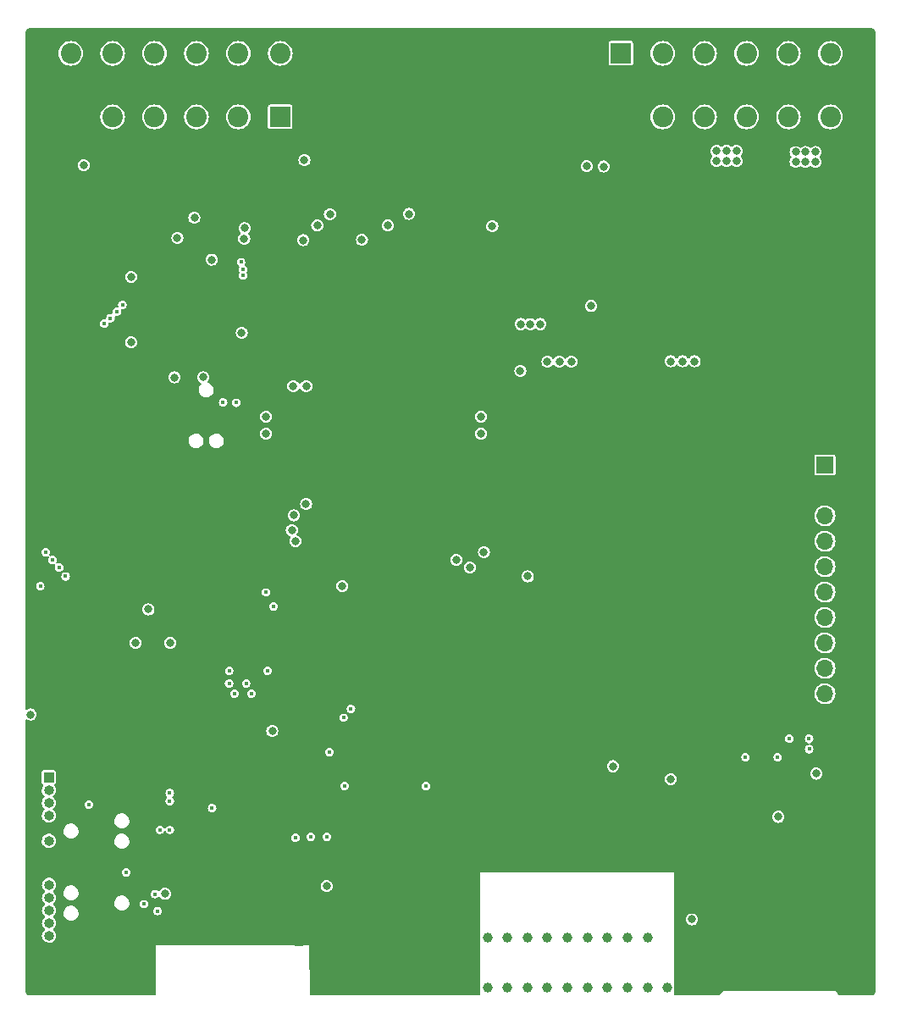
<source format=gbr>
%TF.GenerationSoftware,KiCad,Pcbnew,(6.0.2)*%
%TF.CreationDate,2022-05-18T10:59:20-06:00*%
%TF.ProjectId,RGB-controller,5247422d-636f-46e7-9472-6f6c6c65722e,rev?*%
%TF.SameCoordinates,Original*%
%TF.FileFunction,Copper,L2,Inr*%
%TF.FilePolarity,Positive*%
%FSLAX46Y46*%
G04 Gerber Fmt 4.6, Leading zero omitted, Abs format (unit mm)*
G04 Created by KiCad (PCBNEW (6.0.2)) date 2022-05-18 10:59:20*
%MOMM*%
%LPD*%
G01*
G04 APERTURE LIST*
%TA.AperFunction,ComponentPad*%
%ADD10R,1.000000X1.000000*%
%TD*%
%TA.AperFunction,ComponentPad*%
%ADD11O,1.000000X1.000000*%
%TD*%
%TA.AperFunction,ComponentPad*%
%ADD12R,0.900000X0.500000*%
%TD*%
%TA.AperFunction,ComponentPad*%
%ADD13C,0.600000*%
%TD*%
%TA.AperFunction,ComponentPad*%
%ADD14R,2.056000X2.056000*%
%TD*%
%TA.AperFunction,ComponentPad*%
%ADD15C,2.056000*%
%TD*%
%TA.AperFunction,ComponentPad*%
%ADD16C,1.000000*%
%TD*%
%TA.AperFunction,ComponentPad*%
%ADD17C,5.600000*%
%TD*%
%TA.AperFunction,ComponentPad*%
%ADD18R,1.700000X1.700000*%
%TD*%
%TA.AperFunction,ComponentPad*%
%ADD19O,1.700000X1.700000*%
%TD*%
%TA.AperFunction,ViaPad*%
%ADD20C,0.800000*%
%TD*%
%TA.AperFunction,ViaPad*%
%ADD21C,0.450000*%
%TD*%
G04 APERTURE END LIST*
D10*
%TO.N,GND*%
%TO.C,J6*%
X26850000Y-126890000D03*
D11*
%TO.N,/RXD*%
X26850000Y-128160000D03*
%TO.N,/TXD*%
X26850000Y-129430000D03*
%TO.N,unconnected-(J6-Pad4)*%
X26850000Y-130700000D03*
%TO.N,/CTS*%
X26850000Y-131970000D03*
%TO.N,/CHIP_PU*%
X26850000Y-133240000D03*
%TD*%
D12*
%TO.N,GND*%
%TO.C,AE2*%
X51870000Y-133985000D03*
%TD*%
D13*
%TO.N,GND*%
%TO.C,U4*%
X49280000Y-119823122D03*
X48378439Y-117118439D03*
X51083122Y-118020000D03*
X47476878Y-118020000D03*
X50181561Y-117118439D03*
X50181561Y-118921561D03*
X48378439Y-118921561D03*
X49280000Y-116216878D03*
X49280000Y-118020000D03*
%TD*%
D14*
%TO.N,/GPO1*%
%TO.C,J4*%
X84025000Y-45040000D03*
D15*
%TO.N,/GPO2*%
X88215000Y-45040000D03*
%TO.N,/GPO3*%
X92405000Y-45040000D03*
%TO.N,/GPO4*%
X96595000Y-45040000D03*
%TO.N,/GPO6*%
X100785000Y-45040000D03*
%TO.N,/GPO5*%
X104975000Y-45040000D03*
%TO.N,/MOTOR1_OUT1*%
X104975000Y-51390000D03*
%TO.N,/MOTOR1_OUT2*%
X100785000Y-51390000D03*
%TO.N,/MOTOR2_OUT1*%
X96595000Y-51390000D03*
%TO.N,/MOTOR2_OUT2*%
X92405000Y-51390000D03*
%TO.N,/VBAT*%
X88215000Y-51390000D03*
%TO.N,GND*%
X84025000Y-51390000D03*
D14*
%TO.N,/CAN_P*%
X49975000Y-51390000D03*
D15*
%TO.N,/CONN_B2*%
X45785000Y-51390000D03*
%TO.N,/CONN_B3*%
X41595000Y-51390000D03*
%TO.N,/CONN_RP_USB_D_P*%
X37405000Y-51390000D03*
%TO.N,/USB_D_P*%
X33215000Y-51390000D03*
%TO.N,GND*%
X29025000Y-51390000D03*
%TO.N,+3V3*%
X29025000Y-45040000D03*
%TO.N,/USB_D_N*%
X33215000Y-45040000D03*
%TO.N,/CONN_RP_USB_D_N*%
X37405000Y-45040000D03*
%TO.N,/CONN_B10*%
X41595000Y-45040000D03*
%TO.N,/CONN_B11*%
X45785000Y-45040000D03*
%TO.N,/CAN_N*%
X49975000Y-45040000D03*
%TD*%
D16*
%TO.N,*%
%TO.C,AE3*%
X70682499Y-138437502D03*
X88682499Y-138437502D03*
X84682499Y-138437502D03*
X72682499Y-133437502D03*
X72682499Y-138437502D03*
X78682499Y-133437502D03*
X80682499Y-133437502D03*
X76682499Y-133437502D03*
X70682499Y-133437502D03*
X82682499Y-138437502D03*
X76682499Y-138437502D03*
X78682499Y-138437502D03*
X84682499Y-133437502D03*
X86682499Y-138437502D03*
X80682499Y-138437502D03*
X74682499Y-138437502D03*
X74682499Y-133437502D03*
X86682499Y-133437502D03*
X82682499Y-133437502D03*
%TD*%
D17*
%TO.N,GND*%
%TO.C,H1*%
X67000000Y-74000000D03*
%TD*%
D10*
%TO.N,/MTCK*%
%TO.C,J8*%
X26830000Y-117410000D03*
D11*
%TO.N,/MTDO*%
X26830000Y-118680000D03*
%TO.N,/MTMS*%
X26830000Y-119950000D03*
%TO.N,/MTDI*%
X26830000Y-121220000D03*
%TO.N,GND*%
X26830000Y-122490000D03*
%TO.N,unconnected-(J8-Pad6)*%
X26830000Y-123760000D03*
%TD*%
D13*
%TO.N,GND*%
%TO.C,U10*%
X99276500Y-64100000D03*
X97676500Y-64100000D03*
X99276500Y-66350000D03*
X100876500Y-64100000D03*
X97676500Y-66350000D03*
X96076500Y-66350000D03*
X96076500Y-64100000D03*
X100876500Y-66350000D03*
%TD*%
D18*
%TO.N,+3V3*%
%TO.C,J5*%
X104430000Y-86190000D03*
D19*
%TO.N,GND*%
X104430000Y-88730000D03*
%TO.N,/CONN_RP_USB_D_P*%
X104430000Y-91270000D03*
%TO.N,/CONN_RP_USB_D_N*%
X104430000Y-93810000D03*
%TO.N,/USB_D_N*%
X104430000Y-96350000D03*
%TO.N,/USB_D_P*%
X104430000Y-98890000D03*
%TO.N,/FSPIQ*%
X104430000Y-101430000D03*
%TO.N,/FSPICLK*%
X104430000Y-103970000D03*
%TO.N,/FSPID*%
X104430000Y-106510000D03*
%TO.N,unconnected-(J5-Pad10)*%
X104430000Y-109050000D03*
%TD*%
D13*
%TO.N,GND*%
%TO.C,U11*%
X39215000Y-72325000D03*
X41765000Y-69775000D03*
X41765000Y-71050000D03*
X40490000Y-71050000D03*
X39215000Y-71050000D03*
X41765000Y-72325000D03*
X40490000Y-69775000D03*
X39215000Y-69775000D03*
X40490000Y-72325000D03*
%TD*%
D20*
%TO.N,+3V3*%
X91410000Y-75820000D03*
X90220000Y-75820000D03*
X89030000Y-75820000D03*
%TO.N,/SW*%
X75980000Y-72100000D03*
X74990000Y-72100000D03*
%TO.N,+3V3*%
X79070000Y-75860000D03*
X77880000Y-75860000D03*
X76690000Y-75860000D03*
D21*
X46055000Y-65905000D03*
X46250000Y-67240000D03*
X46250000Y-66630000D03*
%TO.N,GND*%
X90700000Y-137500000D03*
X91336666Y-137500000D03*
X91973332Y-137500000D03*
X48920000Y-127990000D03*
D20*
X28620000Y-64310500D03*
X36380000Y-79180000D03*
X72600000Y-47550000D03*
D21*
X33210000Y-73180000D03*
D20*
X40880000Y-78260000D03*
X74530000Y-67270000D03*
X91100000Y-114980000D03*
X51550000Y-126110000D03*
X56200000Y-133990000D03*
X73530000Y-67270000D03*
D21*
X92610000Y-137500000D03*
D20*
X72600000Y-45010000D03*
X93700000Y-59800000D03*
X41578003Y-58741997D03*
X48699020Y-110110000D03*
X37870000Y-60770000D03*
D21*
X55340000Y-114220000D03*
D20*
X87900000Y-70400000D03*
X72530000Y-67270000D03*
D21*
X56660000Y-108930000D03*
X48610000Y-132010000D03*
D20*
X72600000Y-58200000D03*
X89600000Y-125600000D03*
D21*
X50760000Y-129940000D03*
D20*
X52390000Y-56965000D03*
X55479906Y-126721281D03*
X86400000Y-70400000D03*
D21*
X48920000Y-129960000D03*
D20*
X47190000Y-67140000D03*
X72500000Y-52890000D03*
X97590000Y-121350000D03*
X43161261Y-64660723D03*
D21*
X53780000Y-108930000D03*
D20*
X104400000Y-64200000D03*
X56200000Y-131030000D03*
D21*
X48920000Y-128970000D03*
D20*
X78000000Y-69300000D03*
X89604999Y-121250002D03*
X35690000Y-122770000D03*
X64320000Y-124390000D03*
D21*
X50760000Y-130950000D03*
D20*
X73530000Y-124280000D03*
D21*
X48930000Y-127130000D03*
D20*
X78000000Y-70300000D03*
X49090000Y-126110000D03*
X87220000Y-125600000D03*
D21*
X50770000Y-128950000D03*
D20*
X104400000Y-65200000D03*
X72600000Y-55680000D03*
X44010000Y-104650000D03*
X47860000Y-72060000D03*
X79300000Y-70300000D03*
X36700000Y-66660000D03*
D21*
X46820000Y-132020000D03*
D20*
X72600000Y-50350000D03*
D21*
X51530000Y-127970000D03*
D20*
X33560000Y-75510000D03*
X49660378Y-110109622D03*
X89500000Y-70400000D03*
X89594999Y-124220002D03*
X68220000Y-79660000D03*
X29190994Y-56232970D03*
X32610000Y-109290000D03*
D21*
X48610000Y-133000000D03*
X47715000Y-132020000D03*
D20*
X43270000Y-129560000D03*
D21*
X50770000Y-127110000D03*
D20*
X79300000Y-69300000D03*
X87900000Y-68800000D03*
X86400000Y-68800000D03*
X99770000Y-118700000D03*
D21*
X40970000Y-120470000D03*
D20*
X42280000Y-124770000D03*
X73680000Y-110300000D03*
X104400000Y-66400000D03*
X93200000Y-121250000D03*
X93700000Y-60900000D03*
%TO.N,/LED_RED*%
X70050000Y-81350000D03*
X48547600Y-81350000D03*
%TO.N,+3V3*%
X71180000Y-62330000D03*
X41390000Y-61480000D03*
D21*
X43160000Y-120480000D03*
D20*
X83230000Y-116300000D03*
D21*
X51480000Y-123450000D03*
D20*
X46120000Y-72970000D03*
X52390000Y-55715000D03*
D21*
X54890417Y-114883589D03*
D20*
X35050000Y-73930000D03*
X38970000Y-103970000D03*
X35510000Y-103970000D03*
X54609849Y-128282941D03*
X25020000Y-111130000D03*
X49180000Y-112780000D03*
X36800000Y-100620500D03*
X38440000Y-129060000D03*
X39410500Y-77428816D03*
X103560000Y-117040000D03*
X89020000Y-117580000D03*
X73980000Y-76770000D03*
X91140000Y-131610000D03*
X35070000Y-67380000D03*
X99780000Y-121360000D03*
%TO.N,/FSPICS0*%
X74730000Y-97320000D03*
D21*
X28510000Y-97320000D03*
%TO.N,/FSPIQ*%
X100890000Y-113550000D03*
X26510000Y-94900000D03*
D20*
X70340000Y-94910000D03*
D21*
X102850000Y-113550000D03*
D20*
%TO.N,/FSPICLK*%
X67580000Y-95670000D03*
D21*
X27200000Y-95680000D03*
%TO.N,/FSPID*%
X96490000Y-115400000D03*
X102860000Y-114590000D03*
X27860000Y-96440000D03*
X99710000Y-115400000D03*
D20*
X68920000Y-96440000D03*
D21*
%TO.N,/GPIO14*%
X48550000Y-98920000D03*
X56300000Y-111450000D03*
D20*
%TO.N,/USB_D_P*%
X51480000Y-93790000D03*
%TO.N,/USB_D_N*%
X51130000Y-92710000D03*
D21*
%TO.N,/MTMS*%
X30820000Y-120120000D03*
X38930000Y-122650000D03*
%TO.N,/MTCK*%
X38930000Y-118970000D03*
%TO.N,/MTDO*%
X38930000Y-119780000D03*
%TO.N,/MTDI*%
X37940000Y-122650000D03*
%TO.N,/CHIP_PU*%
X37700000Y-130770000D03*
X53030000Y-123334500D03*
%TO.N,/RXD*%
X34570000Y-126890000D03*
%TO.N,/SPICS0*%
X45380000Y-109030000D03*
X47094020Y-109030000D03*
%TO.N,/FSPICS1*%
X64540000Y-118300000D03*
X56390000Y-118270000D03*
%TO.N,/GPIO38*%
X25985500Y-98310000D03*
D20*
X56180000Y-98300000D03*
D21*
%TO.N,/TXD*%
X37430000Y-129080000D03*
%TO.N,Net-(R9-Pad2)*%
X44870000Y-106760000D03*
X48700000Y-106750000D03*
%TO.N,Net-(R11-Pad2)*%
X46560000Y-108020000D03*
X44860000Y-108020000D03*
D20*
%TO.N,/GPO5*%
X82300000Y-56350000D03*
%TO.N,/GPO6*%
X80620000Y-56310000D03*
D21*
%TO.N,/CTS*%
X36330000Y-130080000D03*
X54640000Y-123330000D03*
D20*
%TO.N,/GPIO_CAN_P*%
X53670000Y-62240000D03*
X60730000Y-62239622D03*
D21*
%TO.N,/RP_SWD*%
X44260000Y-79950000D03*
X45550000Y-79960000D03*
D20*
%TO.N,+1V1*%
X43140000Y-65660000D03*
X39690000Y-63480000D03*
X42259500Y-77419536D03*
%TO.N,/GPIO_CAN_N*%
X54940000Y-61110000D03*
X62840000Y-61090000D03*
%TO.N,/GPIO21*%
X52290000Y-63710000D03*
X58142972Y-63692972D03*
D21*
%TO.N,/FSPICS2*%
X57042600Y-110550000D03*
X49300000Y-100300000D03*
D20*
%TO.N,/CONN_RP_USB_D_P*%
X52570000Y-78310000D03*
X46400000Y-62520000D03*
X52560000Y-90090000D03*
%TO.N,/CONN_RP_USB_D_N*%
X46370000Y-63570000D03*
X51280000Y-78300000D03*
X51310000Y-91220000D03*
%TO.N,/LED_GREEN*%
X70050000Y-83050000D03*
X48547600Y-83050000D03*
D21*
%TO.N,/CONN_B11*%
X33610000Y-70860000D03*
%TO.N,/CONN_B2*%
X34191731Y-70174500D03*
%TO.N,/CONN_B10*%
X33000000Y-71500000D03*
%TO.N,/CONN_B3*%
X32380000Y-72050000D03*
D20*
%TO.N,/SW*%
X74000000Y-72100000D03*
X81050000Y-70300000D03*
%TO.N,/VIN*%
X103500000Y-55900000D03*
X93600000Y-54800000D03*
X94600000Y-54800000D03*
X102500000Y-54900000D03*
X101500000Y-55900000D03*
X93600000Y-55800000D03*
X103500000Y-54900000D03*
X30320000Y-56220000D03*
X94600000Y-55800000D03*
X102500000Y-55900000D03*
X95600000Y-55800000D03*
X101500000Y-54900000D03*
X95600000Y-54800000D03*
%TD*%
%TA.AperFunction,Conductor*%
%TO.N,GND*%
G36*
X108970682Y-42501500D02*
G01*
X108984957Y-42503723D01*
X108984960Y-42503723D01*
X108993830Y-42505104D01*
X109002734Y-42503940D01*
X109004391Y-42503960D01*
X109032888Y-42503706D01*
X109097156Y-42510947D01*
X109124664Y-42517226D01*
X109203541Y-42544826D01*
X109228962Y-42557068D01*
X109299726Y-42601532D01*
X109321785Y-42619124D01*
X109380876Y-42678215D01*
X109398468Y-42700274D01*
X109442932Y-42771038D01*
X109455174Y-42796459D01*
X109482774Y-42875336D01*
X109489053Y-42902842D01*
X109495597Y-42960917D01*
X109496380Y-42976564D01*
X109496278Y-42984954D01*
X109494896Y-42993828D01*
X109496061Y-43002734D01*
X109498936Y-43024724D01*
X109500000Y-43041061D01*
X109500000Y-138681297D01*
X109498500Y-138700681D01*
X109497785Y-138705276D01*
X109494896Y-138723829D01*
X109496060Y-138732733D01*
X109496040Y-138734389D01*
X109496294Y-138762886D01*
X109489054Y-138827151D01*
X109482775Y-138854661D01*
X109455172Y-138933545D01*
X109442930Y-138958965D01*
X109398468Y-139029726D01*
X109380876Y-139051785D01*
X109321785Y-139110876D01*
X109299726Y-139128468D01*
X109228962Y-139172932D01*
X109203541Y-139185174D01*
X109124664Y-139212774D01*
X109097158Y-139219053D01*
X109083546Y-139220587D01*
X109039079Y-139225597D01*
X109023436Y-139226380D01*
X109015046Y-139226278D01*
X109006172Y-139224896D01*
X108975276Y-139228936D01*
X108958939Y-139230000D01*
X105959774Y-139230000D01*
X105891653Y-139209998D01*
X105857686Y-139177851D01*
X105853541Y-139172121D01*
X105717108Y-138983521D01*
X105712658Y-138976941D01*
X105684685Y-138932607D01*
X105649504Y-138901537D01*
X105642345Y-138894693D01*
X105609729Y-138860956D01*
X105601926Y-138856511D01*
X105597900Y-138853386D01*
X105588321Y-138846539D01*
X105584064Y-138843743D01*
X105577334Y-138837799D01*
X105534859Y-138817857D01*
X105526047Y-138813287D01*
X105493081Y-138794508D01*
X105493080Y-138794507D01*
X105485281Y-138790065D01*
X105476546Y-138787989D01*
X105471787Y-138786113D01*
X105460696Y-138782238D01*
X105455818Y-138780747D01*
X105447689Y-138776930D01*
X105401327Y-138769711D01*
X105391580Y-138767797D01*
X105383198Y-138765805D01*
X105345939Y-138756951D01*
X105336975Y-138757410D01*
X105336973Y-138757410D01*
X105289631Y-138759835D01*
X105283186Y-138760000D01*
X94494705Y-138760000D01*
X94484986Y-138759625D01*
X94437176Y-138755926D01*
X94428388Y-138757774D01*
X94387030Y-138766471D01*
X94378964Y-138767895D01*
X94343931Y-138772912D01*
X94328223Y-138775162D01*
X94320051Y-138778877D01*
X94312850Y-138780983D01*
X94305798Y-138783554D01*
X94297019Y-138785400D01*
X94289107Y-138789638D01*
X94251858Y-138809590D01*
X94244516Y-138813221D01*
X94213864Y-138827158D01*
X94197844Y-138834442D01*
X94191052Y-138840294D01*
X94184736Y-138844333D01*
X94178676Y-138848789D01*
X94170766Y-138853026D01*
X94164363Y-138859313D01*
X94134199Y-138888931D01*
X94128169Y-138894478D01*
X94089343Y-138927932D01*
X94084464Y-138935460D01*
X94084461Y-138935463D01*
X94061116Y-138971480D01*
X94056442Y-138978202D01*
X93907768Y-139177851D01*
X93906722Y-139179255D01*
X93849993Y-139221945D01*
X93805664Y-139230000D01*
X89506000Y-139230000D01*
X89437879Y-139209998D01*
X89391386Y-139156342D01*
X89380000Y-139104000D01*
X89380000Y-138517336D01*
X89381257Y-138499583D01*
X89387408Y-138456364D01*
X89387408Y-138456361D01*
X89387989Y-138452280D01*
X89388144Y-138437502D01*
X89386339Y-138422582D01*
X89380913Y-138377749D01*
X89380000Y-138362612D01*
X89380000Y-131610000D01*
X90534318Y-131610000D01*
X90554956Y-131766762D01*
X90615464Y-131912841D01*
X90711718Y-132038282D01*
X90837159Y-132134536D01*
X90983238Y-132195044D01*
X91140000Y-132215682D01*
X91148188Y-132214604D01*
X91288574Y-132196122D01*
X91296762Y-132195044D01*
X91442841Y-132134536D01*
X91568282Y-132038282D01*
X91664536Y-131912841D01*
X91725044Y-131766762D01*
X91745682Y-131610000D01*
X91725044Y-131453238D01*
X91664536Y-131307159D01*
X91568282Y-131181718D01*
X91442841Y-131085464D01*
X91296762Y-131024956D01*
X91261822Y-131020356D01*
X91148188Y-131005396D01*
X91140000Y-131004318D01*
X91131812Y-131005396D01*
X91018179Y-131020356D01*
X90983238Y-131024956D01*
X90837159Y-131085464D01*
X90711718Y-131181718D01*
X90615464Y-131307159D01*
X90554956Y-131453238D01*
X90534318Y-131610000D01*
X89380000Y-131610000D01*
X89380000Y-126940000D01*
X69980000Y-126940000D01*
X69980000Y-133398255D01*
X69978922Y-133414700D01*
X69976893Y-133430113D01*
X69977727Y-133437663D01*
X69979239Y-133451363D01*
X69980000Y-133465189D01*
X69980000Y-138398255D01*
X69978922Y-138414700D01*
X69976893Y-138430113D01*
X69978885Y-138448155D01*
X69979239Y-138451363D01*
X69980000Y-138465189D01*
X69980000Y-139104000D01*
X69959998Y-139172121D01*
X69906342Y-139218614D01*
X69854000Y-139230000D01*
X53029274Y-139230000D01*
X52961153Y-139209998D01*
X52914660Y-139156342D01*
X52903274Y-139104338D01*
X52890049Y-134178114D01*
X52890049Y-134178113D01*
X52890000Y-134160000D01*
X37550000Y-134160000D01*
X37550000Y-139104000D01*
X37529998Y-139172121D01*
X37476342Y-139218614D01*
X37424000Y-139230000D01*
X25048703Y-139230000D01*
X25029319Y-139228500D01*
X25015044Y-139226277D01*
X25015041Y-139226277D01*
X25006171Y-139224896D01*
X24997267Y-139226060D01*
X24995611Y-139226040D01*
X24967114Y-139226294D01*
X24925924Y-139221654D01*
X24902846Y-139219053D01*
X24875339Y-139212775D01*
X24796455Y-139185172D01*
X24771035Y-139172930D01*
X24700274Y-139128468D01*
X24678215Y-139110876D01*
X24619124Y-139051785D01*
X24601532Y-139029726D01*
X24557068Y-138958962D01*
X24544826Y-138933541D01*
X24517226Y-138854664D01*
X24510947Y-138827158D01*
X24506242Y-138785400D01*
X24504403Y-138769079D01*
X24503620Y-138753436D01*
X24503722Y-138745046D01*
X24505104Y-138736172D01*
X24501064Y-138705276D01*
X24500000Y-138688939D01*
X24500000Y-133232611D01*
X26144394Y-133232611D01*
X26162999Y-133401135D01*
X26221266Y-133560356D01*
X26225502Y-133566659D01*
X26225502Y-133566660D01*
X26238574Y-133586113D01*
X26315830Y-133701083D01*
X26321442Y-133706190D01*
X26321445Y-133706193D01*
X26435612Y-133810077D01*
X26435616Y-133810080D01*
X26441233Y-133815191D01*
X26447906Y-133818814D01*
X26447910Y-133818817D01*
X26583558Y-133892467D01*
X26583560Y-133892468D01*
X26590235Y-133896092D01*
X26597584Y-133898020D01*
X26746883Y-133937188D01*
X26746885Y-133937188D01*
X26754233Y-133939116D01*
X26840609Y-133940473D01*
X26916161Y-133941660D01*
X26916164Y-133941660D01*
X26923760Y-133941779D01*
X26931165Y-133940083D01*
X26931166Y-133940083D01*
X26991586Y-133926245D01*
X27089029Y-133903928D01*
X27240498Y-133827747D01*
X27369423Y-133717634D01*
X27468361Y-133579947D01*
X27476237Y-133560356D01*
X27528766Y-133429687D01*
X27528767Y-133429685D01*
X27531601Y-133422634D01*
X27555490Y-133254778D01*
X27555645Y-133240000D01*
X27553840Y-133225080D01*
X27536188Y-133079220D01*
X27535276Y-133071680D01*
X27475345Y-132913077D01*
X27379312Y-132773349D01*
X27295663Y-132698820D01*
X27258107Y-132638570D01*
X27259088Y-132567580D01*
X27297652Y-132508933D01*
X27363648Y-132452567D01*
X27363651Y-132452564D01*
X27369423Y-132447634D01*
X27468361Y-132309947D01*
X27476237Y-132290356D01*
X27528766Y-132159687D01*
X27528767Y-132159685D01*
X27531601Y-132152634D01*
X27547161Y-132043305D01*
X27554909Y-131988862D01*
X27554909Y-131988859D01*
X27555490Y-131984778D01*
X27555645Y-131970000D01*
X27553840Y-131955080D01*
X27536188Y-131809220D01*
X27535276Y-131801680D01*
X27475345Y-131643077D01*
X27419654Y-131562047D01*
X27383614Y-131509608D01*
X27383613Y-131509607D01*
X27379312Y-131503349D01*
X27373418Y-131498097D01*
X27295663Y-131428820D01*
X27258107Y-131368570D01*
X27259088Y-131297580D01*
X27297652Y-131238933D01*
X27363648Y-131182567D01*
X27363651Y-131182564D01*
X27369423Y-131177634D01*
X27468361Y-131039947D01*
X27473724Y-131026607D01*
X28310222Y-131026607D01*
X28311462Y-131033823D01*
X28311462Y-131033825D01*
X28319792Y-131082304D01*
X28339673Y-131198004D01*
X28342538Y-131204738D01*
X28342539Y-131204740D01*
X28397830Y-131334680D01*
X28407765Y-131358029D01*
X28510843Y-131498097D01*
X28643380Y-131610695D01*
X28649895Y-131614022D01*
X28649897Y-131614023D01*
X28707874Y-131643627D01*
X28798265Y-131689783D01*
X28805374Y-131691523D01*
X28805378Y-131691524D01*
X28924711Y-131720724D01*
X28967190Y-131731119D01*
X28972789Y-131731466D01*
X28972793Y-131731467D01*
X28976228Y-131731680D01*
X28976237Y-131731680D01*
X28978167Y-131731800D01*
X29103547Y-131731800D01*
X29193922Y-131721263D01*
X29225467Y-131717586D01*
X29225469Y-131717586D01*
X29232739Y-131716738D01*
X29239616Y-131714242D01*
X29239619Y-131714241D01*
X29389333Y-131659897D01*
X29396212Y-131657400D01*
X29541650Y-131562047D01*
X29661251Y-131435793D01*
X29748599Y-131285412D01*
X29762677Y-131238933D01*
X29796888Y-131125975D01*
X29799010Y-131118969D01*
X29809778Y-130945393D01*
X29780327Y-130773996D01*
X29778627Y-130770000D01*
X37269196Y-130770000D01*
X37270747Y-130779793D01*
X37282435Y-130853586D01*
X37290281Y-130903126D01*
X37351472Y-131023220D01*
X37446780Y-131118528D01*
X37566874Y-131179719D01*
X37576663Y-131181269D01*
X37576665Y-131181270D01*
X37690207Y-131199253D01*
X37700000Y-131200804D01*
X37709793Y-131199253D01*
X37823335Y-131181270D01*
X37823337Y-131181269D01*
X37833126Y-131179719D01*
X37953220Y-131118528D01*
X38048528Y-131023220D01*
X38109719Y-130903126D01*
X38117566Y-130853586D01*
X38129253Y-130779793D01*
X38130804Y-130770000D01*
X38122058Y-130714778D01*
X38111270Y-130646665D01*
X38111269Y-130646663D01*
X38109719Y-130636874D01*
X38048528Y-130516780D01*
X37953220Y-130421472D01*
X37833126Y-130360281D01*
X37823337Y-130358731D01*
X37823335Y-130358730D01*
X37709793Y-130340747D01*
X37700000Y-130339196D01*
X37690207Y-130340747D01*
X37576665Y-130358730D01*
X37576663Y-130358731D01*
X37566874Y-130360281D01*
X37446780Y-130421472D01*
X37351472Y-130516780D01*
X37290281Y-130636874D01*
X37288731Y-130646663D01*
X37288730Y-130646665D01*
X37277942Y-130714778D01*
X37269196Y-130770000D01*
X29778627Y-130770000D01*
X29755513Y-130715680D01*
X29715102Y-130620708D01*
X29715101Y-130620706D01*
X29712235Y-130613971D01*
X29609157Y-130473903D01*
X29476620Y-130361305D01*
X29470105Y-130357978D01*
X29470103Y-130357977D01*
X29328256Y-130285547D01*
X29321735Y-130282217D01*
X29314626Y-130280477D01*
X29314622Y-130280476D01*
X29195289Y-130251276D01*
X29152810Y-130240881D01*
X29147211Y-130240534D01*
X29147207Y-130240533D01*
X29143772Y-130240320D01*
X29143763Y-130240320D01*
X29141833Y-130240200D01*
X29016453Y-130240200D01*
X28926078Y-130250737D01*
X28894533Y-130254414D01*
X28894531Y-130254414D01*
X28887261Y-130255262D01*
X28880384Y-130257758D01*
X28880381Y-130257759D01*
X28813001Y-130282217D01*
X28723788Y-130314600D01*
X28578350Y-130409953D01*
X28458749Y-130536207D01*
X28371401Y-130686588D01*
X28369280Y-130693592D01*
X28369278Y-130693596D01*
X28343172Y-130779793D01*
X28320990Y-130853031D01*
X28310222Y-131026607D01*
X27473724Y-131026607D01*
X27528766Y-130889687D01*
X27528767Y-130889685D01*
X27531601Y-130882634D01*
X27555490Y-130714778D01*
X27555645Y-130700000D01*
X27553840Y-130685080D01*
X27546937Y-130628041D01*
X27535276Y-130531680D01*
X27475345Y-130373077D01*
X27466584Y-130360330D01*
X27383614Y-130239608D01*
X27383613Y-130239607D01*
X27379312Y-130233349D01*
X27366529Y-130221959D01*
X27295663Y-130158820D01*
X27258107Y-130098570D01*
X27259088Y-130027580D01*
X27270249Y-130010607D01*
X33390222Y-130010607D01*
X33391462Y-130017823D01*
X33391462Y-130017825D01*
X33399513Y-130064680D01*
X33419673Y-130182004D01*
X33422538Y-130188738D01*
X33422539Y-130188740D01*
X33484017Y-130333220D01*
X33487765Y-130342029D01*
X33590843Y-130482097D01*
X33723380Y-130594695D01*
X33729895Y-130598022D01*
X33729897Y-130598023D01*
X33788684Y-130628041D01*
X33878265Y-130673783D01*
X33885374Y-130675523D01*
X33885378Y-130675524D01*
X34002302Y-130704135D01*
X34047190Y-130715119D01*
X34052789Y-130715466D01*
X34052793Y-130715467D01*
X34056228Y-130715680D01*
X34056237Y-130715680D01*
X34058167Y-130715800D01*
X34183547Y-130715800D01*
X34283602Y-130704135D01*
X34305467Y-130701586D01*
X34305469Y-130701586D01*
X34312739Y-130700738D01*
X34319616Y-130698242D01*
X34319619Y-130698241D01*
X34469333Y-130643897D01*
X34476212Y-130641400D01*
X34621650Y-130546047D01*
X34741251Y-130419793D01*
X34828599Y-130269412D01*
X34832129Y-130257759D01*
X34876888Y-130109975D01*
X34879010Y-130102969D01*
X34880435Y-130080000D01*
X35899196Y-130080000D01*
X35900747Y-130089793D01*
X35916419Y-130188740D01*
X35920281Y-130213126D01*
X35981472Y-130333220D01*
X36076780Y-130428528D01*
X36196874Y-130489719D01*
X36206663Y-130491269D01*
X36206665Y-130491270D01*
X36320207Y-130509253D01*
X36330000Y-130510804D01*
X36339793Y-130509253D01*
X36453335Y-130491270D01*
X36453337Y-130491269D01*
X36463126Y-130489719D01*
X36583220Y-130428528D01*
X36678528Y-130333220D01*
X36739719Y-130213126D01*
X36743582Y-130188740D01*
X36759253Y-130089793D01*
X36760804Y-130080000D01*
X36752502Y-130027580D01*
X36741270Y-129956665D01*
X36741269Y-129956663D01*
X36739719Y-129946874D01*
X36678528Y-129826780D01*
X36583220Y-129731472D01*
X36463126Y-129670281D01*
X36453337Y-129668731D01*
X36453335Y-129668730D01*
X36339793Y-129650747D01*
X36330000Y-129649196D01*
X36320207Y-129650747D01*
X36206665Y-129668730D01*
X36206663Y-129668731D01*
X36196874Y-129670281D01*
X36076780Y-129731472D01*
X35981472Y-129826780D01*
X35920281Y-129946874D01*
X35918731Y-129956663D01*
X35918730Y-129956665D01*
X35907498Y-130027580D01*
X35899196Y-130080000D01*
X34880435Y-130080000D01*
X34889778Y-129929393D01*
X34860327Y-129757996D01*
X34835513Y-129699680D01*
X34795102Y-129604708D01*
X34795101Y-129604706D01*
X34792235Y-129597971D01*
X34689157Y-129457903D01*
X34556620Y-129345305D01*
X34550105Y-129341978D01*
X34550103Y-129341977D01*
X34408256Y-129269547D01*
X34401735Y-129266217D01*
X34394626Y-129264477D01*
X34394622Y-129264476D01*
X34275289Y-129235276D01*
X34232810Y-129224881D01*
X34227211Y-129224534D01*
X34227207Y-129224533D01*
X34223772Y-129224320D01*
X34223763Y-129224320D01*
X34221833Y-129224200D01*
X34096453Y-129224200D01*
X34006078Y-129234737D01*
X33974533Y-129238414D01*
X33974531Y-129238414D01*
X33967261Y-129239262D01*
X33960384Y-129241758D01*
X33960381Y-129241759D01*
X33893001Y-129266217D01*
X33803788Y-129298600D01*
X33764455Y-129324388D01*
X33675691Y-129382584D01*
X33658350Y-129393953D01*
X33538749Y-129520207D01*
X33451401Y-129670588D01*
X33449280Y-129677592D01*
X33449278Y-129677596D01*
X33423442Y-129762900D01*
X33400990Y-129837031D01*
X33390222Y-130010607D01*
X27270249Y-130010607D01*
X27297652Y-129968933D01*
X27363648Y-129912567D01*
X27363651Y-129912564D01*
X27369423Y-129907634D01*
X27468361Y-129769947D01*
X27476237Y-129750356D01*
X27528766Y-129619687D01*
X27528767Y-129619685D01*
X27531601Y-129612634D01*
X27552783Y-129463802D01*
X27554909Y-129448862D01*
X27554909Y-129448859D01*
X27555490Y-129444778D01*
X27555645Y-129430000D01*
X27554619Y-129421517D01*
X27549907Y-129382584D01*
X27535276Y-129261680D01*
X27475345Y-129103077D01*
X27400795Y-128994607D01*
X28310222Y-128994607D01*
X28339673Y-129166004D01*
X28342538Y-129172738D01*
X28342539Y-129172740D01*
X28396094Y-129298600D01*
X28407765Y-129326029D01*
X28510843Y-129466097D01*
X28643380Y-129578695D01*
X28649895Y-129582022D01*
X28649897Y-129582023D01*
X28695107Y-129605108D01*
X28798265Y-129657783D01*
X28805374Y-129659523D01*
X28805378Y-129659524D01*
X28924711Y-129688724D01*
X28967190Y-129699119D01*
X28972789Y-129699466D01*
X28972793Y-129699467D01*
X28976228Y-129699680D01*
X28976237Y-129699680D01*
X28978167Y-129699800D01*
X29103547Y-129699800D01*
X29193922Y-129689263D01*
X29225467Y-129685586D01*
X29225469Y-129685586D01*
X29232739Y-129684738D01*
X29239616Y-129682242D01*
X29239619Y-129682241D01*
X29389333Y-129627897D01*
X29396212Y-129625400D01*
X29541650Y-129530047D01*
X29661251Y-129403793D01*
X29748599Y-129253412D01*
X29752129Y-129241759D01*
X29796888Y-129093975D01*
X29799010Y-129086969D01*
X29799442Y-129080000D01*
X36999196Y-129080000D01*
X37000747Y-129089793D01*
X37013885Y-129172740D01*
X37020281Y-129213126D01*
X37081472Y-129333220D01*
X37176780Y-129428528D01*
X37296874Y-129489719D01*
X37306663Y-129491269D01*
X37306665Y-129491270D01*
X37420207Y-129509253D01*
X37430000Y-129510804D01*
X37439793Y-129509253D01*
X37553335Y-129491270D01*
X37553337Y-129491269D01*
X37563126Y-129489719D01*
X37683220Y-129428528D01*
X37741555Y-129370193D01*
X37803867Y-129336167D01*
X37874682Y-129341232D01*
X37930612Y-129382584D01*
X38006691Y-129481732D01*
X38006695Y-129481736D01*
X38011718Y-129488282D01*
X38137159Y-129584536D01*
X38283238Y-129645044D01*
X38440000Y-129665682D01*
X38448188Y-129664604D01*
X38588574Y-129646122D01*
X38596762Y-129645044D01*
X38742841Y-129584536D01*
X38868282Y-129488282D01*
X38964536Y-129362841D01*
X39025044Y-129216762D01*
X39045682Y-129060000D01*
X39025044Y-128903238D01*
X38964536Y-128757159D01*
X38868282Y-128631718D01*
X38742841Y-128535464D01*
X38596762Y-128474956D01*
X38440000Y-128454318D01*
X38283238Y-128474956D01*
X38137159Y-128535464D01*
X38011718Y-128631718D01*
X38006695Y-128638264D01*
X37994169Y-128654588D01*
X37915464Y-128757159D01*
X37913422Y-128755592D01*
X37871354Y-128795693D01*
X37801638Y-128809121D01*
X37735731Y-128782726D01*
X37724536Y-128772788D01*
X37683220Y-128731472D01*
X37563126Y-128670281D01*
X37553337Y-128668731D01*
X37553335Y-128668730D01*
X37439793Y-128650747D01*
X37430000Y-128649196D01*
X37420207Y-128650747D01*
X37306665Y-128668730D01*
X37306663Y-128668731D01*
X37296874Y-128670281D01*
X37176780Y-128731472D01*
X37081472Y-128826780D01*
X37020281Y-128946874D01*
X37018731Y-128956663D01*
X37018730Y-128956665D01*
X37002364Y-129060000D01*
X36999196Y-129080000D01*
X29799442Y-129080000D01*
X29809778Y-128913393D01*
X29805815Y-128890326D01*
X29794895Y-128826780D01*
X29780327Y-128741996D01*
X29777461Y-128735260D01*
X29715102Y-128588708D01*
X29715101Y-128588706D01*
X29712235Y-128581971D01*
X29609157Y-128441903D01*
X29476620Y-128329305D01*
X29470105Y-128325978D01*
X29470103Y-128325977D01*
X29385821Y-128282941D01*
X54004167Y-128282941D01*
X54005245Y-128291129D01*
X54016676Y-128377953D01*
X54024805Y-128439703D01*
X54085313Y-128585782D01*
X54181567Y-128711223D01*
X54188113Y-128716246D01*
X54207956Y-128731472D01*
X54307008Y-128807477D01*
X54453087Y-128867985D01*
X54609849Y-128888623D01*
X54618037Y-128887545D01*
X54758423Y-128869063D01*
X54766611Y-128867985D01*
X54912690Y-128807477D01*
X55011742Y-128731472D01*
X55031585Y-128716246D01*
X55038131Y-128711223D01*
X55134385Y-128585782D01*
X55194893Y-128439703D01*
X55203023Y-128377953D01*
X55214453Y-128291129D01*
X55215531Y-128282941D01*
X55194893Y-128126179D01*
X55134385Y-127980100D01*
X55038131Y-127854659D01*
X55010722Y-127833627D01*
X54919241Y-127763432D01*
X54912690Y-127758405D01*
X54766611Y-127697897D01*
X54609849Y-127677259D01*
X54453087Y-127697897D01*
X54307008Y-127758405D01*
X54300457Y-127763432D01*
X54208977Y-127833627D01*
X54181567Y-127854659D01*
X54085313Y-127980100D01*
X54024805Y-128126179D01*
X54004167Y-128282941D01*
X29385821Y-128282941D01*
X29328256Y-128253547D01*
X29321735Y-128250217D01*
X29314626Y-128248477D01*
X29314622Y-128248476D01*
X29195289Y-128219276D01*
X29152810Y-128208881D01*
X29147211Y-128208534D01*
X29147207Y-128208533D01*
X29143772Y-128208320D01*
X29143763Y-128208320D01*
X29141833Y-128208200D01*
X29016453Y-128208200D01*
X28926078Y-128218737D01*
X28894533Y-128222414D01*
X28894531Y-128222414D01*
X28887261Y-128223262D01*
X28880384Y-128225758D01*
X28880381Y-128225759D01*
X28813001Y-128250217D01*
X28723788Y-128282600D01*
X28578350Y-128377953D01*
X28458749Y-128504207D01*
X28371401Y-128654588D01*
X28369280Y-128661592D01*
X28369278Y-128661596D01*
X28329509Y-128792902D01*
X28320990Y-128821031D01*
X28310222Y-128994607D01*
X27400795Y-128994607D01*
X27383614Y-128969608D01*
X27383613Y-128969607D01*
X27379312Y-128963349D01*
X27295663Y-128888820D01*
X27258107Y-128828570D01*
X27259088Y-128757580D01*
X27297652Y-128698933D01*
X27363648Y-128642567D01*
X27363651Y-128642564D01*
X27369423Y-128637634D01*
X27468361Y-128499947D01*
X27477137Y-128478116D01*
X27528766Y-128349687D01*
X27528767Y-128349685D01*
X27531601Y-128342634D01*
X27544754Y-128250217D01*
X27554909Y-128178862D01*
X27554909Y-128178859D01*
X27555490Y-128174778D01*
X27555645Y-128160000D01*
X27553840Y-128145080D01*
X27536188Y-127999220D01*
X27535276Y-127991680D01*
X27475345Y-127833077D01*
X27379312Y-127693349D01*
X27361253Y-127677259D01*
X27258392Y-127585612D01*
X27258388Y-127585610D01*
X27252721Y-127580560D01*
X27102881Y-127501224D01*
X26938441Y-127459919D01*
X26930843Y-127459879D01*
X26930841Y-127459879D01*
X26853668Y-127459475D01*
X26768895Y-127459031D01*
X26761508Y-127460805D01*
X26761504Y-127460805D01*
X26618162Y-127495220D01*
X26604032Y-127498612D01*
X26597288Y-127502093D01*
X26597285Y-127502094D01*
X26592089Y-127504776D01*
X26453369Y-127576375D01*
X26325604Y-127687831D01*
X26228113Y-127826547D01*
X26166524Y-127984513D01*
X26165532Y-127992046D01*
X26165532Y-127992047D01*
X26146796Y-128134367D01*
X26144394Y-128152611D01*
X26162999Y-128321135D01*
X26221266Y-128480356D01*
X26225502Y-128486659D01*
X26225502Y-128486660D01*
X26237293Y-128504207D01*
X26315830Y-128621083D01*
X26321446Y-128626193D01*
X26404958Y-128702184D01*
X26441880Y-128762824D01*
X26440157Y-128833800D01*
X26402987Y-128890326D01*
X26325604Y-128957831D01*
X26294685Y-129001825D01*
X26232860Y-129089793D01*
X26228113Y-129096547D01*
X26166524Y-129254513D01*
X26165532Y-129262046D01*
X26165532Y-129262047D01*
X26146172Y-129409107D01*
X26144394Y-129422611D01*
X26162999Y-129591135D01*
X26184814Y-129650747D01*
X26212709Y-129726972D01*
X26221266Y-129750356D01*
X26225502Y-129756659D01*
X26225502Y-129756660D01*
X26238574Y-129776113D01*
X26315830Y-129891083D01*
X26321446Y-129896193D01*
X26404958Y-129972184D01*
X26441880Y-130032824D01*
X26440157Y-130103800D01*
X26402987Y-130160326D01*
X26325604Y-130227831D01*
X26291932Y-130275742D01*
X26232517Y-130360281D01*
X26228113Y-130366547D01*
X26166524Y-130524513D01*
X26165532Y-130532046D01*
X26165532Y-130532047D01*
X26146873Y-130673783D01*
X26144394Y-130692611D01*
X26162999Y-130861135D01*
X26221266Y-131020356D01*
X26225502Y-131026659D01*
X26225502Y-131026660D01*
X26238574Y-131046113D01*
X26315830Y-131161083D01*
X26321446Y-131166193D01*
X26404958Y-131242184D01*
X26441880Y-131302824D01*
X26440157Y-131373800D01*
X26402987Y-131430326D01*
X26325604Y-131497831D01*
X26228113Y-131636547D01*
X26166524Y-131794513D01*
X26165532Y-131802046D01*
X26165532Y-131802047D01*
X26150084Y-131919392D01*
X26144394Y-131962611D01*
X26162999Y-132131135D01*
X26221266Y-132290356D01*
X26225502Y-132296659D01*
X26225502Y-132296660D01*
X26238574Y-132316113D01*
X26315830Y-132431083D01*
X26321446Y-132436193D01*
X26404958Y-132512184D01*
X26441880Y-132572824D01*
X26440157Y-132643800D01*
X26402987Y-132700326D01*
X26325604Y-132767831D01*
X26228113Y-132906547D01*
X26166524Y-133064513D01*
X26144394Y-133232611D01*
X24500000Y-133232611D01*
X24500000Y-126890000D01*
X34139196Y-126890000D01*
X34160281Y-127023126D01*
X34221472Y-127143220D01*
X34316780Y-127238528D01*
X34436874Y-127299719D01*
X34446663Y-127301269D01*
X34446665Y-127301270D01*
X34560207Y-127319253D01*
X34570000Y-127320804D01*
X34579793Y-127319253D01*
X34693335Y-127301270D01*
X34693337Y-127301269D01*
X34703126Y-127299719D01*
X34823220Y-127238528D01*
X34918528Y-127143220D01*
X34979719Y-127023126D01*
X35000804Y-126890000D01*
X34979719Y-126756874D01*
X34918528Y-126636780D01*
X34823220Y-126541472D01*
X34703126Y-126480281D01*
X34693337Y-126478731D01*
X34693335Y-126478730D01*
X34579793Y-126460747D01*
X34570000Y-126459196D01*
X34560207Y-126460747D01*
X34446665Y-126478730D01*
X34446663Y-126478731D01*
X34436874Y-126480281D01*
X34316780Y-126541472D01*
X34221472Y-126636780D01*
X34160281Y-126756874D01*
X34139196Y-126890000D01*
X24500000Y-126890000D01*
X24500000Y-123752611D01*
X26124394Y-123752611D01*
X26142999Y-123921135D01*
X26201266Y-124080356D01*
X26205502Y-124086659D01*
X26205502Y-124086660D01*
X26218574Y-124106113D01*
X26295830Y-124221083D01*
X26301442Y-124226190D01*
X26301445Y-124226193D01*
X26415612Y-124330077D01*
X26415616Y-124330080D01*
X26421233Y-124335191D01*
X26427906Y-124338814D01*
X26427910Y-124338817D01*
X26563558Y-124412467D01*
X26563560Y-124412468D01*
X26570235Y-124416092D01*
X26577584Y-124418020D01*
X26726883Y-124457188D01*
X26726885Y-124457188D01*
X26734233Y-124459116D01*
X26820609Y-124460473D01*
X26896161Y-124461660D01*
X26896164Y-124461660D01*
X26903760Y-124461779D01*
X26911165Y-124460083D01*
X26911166Y-124460083D01*
X26971586Y-124446245D01*
X27069029Y-124423928D01*
X27220498Y-124347747D01*
X27349423Y-124237634D01*
X27448361Y-124099947D01*
X27451194Y-124092900D01*
X27508766Y-123949687D01*
X27508767Y-123949685D01*
X27511601Y-123942634D01*
X27528114Y-123826607D01*
X33390222Y-123826607D01*
X33391462Y-123833823D01*
X33391462Y-123833825D01*
X33396178Y-123861270D01*
X33419673Y-123998004D01*
X33422538Y-124004738D01*
X33422539Y-124004740D01*
X33463051Y-124099947D01*
X33487765Y-124158029D01*
X33590843Y-124298097D01*
X33723380Y-124410695D01*
X33729895Y-124414022D01*
X33729897Y-124414023D01*
X33806988Y-124453387D01*
X33878265Y-124489783D01*
X33885374Y-124491523D01*
X33885378Y-124491524D01*
X34004711Y-124520724D01*
X34047190Y-124531119D01*
X34052789Y-124531466D01*
X34052793Y-124531467D01*
X34056228Y-124531680D01*
X34056237Y-124531680D01*
X34058167Y-124531800D01*
X34183547Y-124531800D01*
X34273922Y-124521263D01*
X34305467Y-124517586D01*
X34305469Y-124517586D01*
X34312739Y-124516738D01*
X34319616Y-124514242D01*
X34319619Y-124514241D01*
X34469333Y-124459897D01*
X34476212Y-124457400D01*
X34621650Y-124362047D01*
X34741251Y-124235793D01*
X34828599Y-124085412D01*
X34853033Y-124004740D01*
X34876888Y-123925975D01*
X34879010Y-123918969D01*
X34889778Y-123745393D01*
X34882532Y-123703220D01*
X34875163Y-123660336D01*
X34860327Y-123573996D01*
X34835513Y-123515680D01*
X34807566Y-123450000D01*
X51049196Y-123450000D01*
X51050747Y-123459793D01*
X51059618Y-123515800D01*
X51070281Y-123583126D01*
X51131472Y-123703220D01*
X51226780Y-123798528D01*
X51346874Y-123859719D01*
X51356663Y-123861269D01*
X51356665Y-123861270D01*
X51470207Y-123879253D01*
X51480000Y-123880804D01*
X51489793Y-123879253D01*
X51603335Y-123861270D01*
X51603337Y-123861269D01*
X51613126Y-123859719D01*
X51733220Y-123798528D01*
X51828528Y-123703220D01*
X51889719Y-123583126D01*
X51900383Y-123515800D01*
X51909253Y-123459793D01*
X51910804Y-123450000D01*
X51907133Y-123426819D01*
X51892511Y-123334500D01*
X52599196Y-123334500D01*
X52600747Y-123344293D01*
X52618018Y-123453335D01*
X52620281Y-123467626D01*
X52681472Y-123587720D01*
X52776780Y-123683028D01*
X52896874Y-123744219D01*
X52906663Y-123745769D01*
X52906665Y-123745770D01*
X53020207Y-123763753D01*
X53030000Y-123765304D01*
X53039793Y-123763753D01*
X53153335Y-123745770D01*
X53153337Y-123745769D01*
X53163126Y-123744219D01*
X53283220Y-123683028D01*
X53378528Y-123587720D01*
X53439719Y-123467626D01*
X53441983Y-123453335D01*
X53459253Y-123344293D01*
X53460804Y-123334500D01*
X53460091Y-123330000D01*
X54209196Y-123330000D01*
X54210747Y-123339793D01*
X54226647Y-123440180D01*
X54230281Y-123463126D01*
X54291472Y-123583220D01*
X54386780Y-123678528D01*
X54506874Y-123739719D01*
X54516663Y-123741269D01*
X54516665Y-123741270D01*
X54630207Y-123759253D01*
X54640000Y-123760804D01*
X54649793Y-123759253D01*
X54763335Y-123741270D01*
X54763337Y-123741269D01*
X54773126Y-123739719D01*
X54893220Y-123678528D01*
X54988528Y-123583220D01*
X55049719Y-123463126D01*
X55053354Y-123440180D01*
X55069253Y-123339793D01*
X55070804Y-123330000D01*
X55063217Y-123282097D01*
X55051270Y-123206665D01*
X55051269Y-123206663D01*
X55049719Y-123196874D01*
X54988528Y-123076780D01*
X54893220Y-122981472D01*
X54773126Y-122920281D01*
X54763337Y-122918731D01*
X54763335Y-122918730D01*
X54649793Y-122900747D01*
X54640000Y-122899196D01*
X54630207Y-122900747D01*
X54516665Y-122918730D01*
X54516663Y-122918731D01*
X54506874Y-122920281D01*
X54386780Y-122981472D01*
X54291472Y-123076780D01*
X54230281Y-123196874D01*
X54228731Y-123206663D01*
X54228730Y-123206665D01*
X54216783Y-123282097D01*
X54209196Y-123330000D01*
X53460091Y-123330000D01*
X53453486Y-123288296D01*
X53441270Y-123211165D01*
X53441269Y-123211163D01*
X53439719Y-123201374D01*
X53378528Y-123081280D01*
X53283220Y-122985972D01*
X53163126Y-122924781D01*
X53153337Y-122923231D01*
X53153335Y-122923230D01*
X53039793Y-122905247D01*
X53030000Y-122903696D01*
X53020207Y-122905247D01*
X52906665Y-122923230D01*
X52906663Y-122923231D01*
X52896874Y-122924781D01*
X52776780Y-122985972D01*
X52681472Y-123081280D01*
X52620281Y-123201374D01*
X52618731Y-123211163D01*
X52618730Y-123211165D01*
X52606514Y-123288296D01*
X52599196Y-123334500D01*
X51892511Y-123334500D01*
X51891270Y-123326665D01*
X51891269Y-123326663D01*
X51889719Y-123316874D01*
X51828528Y-123196780D01*
X51733220Y-123101472D01*
X51613126Y-123040281D01*
X51603337Y-123038731D01*
X51603335Y-123038730D01*
X51489793Y-123020747D01*
X51480000Y-123019196D01*
X51470207Y-123020747D01*
X51356665Y-123038730D01*
X51356663Y-123038731D01*
X51346874Y-123040281D01*
X51226780Y-123101472D01*
X51131472Y-123196780D01*
X51070281Y-123316874D01*
X51068731Y-123326663D01*
X51068730Y-123326665D01*
X51052867Y-123426819D01*
X51049196Y-123450000D01*
X34807566Y-123450000D01*
X34795102Y-123420708D01*
X34795101Y-123420706D01*
X34792235Y-123413971D01*
X34689157Y-123273903D01*
X34556620Y-123161305D01*
X34550105Y-123157978D01*
X34550103Y-123157977D01*
X34430631Y-123096972D01*
X34401735Y-123082217D01*
X34394626Y-123080477D01*
X34394622Y-123080476D01*
X34248752Y-123044782D01*
X34232810Y-123040881D01*
X34227211Y-123040534D01*
X34227207Y-123040533D01*
X34223772Y-123040320D01*
X34223763Y-123040320D01*
X34221833Y-123040200D01*
X34096453Y-123040200D01*
X34006078Y-123050737D01*
X33974533Y-123054414D01*
X33974531Y-123054414D01*
X33967261Y-123055262D01*
X33960384Y-123057758D01*
X33960381Y-123057759D01*
X33820640Y-123108483D01*
X33803788Y-123114600D01*
X33658350Y-123209953D01*
X33538749Y-123336207D01*
X33451401Y-123486588D01*
X33449280Y-123493592D01*
X33449278Y-123493596D01*
X33419487Y-123591959D01*
X33400990Y-123653031D01*
X33390222Y-123826607D01*
X27528114Y-123826607D01*
X27535490Y-123774778D01*
X27535562Y-123767932D01*
X27535602Y-123764135D01*
X27535602Y-123764129D01*
X27535645Y-123760000D01*
X27533840Y-123745080D01*
X27516188Y-123599220D01*
X27515276Y-123591680D01*
X27455345Y-123433077D01*
X27442214Y-123413971D01*
X27363614Y-123299608D01*
X27363613Y-123299607D01*
X27359312Y-123293349D01*
X27353119Y-123287831D01*
X27238392Y-123185612D01*
X27238388Y-123185610D01*
X27232721Y-123180560D01*
X27082881Y-123101224D01*
X26918441Y-123059919D01*
X26910843Y-123059879D01*
X26910841Y-123059879D01*
X26833668Y-123059475D01*
X26748895Y-123059031D01*
X26741508Y-123060805D01*
X26741504Y-123060805D01*
X26619436Y-123090112D01*
X26584032Y-123098612D01*
X26577288Y-123102093D01*
X26577285Y-123102094D01*
X26453383Y-123166045D01*
X26433369Y-123176375D01*
X26427647Y-123181367D01*
X26427645Y-123181368D01*
X26393488Y-123211165D01*
X26305604Y-123287831D01*
X26301237Y-123294045D01*
X26216952Y-123413971D01*
X26208113Y-123426547D01*
X26146524Y-123584513D01*
X26145532Y-123592046D01*
X26145532Y-123592047D01*
X26125499Y-123744219D01*
X26124394Y-123752611D01*
X24500000Y-123752611D01*
X24500000Y-122810607D01*
X28310222Y-122810607D01*
X28311462Y-122817823D01*
X28311462Y-122817825D01*
X28322097Y-122879719D01*
X28339673Y-122982004D01*
X28342538Y-122988738D01*
X28342539Y-122988740D01*
X28396094Y-123114600D01*
X28407765Y-123142029D01*
X28510843Y-123282097D01*
X28643380Y-123394695D01*
X28649895Y-123398022D01*
X28649897Y-123398023D01*
X28706291Y-123426819D01*
X28798265Y-123473783D01*
X28805374Y-123475523D01*
X28805378Y-123475524D01*
X28924711Y-123504724D01*
X28967190Y-123515119D01*
X28972789Y-123515466D01*
X28972793Y-123515467D01*
X28976228Y-123515680D01*
X28976237Y-123515680D01*
X28978167Y-123515800D01*
X29103547Y-123515800D01*
X29193922Y-123505263D01*
X29225467Y-123501586D01*
X29225469Y-123501586D01*
X29232739Y-123500738D01*
X29239616Y-123498242D01*
X29239619Y-123498241D01*
X29389333Y-123443897D01*
X29396212Y-123441400D01*
X29541650Y-123346047D01*
X29661251Y-123219793D01*
X29748599Y-123069412D01*
X29751475Y-123059919D01*
X29792404Y-122924781D01*
X29799010Y-122902969D01*
X29809778Y-122729393D01*
X29796136Y-122650000D01*
X37509196Y-122650000D01*
X37510747Y-122659793D01*
X37527792Y-122767408D01*
X37530281Y-122783126D01*
X37591472Y-122903220D01*
X37686780Y-122998528D01*
X37806874Y-123059719D01*
X37816663Y-123061269D01*
X37816665Y-123061270D01*
X37930207Y-123079253D01*
X37940000Y-123080804D01*
X37949793Y-123079253D01*
X38063335Y-123061270D01*
X38063337Y-123061269D01*
X38073126Y-123059719D01*
X38193220Y-122998528D01*
X38288528Y-122903220D01*
X38322733Y-122836089D01*
X38371481Y-122784474D01*
X38440396Y-122767408D01*
X38507598Y-122790309D01*
X38547267Y-122836089D01*
X38581472Y-122903220D01*
X38676780Y-122998528D01*
X38796874Y-123059719D01*
X38806663Y-123061269D01*
X38806665Y-123061270D01*
X38920207Y-123079253D01*
X38930000Y-123080804D01*
X38939793Y-123079253D01*
X39053335Y-123061270D01*
X39053337Y-123061269D01*
X39063126Y-123059719D01*
X39183220Y-122998528D01*
X39278528Y-122903220D01*
X39339719Y-122783126D01*
X39342209Y-122767408D01*
X39359253Y-122659793D01*
X39360804Y-122650000D01*
X39357640Y-122630025D01*
X39341270Y-122526665D01*
X39341269Y-122526663D01*
X39339719Y-122516874D01*
X39278528Y-122396780D01*
X39183220Y-122301472D01*
X39063126Y-122240281D01*
X39053337Y-122238731D01*
X39053335Y-122238730D01*
X38939793Y-122220747D01*
X38930000Y-122219196D01*
X38920207Y-122220747D01*
X38806665Y-122238730D01*
X38806663Y-122238731D01*
X38796874Y-122240281D01*
X38676780Y-122301472D01*
X38581472Y-122396780D01*
X38576972Y-122405612D01*
X38547267Y-122463911D01*
X38498519Y-122515526D01*
X38429604Y-122532592D01*
X38362402Y-122509691D01*
X38322733Y-122463911D01*
X38293028Y-122405612D01*
X38288528Y-122396780D01*
X38193220Y-122301472D01*
X38073126Y-122240281D01*
X38063337Y-122238731D01*
X38063335Y-122238730D01*
X37949793Y-122220747D01*
X37940000Y-122219196D01*
X37930207Y-122220747D01*
X37816665Y-122238730D01*
X37816663Y-122238731D01*
X37806874Y-122240281D01*
X37686780Y-122301472D01*
X37591472Y-122396780D01*
X37530281Y-122516874D01*
X37528731Y-122526663D01*
X37528730Y-122526665D01*
X37512360Y-122630025D01*
X37509196Y-122650000D01*
X29796136Y-122650000D01*
X29780327Y-122557996D01*
X29777461Y-122551260D01*
X29715102Y-122404708D01*
X29715101Y-122404706D01*
X29712235Y-122397971D01*
X29609157Y-122257903D01*
X29476620Y-122145305D01*
X29470105Y-122141978D01*
X29470103Y-122141977D01*
X29328256Y-122069547D01*
X29321735Y-122066217D01*
X29314626Y-122064477D01*
X29314622Y-122064476D01*
X29195289Y-122035276D01*
X29152810Y-122024881D01*
X29147211Y-122024534D01*
X29147207Y-122024533D01*
X29143772Y-122024320D01*
X29143763Y-122024320D01*
X29141833Y-122024200D01*
X29016453Y-122024200D01*
X28926078Y-122034737D01*
X28894533Y-122038414D01*
X28894531Y-122038414D01*
X28887261Y-122039262D01*
X28880384Y-122041758D01*
X28880381Y-122041759D01*
X28813001Y-122066217D01*
X28723788Y-122098600D01*
X28578350Y-122193953D01*
X28458749Y-122320207D01*
X28371401Y-122470588D01*
X28369280Y-122477592D01*
X28369278Y-122477596D01*
X28342743Y-122565209D01*
X28320990Y-122637031D01*
X28310222Y-122810607D01*
X24500000Y-122810607D01*
X24500000Y-121212611D01*
X26124394Y-121212611D01*
X26142999Y-121381135D01*
X26150867Y-121402634D01*
X26195424Y-121524391D01*
X26201266Y-121540356D01*
X26205502Y-121546659D01*
X26205502Y-121546660D01*
X26218574Y-121566113D01*
X26295830Y-121681083D01*
X26301442Y-121686190D01*
X26301445Y-121686193D01*
X26415612Y-121790077D01*
X26415616Y-121790080D01*
X26421233Y-121795191D01*
X26427906Y-121798814D01*
X26427910Y-121798817D01*
X26563558Y-121872467D01*
X26563560Y-121872468D01*
X26570235Y-121876092D01*
X26577584Y-121878020D01*
X26726883Y-121917188D01*
X26726885Y-121917188D01*
X26734233Y-121919116D01*
X26820609Y-121920473D01*
X26896161Y-121921660D01*
X26896164Y-121921660D01*
X26903760Y-121921779D01*
X26911165Y-121920083D01*
X26911166Y-121920083D01*
X26971586Y-121906245D01*
X27069029Y-121883928D01*
X27220498Y-121807747D01*
X27235883Y-121794607D01*
X33390222Y-121794607D01*
X33391462Y-121801823D01*
X33391462Y-121801825D01*
X33392480Y-121807747D01*
X33419673Y-121966004D01*
X33422538Y-121972738D01*
X33422539Y-121972740D01*
X33476094Y-122098600D01*
X33487765Y-122126029D01*
X33590843Y-122266097D01*
X33723380Y-122378695D01*
X33729895Y-122382022D01*
X33729897Y-122382023D01*
X33776094Y-122405612D01*
X33878265Y-122457783D01*
X33885374Y-122459523D01*
X33885378Y-122459524D01*
X34004711Y-122488724D01*
X34047190Y-122499119D01*
X34052789Y-122499466D01*
X34052793Y-122499467D01*
X34056228Y-122499680D01*
X34056237Y-122499680D01*
X34058167Y-122499800D01*
X34183547Y-122499800D01*
X34273922Y-122489263D01*
X34305467Y-122485586D01*
X34305469Y-122485586D01*
X34312739Y-122484738D01*
X34319616Y-122482242D01*
X34319619Y-122482241D01*
X34469333Y-122427897D01*
X34476212Y-122425400D01*
X34621650Y-122330047D01*
X34741251Y-122203793D01*
X34828599Y-122053412D01*
X34832129Y-122041759D01*
X34876888Y-121893975D01*
X34879010Y-121886969D01*
X34889778Y-121713393D01*
X34887918Y-121702564D01*
X34875163Y-121628336D01*
X34860327Y-121541996D01*
X34820441Y-121448258D01*
X34795102Y-121388708D01*
X34795101Y-121388706D01*
X34792235Y-121381971D01*
X34776066Y-121360000D01*
X99174318Y-121360000D01*
X99194956Y-121516762D01*
X99255464Y-121662841D01*
X99351718Y-121788282D01*
X99358264Y-121793305D01*
X99369368Y-121801825D01*
X99477159Y-121884536D01*
X99623238Y-121945044D01*
X99780000Y-121965682D01*
X99788188Y-121964604D01*
X99928574Y-121946122D01*
X99936762Y-121945044D01*
X100082841Y-121884536D01*
X100190632Y-121801825D01*
X100201736Y-121793305D01*
X100208282Y-121788282D01*
X100304536Y-121662841D01*
X100365044Y-121516762D01*
X100385682Y-121360000D01*
X100365044Y-121203238D01*
X100304536Y-121057159D01*
X100208282Y-120931718D01*
X100082841Y-120835464D01*
X99936762Y-120774956D01*
X99780000Y-120754318D01*
X99623238Y-120774956D01*
X99477159Y-120835464D01*
X99351718Y-120931718D01*
X99255464Y-121057159D01*
X99194956Y-121203238D01*
X99174318Y-121360000D01*
X34776066Y-121360000D01*
X34689157Y-121241903D01*
X34556620Y-121129305D01*
X34550105Y-121125978D01*
X34550103Y-121125977D01*
X34460263Y-121080103D01*
X34401735Y-121050217D01*
X34394626Y-121048477D01*
X34394622Y-121048476D01*
X34275289Y-121019276D01*
X34232810Y-121008881D01*
X34227211Y-121008534D01*
X34227207Y-121008533D01*
X34223772Y-121008320D01*
X34223763Y-121008320D01*
X34221833Y-121008200D01*
X34096453Y-121008200D01*
X34006078Y-121018737D01*
X33974533Y-121022414D01*
X33974531Y-121022414D01*
X33967261Y-121023262D01*
X33960384Y-121025758D01*
X33960381Y-121025759D01*
X33852856Y-121064789D01*
X33803788Y-121082600D01*
X33658350Y-121177953D01*
X33538749Y-121304207D01*
X33451401Y-121454588D01*
X33449280Y-121461592D01*
X33449278Y-121461596D01*
X33423515Y-121546660D01*
X33400990Y-121621031D01*
X33390222Y-121794607D01*
X27235883Y-121794607D01*
X27349423Y-121697634D01*
X27448361Y-121559947D01*
X27458285Y-121535260D01*
X27508766Y-121409687D01*
X27508767Y-121409685D01*
X27511601Y-121402634D01*
X27526365Y-121298893D01*
X27534909Y-121238862D01*
X27534909Y-121238859D01*
X27535490Y-121234778D01*
X27535645Y-121220000D01*
X27534608Y-121211426D01*
X27525243Y-121134045D01*
X27515276Y-121051680D01*
X27455345Y-120893077D01*
X27446584Y-120880330D01*
X27363614Y-120759608D01*
X27363613Y-120759607D01*
X27359312Y-120753349D01*
X27275663Y-120678820D01*
X27238107Y-120618570D01*
X27239088Y-120547580D01*
X27277652Y-120488933D01*
X27343648Y-120432567D01*
X27343651Y-120432564D01*
X27349423Y-120427634D01*
X27448361Y-120289947D01*
X27456237Y-120270356D01*
X27508766Y-120139687D01*
X27508767Y-120139685D01*
X27511601Y-120132634D01*
X27513399Y-120120000D01*
X30389196Y-120120000D01*
X30410281Y-120253126D01*
X30471472Y-120373220D01*
X30566780Y-120468528D01*
X30686874Y-120529719D01*
X30696663Y-120531269D01*
X30696665Y-120531270D01*
X30810207Y-120549253D01*
X30820000Y-120550804D01*
X30829793Y-120549253D01*
X30943335Y-120531270D01*
X30943337Y-120531269D01*
X30953126Y-120529719D01*
X31050705Y-120480000D01*
X42729196Y-120480000D01*
X42730747Y-120489793D01*
X42745776Y-120584680D01*
X42750281Y-120613126D01*
X42811472Y-120733220D01*
X42906780Y-120828528D01*
X43026874Y-120889719D01*
X43036663Y-120891269D01*
X43036665Y-120891270D01*
X43150207Y-120909253D01*
X43160000Y-120910804D01*
X43169793Y-120909253D01*
X43283335Y-120891270D01*
X43283337Y-120891269D01*
X43293126Y-120889719D01*
X43413220Y-120828528D01*
X43508528Y-120733220D01*
X43569719Y-120613126D01*
X43574225Y-120584680D01*
X43589253Y-120489793D01*
X43590804Y-120480000D01*
X43587877Y-120461517D01*
X43571270Y-120356665D01*
X43571269Y-120356663D01*
X43569719Y-120346874D01*
X43508528Y-120226780D01*
X43413220Y-120131472D01*
X43293126Y-120070281D01*
X43283337Y-120068731D01*
X43283335Y-120068730D01*
X43169793Y-120050747D01*
X43160000Y-120049196D01*
X43150207Y-120050747D01*
X43036665Y-120068730D01*
X43036663Y-120068731D01*
X43026874Y-120070281D01*
X42906780Y-120131472D01*
X42811472Y-120226780D01*
X42750281Y-120346874D01*
X42748731Y-120356663D01*
X42748730Y-120356665D01*
X42732123Y-120461517D01*
X42729196Y-120480000D01*
X31050705Y-120480000D01*
X31073220Y-120468528D01*
X31168528Y-120373220D01*
X31229719Y-120253126D01*
X31250804Y-120120000D01*
X31242684Y-120068730D01*
X31231270Y-119996665D01*
X31231269Y-119996663D01*
X31229719Y-119986874D01*
X31168528Y-119866780D01*
X31081748Y-119780000D01*
X38499196Y-119780000D01*
X38500747Y-119789793D01*
X38512941Y-119866780D01*
X38520281Y-119913126D01*
X38581472Y-120033220D01*
X38676780Y-120128528D01*
X38796874Y-120189719D01*
X38806663Y-120191269D01*
X38806665Y-120191270D01*
X38920207Y-120209253D01*
X38930000Y-120210804D01*
X38939793Y-120209253D01*
X39053335Y-120191270D01*
X39053337Y-120191269D01*
X39063126Y-120189719D01*
X39183220Y-120128528D01*
X39278528Y-120033220D01*
X39339719Y-119913126D01*
X39347060Y-119866780D01*
X39359253Y-119789793D01*
X39360804Y-119780000D01*
X39339719Y-119646874D01*
X39278528Y-119526780D01*
X39215843Y-119464095D01*
X39181817Y-119401783D01*
X39186882Y-119330968D01*
X39215843Y-119285905D01*
X39278528Y-119223220D01*
X39339719Y-119103126D01*
X39360804Y-118970000D01*
X39342607Y-118855108D01*
X39341270Y-118846665D01*
X39341269Y-118846663D01*
X39339719Y-118836874D01*
X39278528Y-118716780D01*
X39183220Y-118621472D01*
X39063126Y-118560281D01*
X39053337Y-118558731D01*
X39053335Y-118558730D01*
X38939793Y-118540747D01*
X38930000Y-118539196D01*
X38920207Y-118540747D01*
X38806665Y-118558730D01*
X38806663Y-118558731D01*
X38796874Y-118560281D01*
X38676780Y-118621472D01*
X38581472Y-118716780D01*
X38520281Y-118836874D01*
X38518731Y-118846663D01*
X38518730Y-118846665D01*
X38517393Y-118855108D01*
X38499196Y-118970000D01*
X38520281Y-119103126D01*
X38581472Y-119223220D01*
X38644157Y-119285905D01*
X38678183Y-119348217D01*
X38673118Y-119419032D01*
X38644157Y-119464095D01*
X38581472Y-119526780D01*
X38520281Y-119646874D01*
X38499196Y-119780000D01*
X31081748Y-119780000D01*
X31073220Y-119771472D01*
X30953126Y-119710281D01*
X30943337Y-119708731D01*
X30943335Y-119708730D01*
X30829793Y-119690747D01*
X30820000Y-119689196D01*
X30810207Y-119690747D01*
X30696665Y-119708730D01*
X30696663Y-119708731D01*
X30686874Y-119710281D01*
X30566780Y-119771472D01*
X30471472Y-119866780D01*
X30410281Y-119986874D01*
X30408731Y-119996663D01*
X30408730Y-119996665D01*
X30397316Y-120068730D01*
X30389196Y-120120000D01*
X27513399Y-120120000D01*
X27524752Y-120040231D01*
X27534909Y-119968862D01*
X27534909Y-119968859D01*
X27535490Y-119964778D01*
X27535645Y-119950000D01*
X27533840Y-119935080D01*
X27524726Y-119859769D01*
X27515276Y-119781680D01*
X27455345Y-119623077D01*
X27395232Y-119535612D01*
X27363614Y-119489608D01*
X27363613Y-119489607D01*
X27359312Y-119483349D01*
X27275663Y-119408820D01*
X27238107Y-119348570D01*
X27239088Y-119277580D01*
X27277652Y-119218933D01*
X27343648Y-119162567D01*
X27343651Y-119162564D01*
X27349423Y-119157634D01*
X27448361Y-119019947D01*
X27456237Y-119000356D01*
X27508766Y-118869687D01*
X27508767Y-118869685D01*
X27511601Y-118862634D01*
X27534004Y-118705218D01*
X27534909Y-118698862D01*
X27534909Y-118698859D01*
X27535490Y-118694778D01*
X27535645Y-118680000D01*
X27533840Y-118665080D01*
X27521151Y-118560231D01*
X27515276Y-118511680D01*
X27455345Y-118353077D01*
X27418866Y-118300000D01*
X27398248Y-118270000D01*
X55959196Y-118270000D01*
X55960747Y-118279793D01*
X55965499Y-118309793D01*
X55980281Y-118403126D01*
X56041472Y-118523220D01*
X56136780Y-118618528D01*
X56256874Y-118679719D01*
X56266663Y-118681269D01*
X56266665Y-118681270D01*
X56380207Y-118699253D01*
X56390000Y-118700804D01*
X56399793Y-118699253D01*
X56513335Y-118681270D01*
X56513337Y-118681269D01*
X56523126Y-118679719D01*
X56643220Y-118618528D01*
X56738528Y-118523220D01*
X56799719Y-118403126D01*
X56814502Y-118309793D01*
X56816053Y-118300000D01*
X64109196Y-118300000D01*
X64110747Y-118309793D01*
X64118728Y-118360180D01*
X64130281Y-118433126D01*
X64191472Y-118553220D01*
X64286780Y-118648528D01*
X64406874Y-118709719D01*
X64416663Y-118711269D01*
X64416665Y-118711270D01*
X64530207Y-118729253D01*
X64540000Y-118730804D01*
X64549793Y-118729253D01*
X64663335Y-118711270D01*
X64663337Y-118711269D01*
X64673126Y-118709719D01*
X64793220Y-118648528D01*
X64888528Y-118553220D01*
X64949719Y-118433126D01*
X64961273Y-118360180D01*
X64969253Y-118309793D01*
X64970804Y-118300000D01*
X64967604Y-118279793D01*
X64951270Y-118176665D01*
X64951269Y-118176663D01*
X64949719Y-118166874D01*
X64888528Y-118046780D01*
X64793220Y-117951472D01*
X64673126Y-117890281D01*
X64663337Y-117888731D01*
X64663335Y-117888730D01*
X64549793Y-117870747D01*
X64540000Y-117869196D01*
X64530207Y-117870747D01*
X64416665Y-117888730D01*
X64416663Y-117888731D01*
X64406874Y-117890281D01*
X64286780Y-117951472D01*
X64191472Y-118046780D01*
X64130281Y-118166874D01*
X64128731Y-118176663D01*
X64128730Y-118176665D01*
X64112396Y-118279793D01*
X64109196Y-118300000D01*
X56816053Y-118300000D01*
X56819253Y-118279793D01*
X56820804Y-118270000D01*
X56819253Y-118260207D01*
X56801270Y-118146665D01*
X56801269Y-118146663D01*
X56799719Y-118136874D01*
X56738528Y-118016780D01*
X56643220Y-117921472D01*
X56523126Y-117860281D01*
X56513337Y-117858731D01*
X56513335Y-117858730D01*
X56399793Y-117840747D01*
X56390000Y-117839196D01*
X56380207Y-117840747D01*
X56266665Y-117858730D01*
X56266663Y-117858731D01*
X56256874Y-117860281D01*
X56136780Y-117921472D01*
X56041472Y-118016780D01*
X55980281Y-118136874D01*
X55978731Y-118146663D01*
X55978730Y-118146665D01*
X55960747Y-118260207D01*
X55959196Y-118270000D01*
X27398248Y-118270000D01*
X27393095Y-118262503D01*
X27370995Y-118195034D01*
X27388880Y-118126327D01*
X27426933Y-118086371D01*
X27464237Y-118061445D01*
X27464239Y-118061443D01*
X27474552Y-118054552D01*
X27518867Y-117988231D01*
X27530500Y-117929748D01*
X27530500Y-117580000D01*
X88414318Y-117580000D01*
X88434956Y-117736762D01*
X88495464Y-117882841D01*
X88591718Y-118008282D01*
X88717159Y-118104536D01*
X88863238Y-118165044D01*
X89020000Y-118185682D01*
X89028188Y-118184604D01*
X89168574Y-118166122D01*
X89176762Y-118165044D01*
X89322841Y-118104536D01*
X89448282Y-118008282D01*
X89544536Y-117882841D01*
X89605044Y-117736762D01*
X89625682Y-117580000D01*
X89605044Y-117423238D01*
X89544536Y-117277159D01*
X89448282Y-117151718D01*
X89322841Y-117055464D01*
X89285508Y-117040000D01*
X102954318Y-117040000D01*
X102974956Y-117196762D01*
X103035464Y-117342841D01*
X103131718Y-117468282D01*
X103257159Y-117564536D01*
X103403238Y-117625044D01*
X103560000Y-117645682D01*
X103568188Y-117644604D01*
X103708574Y-117626122D01*
X103716762Y-117625044D01*
X103862841Y-117564536D01*
X103988282Y-117468282D01*
X104084536Y-117342841D01*
X104145044Y-117196762D01*
X104165682Y-117040000D01*
X104145044Y-116883238D01*
X104084536Y-116737159D01*
X103988282Y-116611718D01*
X103862841Y-116515464D01*
X103716762Y-116454956D01*
X103560000Y-116434318D01*
X103403238Y-116454956D01*
X103257159Y-116515464D01*
X103131718Y-116611718D01*
X103035464Y-116737159D01*
X102974956Y-116883238D01*
X102954318Y-117040000D01*
X89285508Y-117040000D01*
X89176762Y-116994956D01*
X89020000Y-116974318D01*
X88863238Y-116994956D01*
X88717159Y-117055464D01*
X88591718Y-117151718D01*
X88495464Y-117277159D01*
X88434956Y-117423238D01*
X88414318Y-117580000D01*
X27530500Y-117580000D01*
X27530500Y-116890252D01*
X27518867Y-116831769D01*
X27474552Y-116765448D01*
X27408231Y-116721133D01*
X27396062Y-116718712D01*
X27396061Y-116718712D01*
X27355816Y-116710707D01*
X27349748Y-116709500D01*
X26310252Y-116709500D01*
X26304184Y-116710707D01*
X26263939Y-116718712D01*
X26263938Y-116718712D01*
X26251769Y-116721133D01*
X26185448Y-116765448D01*
X26141133Y-116831769D01*
X26129500Y-116890252D01*
X26129500Y-117929748D01*
X26141133Y-117988231D01*
X26185448Y-118054552D01*
X26195761Y-118061443D01*
X26195763Y-118061445D01*
X26233248Y-118086492D01*
X26278776Y-118140969D01*
X26287623Y-118211413D01*
X26266333Y-118263707D01*
X26212484Y-118340326D01*
X26212480Y-118340333D01*
X26208113Y-118346547D01*
X26146524Y-118504513D01*
X26145532Y-118512046D01*
X26145532Y-118512047D01*
X26127565Y-118648528D01*
X26124394Y-118672611D01*
X26142999Y-118841135D01*
X26201266Y-119000356D01*
X26205502Y-119006659D01*
X26205502Y-119006660D01*
X26218574Y-119026113D01*
X26295830Y-119141083D01*
X26301446Y-119146193D01*
X26384958Y-119222184D01*
X26421880Y-119282824D01*
X26420157Y-119353800D01*
X26382987Y-119410326D01*
X26305604Y-119477831D01*
X26208113Y-119616547D01*
X26146524Y-119774513D01*
X26145532Y-119782046D01*
X26145532Y-119782047D01*
X26127113Y-119921959D01*
X26124394Y-119942611D01*
X26142999Y-120111135D01*
X26150867Y-120132634D01*
X26194961Y-120253126D01*
X26201266Y-120270356D01*
X26205502Y-120276659D01*
X26205502Y-120276660D01*
X26218574Y-120296113D01*
X26295830Y-120411083D01*
X26301446Y-120416193D01*
X26384958Y-120492184D01*
X26421880Y-120552824D01*
X26420157Y-120623800D01*
X26382987Y-120680326D01*
X26305604Y-120747831D01*
X26264475Y-120806351D01*
X26240482Y-120840491D01*
X26208113Y-120886547D01*
X26146524Y-121044513D01*
X26145532Y-121052046D01*
X26145532Y-121052047D01*
X26128957Y-121177953D01*
X26124394Y-121212611D01*
X24500000Y-121212611D01*
X24500000Y-116300000D01*
X82624318Y-116300000D01*
X82644956Y-116456762D01*
X82705464Y-116602841D01*
X82801718Y-116728282D01*
X82927159Y-116824536D01*
X83073238Y-116885044D01*
X83230000Y-116905682D01*
X83238188Y-116904604D01*
X83378574Y-116886122D01*
X83386762Y-116885044D01*
X83532841Y-116824536D01*
X83658282Y-116728282D01*
X83754536Y-116602841D01*
X83815044Y-116456762D01*
X83835682Y-116300000D01*
X83815044Y-116143238D01*
X83754536Y-115997159D01*
X83658282Y-115871718D01*
X83532841Y-115775464D01*
X83386762Y-115714956D01*
X83230000Y-115694318D01*
X83073238Y-115714956D01*
X82927159Y-115775464D01*
X82801718Y-115871718D01*
X82705464Y-115997159D01*
X82644956Y-116143238D01*
X82624318Y-116300000D01*
X24500000Y-116300000D01*
X24500000Y-115400000D01*
X96059196Y-115400000D01*
X96080281Y-115533126D01*
X96141472Y-115653220D01*
X96236780Y-115748528D01*
X96356874Y-115809719D01*
X96366663Y-115811269D01*
X96366665Y-115811270D01*
X96480207Y-115829253D01*
X96490000Y-115830804D01*
X96499793Y-115829253D01*
X96613335Y-115811270D01*
X96613337Y-115811269D01*
X96623126Y-115809719D01*
X96743220Y-115748528D01*
X96838528Y-115653220D01*
X96899719Y-115533126D01*
X96920804Y-115400000D01*
X99279196Y-115400000D01*
X99300281Y-115533126D01*
X99361472Y-115653220D01*
X99456780Y-115748528D01*
X99576874Y-115809719D01*
X99586663Y-115811269D01*
X99586665Y-115811270D01*
X99700207Y-115829253D01*
X99710000Y-115830804D01*
X99719793Y-115829253D01*
X99833335Y-115811270D01*
X99833337Y-115811269D01*
X99843126Y-115809719D01*
X99963220Y-115748528D01*
X100058528Y-115653220D01*
X100119719Y-115533126D01*
X100140804Y-115400000D01*
X100127000Y-115312842D01*
X100121270Y-115276665D01*
X100121269Y-115276663D01*
X100119719Y-115266874D01*
X100058528Y-115146780D01*
X99963220Y-115051472D01*
X99843126Y-114990281D01*
X99833337Y-114988731D01*
X99833335Y-114988730D01*
X99719793Y-114970747D01*
X99710000Y-114969196D01*
X99700207Y-114970747D01*
X99586665Y-114988730D01*
X99586663Y-114988731D01*
X99576874Y-114990281D01*
X99456780Y-115051472D01*
X99361472Y-115146780D01*
X99300281Y-115266874D01*
X99298731Y-115276663D01*
X99298730Y-115276665D01*
X99293000Y-115312842D01*
X99279196Y-115400000D01*
X96920804Y-115400000D01*
X96907000Y-115312842D01*
X96901270Y-115276665D01*
X96901269Y-115276663D01*
X96899719Y-115266874D01*
X96838528Y-115146780D01*
X96743220Y-115051472D01*
X96623126Y-114990281D01*
X96613337Y-114988731D01*
X96613335Y-114988730D01*
X96499793Y-114970747D01*
X96490000Y-114969196D01*
X96480207Y-114970747D01*
X96366665Y-114988730D01*
X96366663Y-114988731D01*
X96356874Y-114990281D01*
X96236780Y-115051472D01*
X96141472Y-115146780D01*
X96080281Y-115266874D01*
X96078731Y-115276663D01*
X96078730Y-115276665D01*
X96073000Y-115312842D01*
X96059196Y-115400000D01*
X24500000Y-115400000D01*
X24500000Y-114883589D01*
X54459613Y-114883589D01*
X54461164Y-114893382D01*
X54476266Y-114988730D01*
X54480698Y-115016715D01*
X54541889Y-115136809D01*
X54637197Y-115232117D01*
X54757291Y-115293308D01*
X54767080Y-115294858D01*
X54767082Y-115294859D01*
X54880624Y-115312842D01*
X54890417Y-115314393D01*
X54900210Y-115312842D01*
X55013752Y-115294859D01*
X55013754Y-115294858D01*
X55023543Y-115293308D01*
X55143637Y-115232117D01*
X55238945Y-115136809D01*
X55300136Y-115016715D01*
X55304569Y-114988730D01*
X55319670Y-114893382D01*
X55321221Y-114883589D01*
X55300136Y-114750463D01*
X55238945Y-114630369D01*
X55143637Y-114535061D01*
X55023543Y-114473870D01*
X55013754Y-114472320D01*
X55013752Y-114472319D01*
X54900210Y-114454336D01*
X54890417Y-114452785D01*
X54880624Y-114454336D01*
X54767082Y-114472319D01*
X54767080Y-114472320D01*
X54757291Y-114473870D01*
X54637197Y-114535061D01*
X54541889Y-114630369D01*
X54480698Y-114750463D01*
X54459613Y-114883589D01*
X24500000Y-114883589D01*
X24500000Y-113550000D01*
X100459196Y-113550000D01*
X100480281Y-113683126D01*
X100541472Y-113803220D01*
X100636780Y-113898528D01*
X100756874Y-113959719D01*
X100766663Y-113961269D01*
X100766665Y-113961270D01*
X100880207Y-113979253D01*
X100890000Y-113980804D01*
X100899793Y-113979253D01*
X101013335Y-113961270D01*
X101013337Y-113961269D01*
X101023126Y-113959719D01*
X101143220Y-113898528D01*
X101238528Y-113803220D01*
X101299719Y-113683126D01*
X101320804Y-113550000D01*
X102419196Y-113550000D01*
X102440281Y-113683126D01*
X102501472Y-113803220D01*
X102596780Y-113898528D01*
X102605613Y-113903028D01*
X102605612Y-113903028D01*
X102716874Y-113959719D01*
X102715194Y-113963016D01*
X102758541Y-113992641D01*
X102786192Y-114058031D01*
X102774102Y-114127991D01*
X102726108Y-114180308D01*
X102718220Y-114184690D01*
X102676671Y-114205861D01*
X102606780Y-114241472D01*
X102511472Y-114336780D01*
X102450281Y-114456874D01*
X102429196Y-114590000D01*
X102450281Y-114723126D01*
X102511472Y-114843220D01*
X102606780Y-114938528D01*
X102726874Y-114999719D01*
X102736663Y-115001269D01*
X102736665Y-115001270D01*
X102850207Y-115019253D01*
X102860000Y-115020804D01*
X102869793Y-115019253D01*
X102983335Y-115001270D01*
X102983337Y-115001269D01*
X102993126Y-114999719D01*
X103113220Y-114938528D01*
X103208528Y-114843220D01*
X103269719Y-114723126D01*
X103290804Y-114590000D01*
X103269719Y-114456874D01*
X103208528Y-114336780D01*
X103113220Y-114241472D01*
X102993126Y-114180281D01*
X102994806Y-114176984D01*
X102951459Y-114147359D01*
X102923808Y-114081969D01*
X102935898Y-114012009D01*
X102983892Y-113959692D01*
X102991780Y-113955310D01*
X103033329Y-113934139D01*
X103103220Y-113898528D01*
X103198528Y-113803220D01*
X103259719Y-113683126D01*
X103280804Y-113550000D01*
X103259719Y-113416874D01*
X103198528Y-113296780D01*
X103103220Y-113201472D01*
X102983126Y-113140281D01*
X102973337Y-113138731D01*
X102973335Y-113138730D01*
X102859793Y-113120747D01*
X102850000Y-113119196D01*
X102840207Y-113120747D01*
X102726665Y-113138730D01*
X102726663Y-113138731D01*
X102716874Y-113140281D01*
X102596780Y-113201472D01*
X102501472Y-113296780D01*
X102440281Y-113416874D01*
X102419196Y-113550000D01*
X101320804Y-113550000D01*
X101299719Y-113416874D01*
X101238528Y-113296780D01*
X101143220Y-113201472D01*
X101023126Y-113140281D01*
X101013337Y-113138731D01*
X101013335Y-113138730D01*
X100899793Y-113120747D01*
X100890000Y-113119196D01*
X100880207Y-113120747D01*
X100766665Y-113138730D01*
X100766663Y-113138731D01*
X100756874Y-113140281D01*
X100636780Y-113201472D01*
X100541472Y-113296780D01*
X100480281Y-113416874D01*
X100459196Y-113550000D01*
X24500000Y-113550000D01*
X24500000Y-112780000D01*
X48574318Y-112780000D01*
X48594956Y-112936762D01*
X48655464Y-113082841D01*
X48660491Y-113089392D01*
X48746493Y-113201472D01*
X48751718Y-113208282D01*
X48877159Y-113304536D01*
X49023238Y-113365044D01*
X49180000Y-113385682D01*
X49188188Y-113384604D01*
X49328574Y-113366122D01*
X49336762Y-113365044D01*
X49482841Y-113304536D01*
X49608282Y-113208282D01*
X49613508Y-113201472D01*
X49699509Y-113089392D01*
X49704536Y-113082841D01*
X49765044Y-112936762D01*
X49785682Y-112780000D01*
X49765044Y-112623238D01*
X49704536Y-112477159D01*
X49608282Y-112351718D01*
X49482841Y-112255464D01*
X49336762Y-112194956D01*
X49180000Y-112174318D01*
X49023238Y-112194956D01*
X48877159Y-112255464D01*
X48751718Y-112351718D01*
X48655464Y-112477159D01*
X48594956Y-112623238D01*
X48574318Y-112780000D01*
X24500000Y-112780000D01*
X24500000Y-111743407D01*
X24520002Y-111675286D01*
X24573658Y-111628793D01*
X24643932Y-111618689D01*
X24702705Y-111643445D01*
X24717159Y-111654536D01*
X24863238Y-111715044D01*
X25020000Y-111735682D01*
X25028188Y-111734604D01*
X25168574Y-111716122D01*
X25176762Y-111715044D01*
X25322841Y-111654536D01*
X25415905Y-111583126D01*
X25441736Y-111563305D01*
X25448282Y-111558282D01*
X25531369Y-111450000D01*
X55869196Y-111450000D01*
X55870747Y-111459793D01*
X55887142Y-111563305D01*
X55890281Y-111583126D01*
X55951472Y-111703220D01*
X56046780Y-111798528D01*
X56166874Y-111859719D01*
X56176663Y-111861269D01*
X56176665Y-111861270D01*
X56290207Y-111879253D01*
X56300000Y-111880804D01*
X56309793Y-111879253D01*
X56423335Y-111861270D01*
X56423337Y-111861269D01*
X56433126Y-111859719D01*
X56553220Y-111798528D01*
X56648528Y-111703220D01*
X56709719Y-111583126D01*
X56712859Y-111563305D01*
X56729253Y-111459793D01*
X56730804Y-111450000D01*
X56729124Y-111439392D01*
X56711270Y-111326665D01*
X56711269Y-111326663D01*
X56709719Y-111316874D01*
X56648528Y-111196780D01*
X56553220Y-111101472D01*
X56433126Y-111040281D01*
X56423337Y-111038731D01*
X56423335Y-111038730D01*
X56309793Y-111020747D01*
X56300000Y-111019196D01*
X56290207Y-111020747D01*
X56176665Y-111038730D01*
X56176663Y-111038731D01*
X56166874Y-111040281D01*
X56046780Y-111101472D01*
X55951472Y-111196780D01*
X55890281Y-111316874D01*
X55888731Y-111326663D01*
X55888730Y-111326665D01*
X55870876Y-111439392D01*
X55869196Y-111450000D01*
X25531369Y-111450000D01*
X25544536Y-111432841D01*
X25605044Y-111286762D01*
X25625682Y-111130000D01*
X25605044Y-110973238D01*
X25544536Y-110827159D01*
X25448282Y-110701718D01*
X25322841Y-110605464D01*
X25188939Y-110550000D01*
X56611796Y-110550000D01*
X56613347Y-110559793D01*
X56620581Y-110605464D01*
X56632881Y-110683126D01*
X56694072Y-110803220D01*
X56789380Y-110898528D01*
X56909474Y-110959719D01*
X56919263Y-110961269D01*
X56919265Y-110961270D01*
X57032807Y-110979253D01*
X57042600Y-110980804D01*
X57052393Y-110979253D01*
X57165935Y-110961270D01*
X57165937Y-110961269D01*
X57175726Y-110959719D01*
X57295820Y-110898528D01*
X57391128Y-110803220D01*
X57452319Y-110683126D01*
X57464620Y-110605464D01*
X57471853Y-110559793D01*
X57473404Y-110550000D01*
X57452319Y-110416874D01*
X57391128Y-110296780D01*
X57295820Y-110201472D01*
X57175726Y-110140281D01*
X57165937Y-110138731D01*
X57165935Y-110138730D01*
X57052393Y-110120747D01*
X57042600Y-110119196D01*
X57032807Y-110120747D01*
X56919265Y-110138730D01*
X56919263Y-110138731D01*
X56909474Y-110140281D01*
X56789380Y-110201472D01*
X56694072Y-110296780D01*
X56632881Y-110416874D01*
X56611796Y-110550000D01*
X25188939Y-110550000D01*
X25176762Y-110544956D01*
X25020000Y-110524318D01*
X24863238Y-110544956D01*
X24717159Y-110605464D01*
X24710608Y-110610491D01*
X24702705Y-110616555D01*
X24636485Y-110642156D01*
X24566936Y-110627892D01*
X24516140Y-110578291D01*
X24500000Y-110516593D01*
X24500000Y-109030000D01*
X44949196Y-109030000D01*
X44950747Y-109039793D01*
X44956474Y-109075949D01*
X44970281Y-109163126D01*
X45031472Y-109283220D01*
X45126780Y-109378528D01*
X45246874Y-109439719D01*
X45256663Y-109441269D01*
X45256665Y-109441270D01*
X45370207Y-109459253D01*
X45380000Y-109460804D01*
X45389793Y-109459253D01*
X45503335Y-109441270D01*
X45503337Y-109441269D01*
X45513126Y-109439719D01*
X45633220Y-109378528D01*
X45728528Y-109283220D01*
X45789719Y-109163126D01*
X45803527Y-109075949D01*
X45809253Y-109039793D01*
X45810804Y-109030000D01*
X46663216Y-109030000D01*
X46664767Y-109039793D01*
X46670494Y-109075949D01*
X46684301Y-109163126D01*
X46745492Y-109283220D01*
X46840800Y-109378528D01*
X46960894Y-109439719D01*
X46970683Y-109441269D01*
X46970685Y-109441270D01*
X47084227Y-109459253D01*
X47094020Y-109460804D01*
X47103813Y-109459253D01*
X47217355Y-109441270D01*
X47217357Y-109441269D01*
X47227146Y-109439719D01*
X47347240Y-109378528D01*
X47442548Y-109283220D01*
X47503739Y-109163126D01*
X47517547Y-109075949D01*
X47523273Y-109039793D01*
X47523991Y-109035262D01*
X103374520Y-109035262D01*
X103391759Y-109240553D01*
X103393458Y-109246478D01*
X103431323Y-109378528D01*
X103448544Y-109438586D01*
X103451359Y-109444063D01*
X103451360Y-109444066D01*
X103472247Y-109484707D01*
X103542712Y-109621818D01*
X103670677Y-109783270D01*
X103827564Y-109916791D01*
X104007398Y-110017297D01*
X104102238Y-110048113D01*
X104197471Y-110079056D01*
X104197475Y-110079057D01*
X104203329Y-110080959D01*
X104407894Y-110105351D01*
X104414029Y-110104879D01*
X104414031Y-110104879D01*
X104470039Y-110100569D01*
X104613300Y-110089546D01*
X104619230Y-110087890D01*
X104619232Y-110087890D01*
X104805797Y-110035800D01*
X104805796Y-110035800D01*
X104811725Y-110034145D01*
X104817214Y-110031372D01*
X104817220Y-110031370D01*
X104990116Y-109944033D01*
X104995610Y-109941258D01*
X105157951Y-109814424D01*
X105292564Y-109658472D01*
X105313387Y-109621818D01*
X105391276Y-109484707D01*
X105394323Y-109479344D01*
X105459351Y-109283863D01*
X105485171Y-109079474D01*
X105485583Y-109050000D01*
X105465480Y-108844970D01*
X105405935Y-108647749D01*
X105309218Y-108465849D01*
X105224127Y-108361517D01*
X105182906Y-108310975D01*
X105182903Y-108310972D01*
X105179011Y-108306200D01*
X105128469Y-108264388D01*
X105025025Y-108178811D01*
X105025021Y-108178809D01*
X105020275Y-108174882D01*
X104839055Y-108076897D01*
X104642254Y-108015977D01*
X104636129Y-108015333D01*
X104636128Y-108015333D01*
X104443498Y-107995087D01*
X104443496Y-107995087D01*
X104437369Y-107994443D01*
X104350529Y-108002346D01*
X104238342Y-108012555D01*
X104238339Y-108012556D01*
X104232203Y-108013114D01*
X104034572Y-108071280D01*
X103852002Y-108166726D01*
X103847201Y-108170586D01*
X103847198Y-108170588D01*
X103710830Y-108280231D01*
X103691447Y-108295815D01*
X103559024Y-108453630D01*
X103556056Y-108459028D01*
X103556053Y-108459033D01*
X103549315Y-108471290D01*
X103459776Y-108634162D01*
X103397484Y-108830532D01*
X103396798Y-108836649D01*
X103396797Y-108836653D01*
X103388944Y-108906665D01*
X103374520Y-109035262D01*
X47523991Y-109035262D01*
X47524824Y-109030000D01*
X47503739Y-108896874D01*
X47442548Y-108776780D01*
X47347240Y-108681472D01*
X47227146Y-108620281D01*
X47217357Y-108618731D01*
X47217355Y-108618730D01*
X47103813Y-108600747D01*
X47094020Y-108599196D01*
X47084227Y-108600747D01*
X46970685Y-108618730D01*
X46970683Y-108618731D01*
X46960894Y-108620281D01*
X46840800Y-108681472D01*
X46745492Y-108776780D01*
X46684301Y-108896874D01*
X46663216Y-109030000D01*
X45810804Y-109030000D01*
X45789719Y-108896874D01*
X45728528Y-108776780D01*
X45633220Y-108681472D01*
X45513126Y-108620281D01*
X45503337Y-108618731D01*
X45503335Y-108618730D01*
X45389793Y-108600747D01*
X45380000Y-108599196D01*
X45370207Y-108600747D01*
X45256665Y-108618730D01*
X45256663Y-108618731D01*
X45246874Y-108620281D01*
X45126780Y-108681472D01*
X45031472Y-108776780D01*
X44970281Y-108896874D01*
X44949196Y-109030000D01*
X24500000Y-109030000D01*
X24500000Y-108020000D01*
X44429196Y-108020000D01*
X44430747Y-108029793D01*
X44438672Y-108079827D01*
X44450281Y-108153126D01*
X44511472Y-108273220D01*
X44606780Y-108368528D01*
X44726874Y-108429719D01*
X44736663Y-108431269D01*
X44736665Y-108431270D01*
X44850207Y-108449253D01*
X44860000Y-108450804D01*
X44869793Y-108449253D01*
X44983335Y-108431270D01*
X44983337Y-108431269D01*
X44993126Y-108429719D01*
X45113220Y-108368528D01*
X45208528Y-108273220D01*
X45269719Y-108153126D01*
X45281329Y-108079827D01*
X45289253Y-108029793D01*
X45290804Y-108020000D01*
X46129196Y-108020000D01*
X46130747Y-108029793D01*
X46138672Y-108079827D01*
X46150281Y-108153126D01*
X46211472Y-108273220D01*
X46306780Y-108368528D01*
X46426874Y-108429719D01*
X46436663Y-108431269D01*
X46436665Y-108431270D01*
X46550207Y-108449253D01*
X46560000Y-108450804D01*
X46569793Y-108449253D01*
X46683335Y-108431270D01*
X46683337Y-108431269D01*
X46693126Y-108429719D01*
X46813220Y-108368528D01*
X46908528Y-108273220D01*
X46969719Y-108153126D01*
X46981329Y-108079827D01*
X46989253Y-108029793D01*
X46990804Y-108020000D01*
X46969719Y-107886874D01*
X46908528Y-107766780D01*
X46813220Y-107671472D01*
X46693126Y-107610281D01*
X46683337Y-107608731D01*
X46683335Y-107608730D01*
X46569793Y-107590747D01*
X46560000Y-107589196D01*
X46550207Y-107590747D01*
X46436665Y-107608730D01*
X46436663Y-107608731D01*
X46426874Y-107610281D01*
X46306780Y-107671472D01*
X46211472Y-107766780D01*
X46150281Y-107886874D01*
X46129196Y-108020000D01*
X45290804Y-108020000D01*
X45269719Y-107886874D01*
X45208528Y-107766780D01*
X45113220Y-107671472D01*
X44993126Y-107610281D01*
X44983337Y-107608731D01*
X44983335Y-107608730D01*
X44869793Y-107590747D01*
X44860000Y-107589196D01*
X44850207Y-107590747D01*
X44736665Y-107608730D01*
X44736663Y-107608731D01*
X44726874Y-107610281D01*
X44606780Y-107671472D01*
X44511472Y-107766780D01*
X44450281Y-107886874D01*
X44429196Y-108020000D01*
X24500000Y-108020000D01*
X24500000Y-106760000D01*
X44439196Y-106760000D01*
X44460281Y-106893126D01*
X44521472Y-107013220D01*
X44616780Y-107108528D01*
X44736874Y-107169719D01*
X44746663Y-107171269D01*
X44746665Y-107171270D01*
X44860207Y-107189253D01*
X44870000Y-107190804D01*
X44879793Y-107189253D01*
X44993335Y-107171270D01*
X44993337Y-107171269D01*
X45003126Y-107169719D01*
X45123220Y-107108528D01*
X45218528Y-107013220D01*
X45279719Y-106893126D01*
X45300804Y-106760000D01*
X45299220Y-106750000D01*
X48269196Y-106750000D01*
X48290281Y-106883126D01*
X48351472Y-107003220D01*
X48446780Y-107098528D01*
X48566874Y-107159719D01*
X48576663Y-107161269D01*
X48576665Y-107161270D01*
X48690207Y-107179253D01*
X48700000Y-107180804D01*
X48709793Y-107179253D01*
X48823335Y-107161270D01*
X48823337Y-107161269D01*
X48833126Y-107159719D01*
X48953220Y-107098528D01*
X49048528Y-107003220D01*
X49109719Y-106883126D01*
X49130804Y-106750000D01*
X49123911Y-106706478D01*
X49111270Y-106626665D01*
X49111269Y-106626663D01*
X49109719Y-106616874D01*
X49048528Y-106496780D01*
X49047010Y-106495262D01*
X103374520Y-106495262D01*
X103391759Y-106700553D01*
X103393458Y-106706478D01*
X103446644Y-106891959D01*
X103448544Y-106898586D01*
X103451359Y-106904063D01*
X103451360Y-106904066D01*
X103539897Y-107076341D01*
X103542712Y-107081818D01*
X103670677Y-107243270D01*
X103827564Y-107376791D01*
X104007398Y-107477297D01*
X104102238Y-107508113D01*
X104197471Y-107539056D01*
X104197475Y-107539057D01*
X104203329Y-107540959D01*
X104407894Y-107565351D01*
X104414029Y-107564879D01*
X104414031Y-107564879D01*
X104470039Y-107560569D01*
X104613300Y-107549546D01*
X104619230Y-107547890D01*
X104619232Y-107547890D01*
X104805797Y-107495800D01*
X104805796Y-107495800D01*
X104811725Y-107494145D01*
X104817214Y-107491372D01*
X104817220Y-107491370D01*
X104990116Y-107404033D01*
X104995610Y-107401258D01*
X105157951Y-107274424D01*
X105246991Y-107171270D01*
X105288540Y-107123134D01*
X105288540Y-107123133D01*
X105292564Y-107118472D01*
X105301338Y-107103028D01*
X105348373Y-107020231D01*
X105394323Y-106939344D01*
X105459351Y-106743863D01*
X105485171Y-106539474D01*
X105485583Y-106510000D01*
X105465480Y-106304970D01*
X105405935Y-106107749D01*
X105309218Y-105925849D01*
X105235859Y-105835902D01*
X105182906Y-105770975D01*
X105182903Y-105770972D01*
X105179011Y-105766200D01*
X105161786Y-105751950D01*
X105025025Y-105638811D01*
X105025021Y-105638809D01*
X105020275Y-105634882D01*
X104839055Y-105536897D01*
X104642254Y-105475977D01*
X104636129Y-105475333D01*
X104636128Y-105475333D01*
X104443498Y-105455087D01*
X104443496Y-105455087D01*
X104437369Y-105454443D01*
X104350529Y-105462346D01*
X104238342Y-105472555D01*
X104238339Y-105472556D01*
X104232203Y-105473114D01*
X104034572Y-105531280D01*
X103852002Y-105626726D01*
X103847201Y-105630586D01*
X103847198Y-105630588D01*
X103836971Y-105638811D01*
X103691447Y-105755815D01*
X103559024Y-105913630D01*
X103556056Y-105919028D01*
X103556053Y-105919033D01*
X103549315Y-105931290D01*
X103459776Y-106094162D01*
X103397484Y-106290532D01*
X103396798Y-106296649D01*
X103396797Y-106296653D01*
X103391399Y-106344782D01*
X103374520Y-106495262D01*
X49047010Y-106495262D01*
X48953220Y-106401472D01*
X48833126Y-106340281D01*
X48823337Y-106338731D01*
X48823335Y-106338730D01*
X48709793Y-106320747D01*
X48700000Y-106319196D01*
X48690207Y-106320747D01*
X48576665Y-106338730D01*
X48576663Y-106338731D01*
X48566874Y-106340281D01*
X48446780Y-106401472D01*
X48351472Y-106496780D01*
X48290281Y-106616874D01*
X48288731Y-106626663D01*
X48288730Y-106626665D01*
X48276089Y-106706478D01*
X48269196Y-106750000D01*
X45299220Y-106750000D01*
X45279719Y-106626874D01*
X45218528Y-106506780D01*
X45123220Y-106411472D01*
X45003126Y-106350281D01*
X44993337Y-106348731D01*
X44993335Y-106348730D01*
X44879793Y-106330747D01*
X44870000Y-106329196D01*
X44860207Y-106330747D01*
X44746665Y-106348730D01*
X44746663Y-106348731D01*
X44736874Y-106350281D01*
X44616780Y-106411472D01*
X44521472Y-106506780D01*
X44460281Y-106626874D01*
X44439196Y-106760000D01*
X24500000Y-106760000D01*
X24500000Y-103970000D01*
X34904318Y-103970000D01*
X34924956Y-104126762D01*
X34985464Y-104272841D01*
X35081718Y-104398282D01*
X35207159Y-104494536D01*
X35353238Y-104555044D01*
X35510000Y-104575682D01*
X35518188Y-104574604D01*
X35658574Y-104556122D01*
X35666762Y-104555044D01*
X35812841Y-104494536D01*
X35938282Y-104398282D01*
X36034536Y-104272841D01*
X36095044Y-104126762D01*
X36115682Y-103970000D01*
X38364318Y-103970000D01*
X38384956Y-104126762D01*
X38445464Y-104272841D01*
X38541718Y-104398282D01*
X38667159Y-104494536D01*
X38813238Y-104555044D01*
X38970000Y-104575682D01*
X38978188Y-104574604D01*
X39118574Y-104556122D01*
X39126762Y-104555044D01*
X39272841Y-104494536D01*
X39398282Y-104398282D01*
X39494536Y-104272841D01*
X39555044Y-104126762D01*
X39575682Y-103970000D01*
X39573742Y-103955262D01*
X103374520Y-103955262D01*
X103391759Y-104160553D01*
X103393458Y-104166478D01*
X103425836Y-104279392D01*
X103448544Y-104358586D01*
X103451359Y-104364063D01*
X103451360Y-104364066D01*
X103471526Y-104403305D01*
X103542712Y-104541818D01*
X103670677Y-104703270D01*
X103827564Y-104836791D01*
X104007398Y-104937297D01*
X104102238Y-104968113D01*
X104197471Y-104999056D01*
X104197475Y-104999057D01*
X104203329Y-105000959D01*
X104407894Y-105025351D01*
X104414029Y-105024879D01*
X104414031Y-105024879D01*
X104470039Y-105020569D01*
X104613300Y-105009546D01*
X104619230Y-105007890D01*
X104619232Y-105007890D01*
X104805797Y-104955800D01*
X104805796Y-104955800D01*
X104811725Y-104954145D01*
X104817214Y-104951372D01*
X104817220Y-104951370D01*
X104990116Y-104864033D01*
X104995610Y-104861258D01*
X105157951Y-104734424D01*
X105292564Y-104578472D01*
X105313387Y-104541818D01*
X105391276Y-104404707D01*
X105394323Y-104399344D01*
X105459351Y-104203863D01*
X105485171Y-103999474D01*
X105485583Y-103970000D01*
X105465480Y-103764970D01*
X105405935Y-103567749D01*
X105309218Y-103385849D01*
X105235859Y-103295902D01*
X105182906Y-103230975D01*
X105182903Y-103230972D01*
X105179011Y-103226200D01*
X105161786Y-103211950D01*
X105025025Y-103098811D01*
X105025021Y-103098809D01*
X105020275Y-103094882D01*
X104839055Y-102996897D01*
X104642254Y-102935977D01*
X104636129Y-102935333D01*
X104636128Y-102935333D01*
X104443498Y-102915087D01*
X104443496Y-102915087D01*
X104437369Y-102914443D01*
X104350529Y-102922346D01*
X104238342Y-102932555D01*
X104238339Y-102932556D01*
X104232203Y-102933114D01*
X104034572Y-102991280D01*
X103852002Y-103086726D01*
X103847201Y-103090586D01*
X103847198Y-103090588D01*
X103836971Y-103098811D01*
X103691447Y-103215815D01*
X103559024Y-103373630D01*
X103556056Y-103379028D01*
X103556053Y-103379033D01*
X103466617Y-103541718D01*
X103459776Y-103554162D01*
X103397484Y-103750532D01*
X103396798Y-103756649D01*
X103396797Y-103756653D01*
X103391306Y-103805609D01*
X103374520Y-103955262D01*
X39573742Y-103955262D01*
X39555044Y-103813238D01*
X39494536Y-103667159D01*
X39398282Y-103541718D01*
X39272841Y-103445464D01*
X39126762Y-103384956D01*
X38970000Y-103364318D01*
X38813238Y-103384956D01*
X38667159Y-103445464D01*
X38541718Y-103541718D01*
X38445464Y-103667159D01*
X38384956Y-103813238D01*
X38364318Y-103970000D01*
X36115682Y-103970000D01*
X36095044Y-103813238D01*
X36034536Y-103667159D01*
X35938282Y-103541718D01*
X35812841Y-103445464D01*
X35666762Y-103384956D01*
X35510000Y-103364318D01*
X35353238Y-103384956D01*
X35207159Y-103445464D01*
X35081718Y-103541718D01*
X34985464Y-103667159D01*
X34924956Y-103813238D01*
X34904318Y-103970000D01*
X24500000Y-103970000D01*
X24500000Y-101415262D01*
X103374520Y-101415262D01*
X103391759Y-101620553D01*
X103448544Y-101818586D01*
X103451359Y-101824063D01*
X103451360Y-101824066D01*
X103472247Y-101864707D01*
X103542712Y-102001818D01*
X103670677Y-102163270D01*
X103827564Y-102296791D01*
X104007398Y-102397297D01*
X104102238Y-102428112D01*
X104197471Y-102459056D01*
X104197475Y-102459057D01*
X104203329Y-102460959D01*
X104407894Y-102485351D01*
X104414029Y-102484879D01*
X104414031Y-102484879D01*
X104470039Y-102480569D01*
X104613300Y-102469546D01*
X104619230Y-102467890D01*
X104619232Y-102467890D01*
X104805797Y-102415800D01*
X104805796Y-102415800D01*
X104811725Y-102414145D01*
X104817214Y-102411372D01*
X104817220Y-102411370D01*
X104990116Y-102324033D01*
X104995610Y-102321258D01*
X105157951Y-102194424D01*
X105292564Y-102038472D01*
X105313387Y-102001818D01*
X105391276Y-101864707D01*
X105394323Y-101859344D01*
X105459351Y-101663863D01*
X105485171Y-101459474D01*
X105485583Y-101430000D01*
X105465480Y-101224970D01*
X105405935Y-101027749D01*
X105309218Y-100845849D01*
X105215389Y-100730804D01*
X105182906Y-100690975D01*
X105182903Y-100690972D01*
X105179011Y-100686200D01*
X105138913Y-100653028D01*
X105025025Y-100558811D01*
X105025021Y-100558809D01*
X105020275Y-100554882D01*
X104839055Y-100456897D01*
X104642254Y-100395977D01*
X104636129Y-100395333D01*
X104636128Y-100395333D01*
X104443498Y-100375087D01*
X104443496Y-100375087D01*
X104437369Y-100374443D01*
X104350529Y-100382346D01*
X104238342Y-100392555D01*
X104238339Y-100392556D01*
X104232203Y-100393114D01*
X104034572Y-100451280D01*
X103852002Y-100546726D01*
X103847201Y-100550586D01*
X103847198Y-100550588D01*
X103836971Y-100558811D01*
X103691447Y-100675815D01*
X103559024Y-100833630D01*
X103556056Y-100839028D01*
X103556053Y-100839033D01*
X103462743Y-101008765D01*
X103459776Y-101014162D01*
X103397484Y-101210532D01*
X103396798Y-101216649D01*
X103396797Y-101216653D01*
X103375207Y-101409137D01*
X103374520Y-101415262D01*
X24500000Y-101415262D01*
X24500000Y-100620500D01*
X36194318Y-100620500D01*
X36214956Y-100777262D01*
X36275464Y-100923341D01*
X36371718Y-101048782D01*
X36497159Y-101145036D01*
X36643238Y-101205544D01*
X36800000Y-101226182D01*
X36808188Y-101225104D01*
X36948574Y-101206622D01*
X36956762Y-101205544D01*
X37102841Y-101145036D01*
X37228282Y-101048782D01*
X37324536Y-100923341D01*
X37385044Y-100777262D01*
X37405682Y-100620500D01*
X37385044Y-100463738D01*
X37324536Y-100317659D01*
X37310986Y-100300000D01*
X48869196Y-100300000D01*
X48870747Y-100309793D01*
X48881089Y-100375087D01*
X48890281Y-100433126D01*
X48951472Y-100553220D01*
X49046780Y-100648528D01*
X49166874Y-100709719D01*
X49176663Y-100711269D01*
X49176665Y-100711270D01*
X49290207Y-100729253D01*
X49300000Y-100730804D01*
X49309793Y-100729253D01*
X49423335Y-100711270D01*
X49423337Y-100711269D01*
X49433126Y-100709719D01*
X49553220Y-100648528D01*
X49648528Y-100553220D01*
X49709719Y-100433126D01*
X49718912Y-100375087D01*
X49729253Y-100309793D01*
X49730804Y-100300000D01*
X49709719Y-100166874D01*
X49648528Y-100046780D01*
X49553220Y-99951472D01*
X49433126Y-99890281D01*
X49423337Y-99888731D01*
X49423335Y-99888730D01*
X49309793Y-99870747D01*
X49300000Y-99869196D01*
X49290207Y-99870747D01*
X49176665Y-99888730D01*
X49176663Y-99888731D01*
X49166874Y-99890281D01*
X49046780Y-99951472D01*
X48951472Y-100046780D01*
X48890281Y-100166874D01*
X48869196Y-100300000D01*
X37310986Y-100300000D01*
X37228282Y-100192218D01*
X37102841Y-100095964D01*
X36975053Y-100043032D01*
X36964391Y-100038616D01*
X36956762Y-100035456D01*
X36800000Y-100014818D01*
X36643238Y-100035456D01*
X36635609Y-100038616D01*
X36624947Y-100043032D01*
X36497159Y-100095964D01*
X36371718Y-100192218D01*
X36275464Y-100317659D01*
X36214956Y-100463738D01*
X36194318Y-100620500D01*
X24500000Y-100620500D01*
X24500000Y-98920000D01*
X48119196Y-98920000D01*
X48140281Y-99053126D01*
X48201472Y-99173220D01*
X48296780Y-99268528D01*
X48416874Y-99329719D01*
X48426663Y-99331269D01*
X48426665Y-99331270D01*
X48540207Y-99349253D01*
X48550000Y-99350804D01*
X48559793Y-99349253D01*
X48673335Y-99331270D01*
X48673337Y-99331269D01*
X48683126Y-99329719D01*
X48803220Y-99268528D01*
X48898528Y-99173220D01*
X48959719Y-99053126D01*
X48980804Y-98920000D01*
X48976610Y-98893522D01*
X48961270Y-98796665D01*
X48961269Y-98796663D01*
X48959719Y-98786874D01*
X48898528Y-98666780D01*
X48803220Y-98571472D01*
X48683126Y-98510281D01*
X48673337Y-98508731D01*
X48673335Y-98508730D01*
X48559793Y-98490747D01*
X48550000Y-98489196D01*
X48540207Y-98490747D01*
X48426665Y-98508730D01*
X48426663Y-98508731D01*
X48416874Y-98510281D01*
X48296780Y-98571472D01*
X48201472Y-98666780D01*
X48140281Y-98786874D01*
X48138731Y-98796663D01*
X48138730Y-98796665D01*
X48123390Y-98893522D01*
X48119196Y-98920000D01*
X24500000Y-98920000D01*
X24500000Y-98310000D01*
X25554696Y-98310000D01*
X25575781Y-98443126D01*
X25636972Y-98563220D01*
X25732280Y-98658528D01*
X25852374Y-98719719D01*
X25862163Y-98721269D01*
X25862165Y-98721270D01*
X25975707Y-98739253D01*
X25985500Y-98740804D01*
X25995293Y-98739253D01*
X26108835Y-98721270D01*
X26108837Y-98721269D01*
X26118626Y-98719719D01*
X26238720Y-98658528D01*
X26334028Y-98563220D01*
X26395219Y-98443126D01*
X26416304Y-98310000D01*
X26414720Y-98300000D01*
X55574318Y-98300000D01*
X55594956Y-98456762D01*
X55655464Y-98602841D01*
X55704526Y-98666780D01*
X55746338Y-98721270D01*
X55751718Y-98728282D01*
X55877159Y-98824536D01*
X56023238Y-98885044D01*
X56180000Y-98905682D01*
X56188188Y-98904604D01*
X56328574Y-98886122D01*
X56336762Y-98885044D01*
X56360378Y-98875262D01*
X103374520Y-98875262D01*
X103377454Y-98910207D01*
X103390198Y-99061959D01*
X103391759Y-99080553D01*
X103393458Y-99086478D01*
X103443650Y-99261517D01*
X103448544Y-99278586D01*
X103451359Y-99284063D01*
X103451360Y-99284066D01*
X103485659Y-99350804D01*
X103542712Y-99461818D01*
X103670677Y-99623270D01*
X103827564Y-99756791D01*
X104007398Y-99857297D01*
X104102238Y-99888113D01*
X104197471Y-99919056D01*
X104197475Y-99919057D01*
X104203329Y-99920959D01*
X104407894Y-99945351D01*
X104414029Y-99944879D01*
X104414031Y-99944879D01*
X104470039Y-99940569D01*
X104613300Y-99929546D01*
X104619230Y-99927890D01*
X104619232Y-99927890D01*
X104805797Y-99875800D01*
X104805796Y-99875800D01*
X104811725Y-99874145D01*
X104817214Y-99871372D01*
X104817220Y-99871370D01*
X104990116Y-99784033D01*
X104995610Y-99781258D01*
X105157951Y-99654424D01*
X105292564Y-99498472D01*
X105313387Y-99461818D01*
X105391276Y-99324707D01*
X105394323Y-99319344D01*
X105459351Y-99123863D01*
X105485171Y-98919474D01*
X105485583Y-98890000D01*
X105465480Y-98684970D01*
X105405935Y-98487749D01*
X105309218Y-98305849D01*
X105212014Y-98186665D01*
X105182906Y-98150975D01*
X105182903Y-98150972D01*
X105179011Y-98146200D01*
X105070921Y-98056780D01*
X105025025Y-98018811D01*
X105025021Y-98018809D01*
X105020275Y-98014882D01*
X104839055Y-97916897D01*
X104642254Y-97855977D01*
X104636129Y-97855333D01*
X104636128Y-97855333D01*
X104443498Y-97835087D01*
X104443496Y-97835087D01*
X104437369Y-97834443D01*
X104350529Y-97842346D01*
X104238342Y-97852555D01*
X104238339Y-97852556D01*
X104232203Y-97853114D01*
X104034572Y-97911280D01*
X103852002Y-98006726D01*
X103847201Y-98010586D01*
X103847198Y-98010588D01*
X103836971Y-98018811D01*
X103691447Y-98135815D01*
X103559024Y-98293630D01*
X103556056Y-98299028D01*
X103556053Y-98299033D01*
X103482221Y-98433335D01*
X103459776Y-98474162D01*
X103397484Y-98670532D01*
X103396798Y-98676649D01*
X103396797Y-98676653D01*
X103385425Y-98778041D01*
X103374520Y-98875262D01*
X56360378Y-98875262D01*
X56482841Y-98824536D01*
X56608282Y-98728282D01*
X56613663Y-98721270D01*
X56655474Y-98666780D01*
X56704536Y-98602841D01*
X56765044Y-98456762D01*
X56785682Y-98300000D01*
X56765044Y-98143238D01*
X56704536Y-97997159D01*
X56608282Y-97871718D01*
X56482841Y-97775464D01*
X56336762Y-97714956D01*
X56180000Y-97694318D01*
X56023238Y-97714956D01*
X55877159Y-97775464D01*
X55751718Y-97871718D01*
X55655464Y-97997159D01*
X55594956Y-98143238D01*
X55574318Y-98300000D01*
X26414720Y-98300000D01*
X26395219Y-98176874D01*
X26334028Y-98056780D01*
X26238720Y-97961472D01*
X26118626Y-97900281D01*
X26108837Y-97898731D01*
X26108835Y-97898730D01*
X25995293Y-97880747D01*
X25985500Y-97879196D01*
X25975707Y-97880747D01*
X25862165Y-97898730D01*
X25862163Y-97898731D01*
X25852374Y-97900281D01*
X25732280Y-97961472D01*
X25636972Y-98056780D01*
X25575781Y-98176874D01*
X25554696Y-98310000D01*
X24500000Y-98310000D01*
X24500000Y-97320000D01*
X28079196Y-97320000D01*
X28080747Y-97329793D01*
X28088550Y-97379056D01*
X28100281Y-97453126D01*
X28161472Y-97573220D01*
X28256780Y-97668528D01*
X28376874Y-97729719D01*
X28386663Y-97731269D01*
X28386665Y-97731270D01*
X28500207Y-97749253D01*
X28510000Y-97750804D01*
X28519793Y-97749253D01*
X28633335Y-97731270D01*
X28633337Y-97731269D01*
X28643126Y-97729719D01*
X28763220Y-97668528D01*
X28858528Y-97573220D01*
X28919719Y-97453126D01*
X28931451Y-97379056D01*
X28939253Y-97329793D01*
X28940804Y-97320000D01*
X74124318Y-97320000D01*
X74144956Y-97476762D01*
X74205464Y-97622841D01*
X74301718Y-97748282D01*
X74427159Y-97844536D01*
X74573238Y-97905044D01*
X74730000Y-97925682D01*
X74738188Y-97924604D01*
X74878574Y-97906122D01*
X74886762Y-97905044D01*
X75032841Y-97844536D01*
X75158282Y-97748282D01*
X75254536Y-97622841D01*
X75315044Y-97476762D01*
X75335682Y-97320000D01*
X75315044Y-97163238D01*
X75254536Y-97017159D01*
X75158282Y-96891718D01*
X75032841Y-96795464D01*
X74886762Y-96734956D01*
X74730000Y-96714318D01*
X74573238Y-96734956D01*
X74427159Y-96795464D01*
X74301718Y-96891718D01*
X74205464Y-97017159D01*
X74144956Y-97163238D01*
X74124318Y-97320000D01*
X28940804Y-97320000D01*
X28928333Y-97241258D01*
X28921270Y-97196665D01*
X28921269Y-97196663D01*
X28919719Y-97186874D01*
X28858528Y-97066780D01*
X28763220Y-96971472D01*
X28643126Y-96910281D01*
X28633337Y-96908731D01*
X28633335Y-96908730D01*
X28519793Y-96890747D01*
X28510000Y-96889196D01*
X28500207Y-96890747D01*
X28386665Y-96908730D01*
X28386663Y-96908731D01*
X28376874Y-96910281D01*
X28344756Y-96926646D01*
X28299914Y-96949494D01*
X28245878Y-96959642D01*
X28216384Y-97011868D01*
X28161472Y-97066780D01*
X28100281Y-97186874D01*
X28098731Y-97196663D01*
X28098730Y-97196665D01*
X28091667Y-97241258D01*
X28079196Y-97320000D01*
X24500000Y-97320000D01*
X24500000Y-94900000D01*
X26079196Y-94900000D01*
X26100281Y-95033126D01*
X26161472Y-95153220D01*
X26256780Y-95248528D01*
X26376874Y-95309719D01*
X26386663Y-95311269D01*
X26386665Y-95311270D01*
X26500207Y-95329253D01*
X26510000Y-95330804D01*
X26519793Y-95329253D01*
X26633335Y-95311270D01*
X26633337Y-95311269D01*
X26643126Y-95309719D01*
X26659565Y-95301343D01*
X26729341Y-95288238D01*
X26795126Y-95314937D01*
X26836033Y-95372963D01*
X26839075Y-95443895D01*
X26829036Y-95470811D01*
X26807419Y-95513238D01*
X26790281Y-95546874D01*
X26788731Y-95556663D01*
X26788730Y-95556665D01*
X26781781Y-95600543D01*
X26769196Y-95680000D01*
X26770747Y-95689793D01*
X26782037Y-95761073D01*
X26790281Y-95813126D01*
X26851472Y-95933220D01*
X26946780Y-96028528D01*
X27066874Y-96089719D01*
X27076663Y-96091269D01*
X27076665Y-96091270D01*
X27190207Y-96109253D01*
X27200000Y-96110804D01*
X27333126Y-96089719D01*
X27333584Y-96092612D01*
X27388785Y-96091036D01*
X27449583Y-96127699D01*
X27480907Y-96191412D01*
X27472813Y-96261946D01*
X27469021Y-96270095D01*
X27450281Y-96306874D01*
X27448731Y-96316663D01*
X27448730Y-96316665D01*
X27438782Y-96379474D01*
X27429196Y-96440000D01*
X27450281Y-96573126D01*
X27511472Y-96693220D01*
X27606780Y-96788528D01*
X27726874Y-96849719D01*
X27736663Y-96851269D01*
X27736665Y-96851270D01*
X27850207Y-96869253D01*
X27860000Y-96870804D01*
X27869793Y-96869253D01*
X27983335Y-96851270D01*
X27983337Y-96851269D01*
X27993126Y-96849719D01*
X28070086Y-96810506D01*
X28124122Y-96800358D01*
X28153616Y-96748132D01*
X28208528Y-96693220D01*
X28269719Y-96573126D01*
X28290804Y-96440000D01*
X68314318Y-96440000D01*
X68334956Y-96596762D01*
X68395464Y-96742841D01*
X68491718Y-96868282D01*
X68617159Y-96964536D01*
X68763238Y-97025044D01*
X68920000Y-97045682D01*
X68928188Y-97044604D01*
X69068574Y-97026122D01*
X69076762Y-97025044D01*
X69222841Y-96964536D01*
X69348282Y-96868282D01*
X69444536Y-96742841D01*
X69505044Y-96596762D01*
X69525682Y-96440000D01*
X69511893Y-96335262D01*
X103374520Y-96335262D01*
X103375036Y-96341406D01*
X103384138Y-96449793D01*
X103391759Y-96540553D01*
X103393458Y-96546478D01*
X103435536Y-96693220D01*
X103448544Y-96738586D01*
X103451359Y-96744063D01*
X103451360Y-96744066D01*
X103536783Y-96910281D01*
X103542712Y-96921818D01*
X103670677Y-97083270D01*
X103675370Y-97087264D01*
X103675371Y-97087265D01*
X103792412Y-97186874D01*
X103827564Y-97216791D01*
X104007398Y-97317297D01*
X104102238Y-97348113D01*
X104197471Y-97379056D01*
X104197475Y-97379057D01*
X104203329Y-97380959D01*
X104407894Y-97405351D01*
X104414029Y-97404879D01*
X104414031Y-97404879D01*
X104470039Y-97400569D01*
X104613300Y-97389546D01*
X104619230Y-97387890D01*
X104619232Y-97387890D01*
X104805797Y-97335800D01*
X104805796Y-97335800D01*
X104811725Y-97334145D01*
X104817214Y-97331372D01*
X104817220Y-97331370D01*
X104990116Y-97244033D01*
X104995610Y-97241258D01*
X105157951Y-97114424D01*
X105191453Y-97075612D01*
X105288540Y-96963134D01*
X105288540Y-96963133D01*
X105292564Y-96958472D01*
X105313387Y-96921818D01*
X105342366Y-96870804D01*
X105394323Y-96779344D01*
X105459351Y-96583863D01*
X105485171Y-96379474D01*
X105485583Y-96350000D01*
X105465480Y-96144970D01*
X105405935Y-95947749D01*
X105309218Y-95765849D01*
X105224367Y-95661812D01*
X105182906Y-95610975D01*
X105182903Y-95610972D01*
X105179011Y-95606200D01*
X105119134Y-95556665D01*
X105025025Y-95478811D01*
X105025021Y-95478809D01*
X105020275Y-95474882D01*
X104839055Y-95376897D01*
X104642254Y-95315977D01*
X104636129Y-95315333D01*
X104636128Y-95315333D01*
X104443498Y-95295087D01*
X104443496Y-95295087D01*
X104437369Y-95294443D01*
X104350529Y-95302346D01*
X104238342Y-95312555D01*
X104238339Y-95312556D01*
X104232203Y-95313114D01*
X104034572Y-95371280D01*
X103852002Y-95466726D01*
X103847201Y-95470586D01*
X103847198Y-95470588D01*
X103740140Y-95556665D01*
X103691447Y-95595815D01*
X103559024Y-95753630D01*
X103556056Y-95759028D01*
X103556053Y-95759033D01*
X103470055Y-95915464D01*
X103459776Y-95934162D01*
X103457913Y-95940035D01*
X103407651Y-96098483D01*
X103397484Y-96130532D01*
X103396798Y-96136649D01*
X103396797Y-96136653D01*
X103381829Y-96270099D01*
X103374520Y-96335262D01*
X69511893Y-96335262D01*
X69505044Y-96283238D01*
X69444536Y-96137159D01*
X69348282Y-96011718D01*
X69222841Y-95915464D01*
X69076762Y-95854956D01*
X68920000Y-95834318D01*
X68763238Y-95854956D01*
X68617159Y-95915464D01*
X68491718Y-96011718D01*
X68395464Y-96137159D01*
X68334956Y-96283238D01*
X68314318Y-96440000D01*
X28290804Y-96440000D01*
X28281218Y-96379474D01*
X28271270Y-96316665D01*
X28271269Y-96316663D01*
X28269719Y-96306874D01*
X28208528Y-96186780D01*
X28113220Y-96091472D01*
X27993126Y-96030281D01*
X27983337Y-96028731D01*
X27983335Y-96028730D01*
X27869793Y-96010747D01*
X27860000Y-96009196D01*
X27850207Y-96010747D01*
X27782208Y-96021517D01*
X27726874Y-96030281D01*
X27726416Y-96027388D01*
X27671215Y-96028964D01*
X27610417Y-95992301D01*
X27579093Y-95928588D01*
X27587187Y-95858054D01*
X27590981Y-95849901D01*
X27605218Y-95821959D01*
X27609719Y-95813126D01*
X27617964Y-95761073D01*
X27629253Y-95689793D01*
X27630804Y-95680000D01*
X27629220Y-95670000D01*
X66974318Y-95670000D01*
X66994956Y-95826762D01*
X67055464Y-95972841D01*
X67060491Y-95979392D01*
X67146493Y-96091472D01*
X67151718Y-96098282D01*
X67277159Y-96194536D01*
X67423238Y-96255044D01*
X67580000Y-96275682D01*
X67588188Y-96274604D01*
X67728574Y-96256122D01*
X67736762Y-96255044D01*
X67882841Y-96194536D01*
X68008282Y-96098282D01*
X68013508Y-96091472D01*
X68099509Y-95979392D01*
X68104536Y-95972841D01*
X68165044Y-95826762D01*
X68185682Y-95670000D01*
X68165044Y-95513238D01*
X68104536Y-95367159D01*
X68026195Y-95265063D01*
X68013305Y-95248264D01*
X68008282Y-95241718D01*
X67882841Y-95145464D01*
X67736762Y-95084956D01*
X67580000Y-95064318D01*
X67423238Y-95084956D01*
X67277159Y-95145464D01*
X67151718Y-95241718D01*
X67146695Y-95248264D01*
X67133805Y-95265063D01*
X67055464Y-95367159D01*
X66994956Y-95513238D01*
X66974318Y-95670000D01*
X27629220Y-95670000D01*
X27618219Y-95600543D01*
X27611270Y-95556665D01*
X27611269Y-95556663D01*
X27609719Y-95546874D01*
X27548528Y-95426780D01*
X27453220Y-95331472D01*
X27333126Y-95270281D01*
X27323337Y-95268731D01*
X27323335Y-95268730D01*
X27209793Y-95250747D01*
X27200000Y-95249196D01*
X27190207Y-95250747D01*
X27076665Y-95268730D01*
X27076663Y-95268731D01*
X27066874Y-95270281D01*
X27050435Y-95278657D01*
X26980659Y-95291762D01*
X26914874Y-95265063D01*
X26873967Y-95207037D01*
X26870925Y-95136105D01*
X26880964Y-95109189D01*
X26915217Y-95041962D01*
X26915218Y-95041959D01*
X26919719Y-95033126D01*
X26939220Y-94910000D01*
X69734318Y-94910000D01*
X69754956Y-95066762D01*
X69815464Y-95212841D01*
X69855535Y-95265063D01*
X69906493Y-95331472D01*
X69911718Y-95338282D01*
X70037159Y-95434536D01*
X70183238Y-95495044D01*
X70340000Y-95515682D01*
X70348188Y-95514604D01*
X70488574Y-95496122D01*
X70496762Y-95495044D01*
X70642841Y-95434536D01*
X70768282Y-95338282D01*
X70773508Y-95331472D01*
X70824465Y-95265063D01*
X70864536Y-95212841D01*
X70925044Y-95066762D01*
X70945682Y-94910000D01*
X70925044Y-94753238D01*
X70864536Y-94607159D01*
X70774853Y-94490281D01*
X70773305Y-94488264D01*
X70768282Y-94481718D01*
X70642841Y-94385464D01*
X70496762Y-94324956D01*
X70340000Y-94304318D01*
X70183238Y-94324956D01*
X70037159Y-94385464D01*
X69911718Y-94481718D01*
X69906695Y-94488264D01*
X69905147Y-94490281D01*
X69815464Y-94607159D01*
X69754956Y-94753238D01*
X69734318Y-94910000D01*
X26939220Y-94910000D01*
X26940804Y-94900000D01*
X26935316Y-94865351D01*
X26921270Y-94776665D01*
X26921269Y-94776663D01*
X26919719Y-94766874D01*
X26858528Y-94646780D01*
X26763220Y-94551472D01*
X26643126Y-94490281D01*
X26633337Y-94488731D01*
X26633335Y-94488730D01*
X26519793Y-94470747D01*
X26510000Y-94469196D01*
X26500207Y-94470747D01*
X26386665Y-94488730D01*
X26386663Y-94488731D01*
X26376874Y-94490281D01*
X26256780Y-94551472D01*
X26161472Y-94646780D01*
X26100281Y-94766874D01*
X26098731Y-94776663D01*
X26098730Y-94776665D01*
X26084684Y-94865351D01*
X26079196Y-94900000D01*
X24500000Y-94900000D01*
X24500000Y-92710000D01*
X50524318Y-92710000D01*
X50544956Y-92866762D01*
X50605464Y-93012841D01*
X50701718Y-93138282D01*
X50827159Y-93234536D01*
X50834786Y-93237695D01*
X50834789Y-93237697D01*
X50919905Y-93272953D01*
X50975186Y-93317502D01*
X50997607Y-93384865D01*
X50980049Y-93453656D01*
X50971648Y-93466068D01*
X50960491Y-93480607D01*
X50960489Y-93480610D01*
X50955464Y-93487159D01*
X50894956Y-93633238D01*
X50874318Y-93790000D01*
X50894956Y-93946762D01*
X50955464Y-94092841D01*
X51051718Y-94218282D01*
X51177159Y-94314536D01*
X51323238Y-94375044D01*
X51331426Y-94376122D01*
X51374692Y-94381818D01*
X51480000Y-94395682D01*
X51488188Y-94394604D01*
X51628574Y-94376122D01*
X51636762Y-94375044D01*
X51782841Y-94314536D01*
X51908282Y-94218282D01*
X52004536Y-94092841D01*
X52065044Y-93946762D01*
X52084989Y-93795262D01*
X103374520Y-93795262D01*
X103375036Y-93801406D01*
X103387883Y-93954391D01*
X103391759Y-94000553D01*
X103393458Y-94006478D01*
X103420101Y-94099392D01*
X103448544Y-94198586D01*
X103451359Y-94204063D01*
X103451360Y-94204066D01*
X103539897Y-94376341D01*
X103542712Y-94381818D01*
X103670677Y-94543270D01*
X103675370Y-94547264D01*
X103675371Y-94547265D01*
X103802679Y-94655612D01*
X103827564Y-94676791D01*
X104007398Y-94777297D01*
X104102238Y-94808113D01*
X104197471Y-94839056D01*
X104197475Y-94839057D01*
X104203329Y-94840959D01*
X104407894Y-94865351D01*
X104414029Y-94864879D01*
X104414031Y-94864879D01*
X104470039Y-94860569D01*
X104613300Y-94849546D01*
X104619230Y-94847890D01*
X104619232Y-94847890D01*
X104805797Y-94795800D01*
X104805796Y-94795800D01*
X104811725Y-94794145D01*
X104817214Y-94791372D01*
X104817220Y-94791370D01*
X104990116Y-94704033D01*
X104995610Y-94701258D01*
X105157951Y-94574424D01*
X105177763Y-94551472D01*
X105288540Y-94423134D01*
X105288540Y-94423133D01*
X105292564Y-94418472D01*
X105308460Y-94390491D01*
X105343893Y-94328116D01*
X105394323Y-94239344D01*
X105459351Y-94043863D01*
X105485171Y-93839474D01*
X105485583Y-93810000D01*
X105465480Y-93604970D01*
X105405935Y-93407749D01*
X105309218Y-93225849D01*
X105218922Y-93115135D01*
X105182906Y-93070975D01*
X105182903Y-93070972D01*
X105179011Y-93066200D01*
X105161786Y-93051950D01*
X105025025Y-92938811D01*
X105025021Y-92938809D01*
X105020275Y-92934882D01*
X104839055Y-92836897D01*
X104642254Y-92775977D01*
X104636129Y-92775333D01*
X104636128Y-92775333D01*
X104443498Y-92755087D01*
X104443496Y-92755087D01*
X104437369Y-92754443D01*
X104350529Y-92762346D01*
X104238342Y-92772555D01*
X104238339Y-92772556D01*
X104232203Y-92773114D01*
X104034572Y-92831280D01*
X103852002Y-92926726D01*
X103847201Y-92930586D01*
X103847198Y-92930588D01*
X103696254Y-93051950D01*
X103691447Y-93055815D01*
X103559024Y-93213630D01*
X103556056Y-93219028D01*
X103556053Y-93219033D01*
X103464887Y-93384865D01*
X103459776Y-93394162D01*
X103397484Y-93590532D01*
X103396798Y-93596649D01*
X103396797Y-93596653D01*
X103391775Y-93641426D01*
X103374520Y-93795262D01*
X52084989Y-93795262D01*
X52085682Y-93790000D01*
X52065044Y-93633238D01*
X52004536Y-93487159D01*
X51908282Y-93361718D01*
X51782841Y-93265464D01*
X51775214Y-93262305D01*
X51775211Y-93262303D01*
X51690095Y-93227047D01*
X51634814Y-93182498D01*
X51612393Y-93115135D01*
X51629951Y-93046344D01*
X51638352Y-93033932D01*
X51649509Y-93019393D01*
X51649511Y-93019390D01*
X51654536Y-93012841D01*
X51715044Y-92866762D01*
X51735682Y-92710000D01*
X51715044Y-92553238D01*
X51654536Y-92407159D01*
X51578364Y-92307890D01*
X51563305Y-92288264D01*
X51558282Y-92281718D01*
X51432841Y-92185464D01*
X51286762Y-92124956D01*
X51130000Y-92104318D01*
X50973238Y-92124956D01*
X50827159Y-92185464D01*
X50701718Y-92281718D01*
X50696695Y-92288264D01*
X50681636Y-92307890D01*
X50605464Y-92407159D01*
X50544956Y-92553238D01*
X50524318Y-92710000D01*
X24500000Y-92710000D01*
X24500000Y-91220000D01*
X50704318Y-91220000D01*
X50724956Y-91376762D01*
X50785464Y-91522841D01*
X50881718Y-91648282D01*
X51007159Y-91744536D01*
X51153238Y-91805044D01*
X51310000Y-91825682D01*
X51318188Y-91824604D01*
X51458574Y-91806122D01*
X51466762Y-91805044D01*
X51612841Y-91744536D01*
X51738282Y-91648282D01*
X51834536Y-91522841D01*
X51895044Y-91376762D01*
X51911040Y-91255262D01*
X103374520Y-91255262D01*
X103391759Y-91460553D01*
X103448544Y-91658586D01*
X103451359Y-91664063D01*
X103451360Y-91664066D01*
X103492716Y-91744536D01*
X103542712Y-91841818D01*
X103670677Y-92003270D01*
X103827564Y-92136791D01*
X104007398Y-92237297D01*
X104102238Y-92268112D01*
X104197471Y-92299056D01*
X104197475Y-92299057D01*
X104203329Y-92300959D01*
X104407894Y-92325351D01*
X104414029Y-92324879D01*
X104414031Y-92324879D01*
X104470039Y-92320569D01*
X104613300Y-92309546D01*
X104619230Y-92307890D01*
X104619232Y-92307890D01*
X104805797Y-92255800D01*
X104805796Y-92255800D01*
X104811725Y-92254145D01*
X104817214Y-92251372D01*
X104817220Y-92251370D01*
X104990116Y-92164033D01*
X104995610Y-92161258D01*
X105043455Y-92123878D01*
X105153101Y-92038213D01*
X105157951Y-92034424D01*
X105292564Y-91878472D01*
X105313387Y-91841818D01*
X105391276Y-91704707D01*
X105394323Y-91699344D01*
X105459351Y-91503863D01*
X105485171Y-91299474D01*
X105485583Y-91270000D01*
X105465480Y-91064970D01*
X105405935Y-90867749D01*
X105309218Y-90685849D01*
X105235859Y-90595902D01*
X105182906Y-90530975D01*
X105182903Y-90530972D01*
X105179011Y-90526200D01*
X105025727Y-90399392D01*
X105025025Y-90398811D01*
X105025021Y-90398809D01*
X105020275Y-90394882D01*
X104839055Y-90296897D01*
X104642254Y-90235977D01*
X104636129Y-90235333D01*
X104636128Y-90235333D01*
X104443498Y-90215087D01*
X104443496Y-90215087D01*
X104437369Y-90214443D01*
X104350529Y-90222346D01*
X104238342Y-90232555D01*
X104238339Y-90232556D01*
X104232203Y-90233114D01*
X104034572Y-90291280D01*
X103852002Y-90386726D01*
X103847201Y-90390586D01*
X103847198Y-90390588D01*
X103696520Y-90511736D01*
X103691447Y-90515815D01*
X103559024Y-90673630D01*
X103556056Y-90679028D01*
X103556053Y-90679033D01*
X103496866Y-90786695D01*
X103459776Y-90854162D01*
X103397484Y-91050532D01*
X103396798Y-91056649D01*
X103396797Y-91056653D01*
X103395140Y-91071426D01*
X103374520Y-91255262D01*
X51911040Y-91255262D01*
X51915682Y-91220000D01*
X51895044Y-91063238D01*
X51834536Y-90917159D01*
X51738282Y-90791718D01*
X51612841Y-90695464D01*
X51466762Y-90634956D01*
X51310000Y-90614318D01*
X51153238Y-90634956D01*
X51007159Y-90695464D01*
X50881718Y-90791718D01*
X50785464Y-90917159D01*
X50724956Y-91063238D01*
X50704318Y-91220000D01*
X24500000Y-91220000D01*
X24500000Y-90090000D01*
X51954318Y-90090000D01*
X51974956Y-90246762D01*
X52035464Y-90392841D01*
X52131718Y-90518282D01*
X52257159Y-90614536D01*
X52403238Y-90675044D01*
X52411426Y-90676122D01*
X52449033Y-90681073D01*
X52560000Y-90695682D01*
X52568188Y-90694604D01*
X52585659Y-90692304D01*
X52670967Y-90681073D01*
X52708574Y-90676122D01*
X52716762Y-90675044D01*
X52862841Y-90614536D01*
X52988282Y-90518282D01*
X53084536Y-90392841D01*
X53145044Y-90246762D01*
X53165682Y-90090000D01*
X53145044Y-89933238D01*
X53084536Y-89787159D01*
X52988282Y-89661718D01*
X52862841Y-89565464D01*
X52716762Y-89504956D01*
X52560000Y-89484318D01*
X52403238Y-89504956D01*
X52257159Y-89565464D01*
X52131718Y-89661718D01*
X52035464Y-89787159D01*
X51974956Y-89933238D01*
X51954318Y-90090000D01*
X24500000Y-90090000D01*
X24500000Y-87059748D01*
X103379500Y-87059748D01*
X103391133Y-87118231D01*
X103435448Y-87184552D01*
X103501769Y-87228867D01*
X103513938Y-87231288D01*
X103513939Y-87231288D01*
X103554184Y-87239293D01*
X103560252Y-87240500D01*
X105299748Y-87240500D01*
X105305816Y-87239293D01*
X105346061Y-87231288D01*
X105346062Y-87231288D01*
X105358231Y-87228867D01*
X105424552Y-87184552D01*
X105468867Y-87118231D01*
X105480500Y-87059748D01*
X105480500Y-85320252D01*
X105468867Y-85261769D01*
X105424552Y-85195448D01*
X105358231Y-85151133D01*
X105346062Y-85148712D01*
X105346061Y-85148712D01*
X105305816Y-85140707D01*
X105299748Y-85139500D01*
X103560252Y-85139500D01*
X103554184Y-85140707D01*
X103513939Y-85148712D01*
X103513938Y-85148712D01*
X103501769Y-85151133D01*
X103435448Y-85195448D01*
X103391133Y-85261769D01*
X103379500Y-85320252D01*
X103379500Y-87059748D01*
X24500000Y-87059748D01*
X24500000Y-83820607D01*
X40804222Y-83820607D01*
X40833673Y-83992004D01*
X40901765Y-84152029D01*
X41004843Y-84292097D01*
X41137380Y-84404695D01*
X41143895Y-84408022D01*
X41143897Y-84408023D01*
X41220988Y-84447387D01*
X41292265Y-84483783D01*
X41299374Y-84485523D01*
X41299378Y-84485524D01*
X41418711Y-84514724D01*
X41461190Y-84525119D01*
X41466789Y-84525466D01*
X41466793Y-84525467D01*
X41470228Y-84525680D01*
X41470237Y-84525680D01*
X41472167Y-84525800D01*
X41597547Y-84525800D01*
X41687922Y-84515263D01*
X41719467Y-84511586D01*
X41719469Y-84511586D01*
X41726739Y-84510738D01*
X41733616Y-84508242D01*
X41733619Y-84508241D01*
X41883333Y-84453897D01*
X41890212Y-84451400D01*
X42035650Y-84356047D01*
X42155251Y-84229793D01*
X42242599Y-84079412D01*
X42267033Y-83998740D01*
X42290888Y-83919975D01*
X42293010Y-83912969D01*
X42298740Y-83820607D01*
X42836222Y-83820607D01*
X42865673Y-83992004D01*
X42933765Y-84152029D01*
X43036843Y-84292097D01*
X43169380Y-84404695D01*
X43175895Y-84408022D01*
X43175897Y-84408023D01*
X43252988Y-84447387D01*
X43324265Y-84483783D01*
X43331374Y-84485523D01*
X43331378Y-84485524D01*
X43450711Y-84514724D01*
X43493190Y-84525119D01*
X43498789Y-84525466D01*
X43498793Y-84525467D01*
X43502228Y-84525680D01*
X43502237Y-84525680D01*
X43504167Y-84525800D01*
X43629547Y-84525800D01*
X43719922Y-84515263D01*
X43751467Y-84511586D01*
X43751469Y-84511586D01*
X43758739Y-84510738D01*
X43765616Y-84508242D01*
X43765619Y-84508241D01*
X43915333Y-84453897D01*
X43922212Y-84451400D01*
X44067650Y-84356047D01*
X44187251Y-84229793D01*
X44274599Y-84079412D01*
X44299033Y-83998740D01*
X44322888Y-83919975D01*
X44325010Y-83912969D01*
X44335778Y-83739393D01*
X44306327Y-83567996D01*
X44272116Y-83487596D01*
X44241102Y-83414708D01*
X44241101Y-83414706D01*
X44238235Y-83407971D01*
X44135157Y-83267903D01*
X44002620Y-83155305D01*
X43996105Y-83151978D01*
X43996103Y-83151977D01*
X43854256Y-83079547D01*
X43847735Y-83076217D01*
X43840626Y-83074477D01*
X43840622Y-83074476D01*
X43740596Y-83050000D01*
X47941918Y-83050000D01*
X47962556Y-83206762D01*
X48023064Y-83352841D01*
X48119318Y-83478282D01*
X48244759Y-83574536D01*
X48390838Y-83635044D01*
X48399026Y-83636122D01*
X48469219Y-83645363D01*
X48547600Y-83655682D01*
X48555788Y-83654604D01*
X48696174Y-83636122D01*
X48704362Y-83635044D01*
X48850441Y-83574536D01*
X48975882Y-83478282D01*
X49072136Y-83352841D01*
X49132644Y-83206762D01*
X49153282Y-83050000D01*
X69444318Y-83050000D01*
X69464956Y-83206762D01*
X69525464Y-83352841D01*
X69621718Y-83478282D01*
X69747159Y-83574536D01*
X69893238Y-83635044D01*
X69901426Y-83636122D01*
X69971619Y-83645363D01*
X70050000Y-83655682D01*
X70058188Y-83654604D01*
X70198574Y-83636122D01*
X70206762Y-83635044D01*
X70352841Y-83574536D01*
X70478282Y-83478282D01*
X70574536Y-83352841D01*
X70635044Y-83206762D01*
X70655682Y-83050000D01*
X70635044Y-82893238D01*
X70574536Y-82747159D01*
X70478282Y-82621718D01*
X70352841Y-82525464D01*
X70206762Y-82464956D01*
X70050000Y-82444318D01*
X69893238Y-82464956D01*
X69747159Y-82525464D01*
X69621718Y-82621718D01*
X69525464Y-82747159D01*
X69464956Y-82893238D01*
X69444318Y-83050000D01*
X49153282Y-83050000D01*
X49132644Y-82893238D01*
X49072136Y-82747159D01*
X48975882Y-82621718D01*
X48850441Y-82525464D01*
X48704362Y-82464956D01*
X48547600Y-82444318D01*
X48390838Y-82464956D01*
X48244759Y-82525464D01*
X48119318Y-82621718D01*
X48023064Y-82747159D01*
X47962556Y-82893238D01*
X47941918Y-83050000D01*
X43740596Y-83050000D01*
X43707134Y-83041812D01*
X43678810Y-83034881D01*
X43673211Y-83034534D01*
X43673207Y-83034533D01*
X43669772Y-83034320D01*
X43669763Y-83034320D01*
X43667833Y-83034200D01*
X43542453Y-83034200D01*
X43452078Y-83044737D01*
X43420533Y-83048414D01*
X43420531Y-83048414D01*
X43413261Y-83049262D01*
X43406384Y-83051758D01*
X43406381Y-83051759D01*
X43339001Y-83076217D01*
X43249788Y-83108600D01*
X43104350Y-83203953D01*
X42984749Y-83330207D01*
X42897401Y-83480588D01*
X42895280Y-83487592D01*
X42895278Y-83487596D01*
X42870469Y-83569509D01*
X42846990Y-83647031D01*
X42836222Y-83820607D01*
X42298740Y-83820607D01*
X42303778Y-83739393D01*
X42274327Y-83567996D01*
X42240116Y-83487596D01*
X42209102Y-83414708D01*
X42209101Y-83414706D01*
X42206235Y-83407971D01*
X42103157Y-83267903D01*
X41970620Y-83155305D01*
X41964105Y-83151978D01*
X41964103Y-83151977D01*
X41822256Y-83079547D01*
X41815735Y-83076217D01*
X41808626Y-83074477D01*
X41808622Y-83074476D01*
X41675134Y-83041812D01*
X41646810Y-83034881D01*
X41641211Y-83034534D01*
X41641207Y-83034533D01*
X41637772Y-83034320D01*
X41637763Y-83034320D01*
X41635833Y-83034200D01*
X41510453Y-83034200D01*
X41420078Y-83044737D01*
X41388533Y-83048414D01*
X41388531Y-83048414D01*
X41381261Y-83049262D01*
X41374384Y-83051758D01*
X41374381Y-83051759D01*
X41307001Y-83076217D01*
X41217788Y-83108600D01*
X41072350Y-83203953D01*
X40952749Y-83330207D01*
X40865401Y-83480588D01*
X40863280Y-83487592D01*
X40863278Y-83487596D01*
X40838469Y-83569509D01*
X40814990Y-83647031D01*
X40804222Y-83820607D01*
X24500000Y-83820607D01*
X24500000Y-81350000D01*
X47941918Y-81350000D01*
X47962556Y-81506762D01*
X48023064Y-81652841D01*
X48119318Y-81778282D01*
X48244759Y-81874536D01*
X48390838Y-81935044D01*
X48547600Y-81955682D01*
X48555788Y-81954604D01*
X48696174Y-81936122D01*
X48704362Y-81935044D01*
X48850441Y-81874536D01*
X48975882Y-81778282D01*
X49072136Y-81652841D01*
X49132644Y-81506762D01*
X49153282Y-81350000D01*
X69444318Y-81350000D01*
X69464956Y-81506762D01*
X69525464Y-81652841D01*
X69621718Y-81778282D01*
X69747159Y-81874536D01*
X69893238Y-81935044D01*
X70050000Y-81955682D01*
X70058188Y-81954604D01*
X70198574Y-81936122D01*
X70206762Y-81935044D01*
X70352841Y-81874536D01*
X70478282Y-81778282D01*
X70574536Y-81652841D01*
X70635044Y-81506762D01*
X70655682Y-81350000D01*
X70635044Y-81193238D01*
X70574536Y-81047159D01*
X70478282Y-80921718D01*
X70352841Y-80825464D01*
X70206762Y-80764956D01*
X70050000Y-80744318D01*
X69893238Y-80764956D01*
X69747159Y-80825464D01*
X69621718Y-80921718D01*
X69525464Y-81047159D01*
X69464956Y-81193238D01*
X69444318Y-81350000D01*
X49153282Y-81350000D01*
X49132644Y-81193238D01*
X49072136Y-81047159D01*
X48975882Y-80921718D01*
X48850441Y-80825464D01*
X48704362Y-80764956D01*
X48547600Y-80744318D01*
X48390838Y-80764956D01*
X48244759Y-80825464D01*
X48119318Y-80921718D01*
X48023064Y-81047159D01*
X47962556Y-81193238D01*
X47941918Y-81350000D01*
X24500000Y-81350000D01*
X24500000Y-79950000D01*
X43829196Y-79950000D01*
X43850281Y-80083126D01*
X43911472Y-80203220D01*
X44006780Y-80298528D01*
X44126874Y-80359719D01*
X44136663Y-80361269D01*
X44136665Y-80361270D01*
X44250207Y-80379253D01*
X44260000Y-80380804D01*
X44269793Y-80379253D01*
X44383335Y-80361270D01*
X44383337Y-80361269D01*
X44393126Y-80359719D01*
X44513220Y-80298528D01*
X44608528Y-80203220D01*
X44669719Y-80083126D01*
X44689220Y-79960000D01*
X45119196Y-79960000D01*
X45140281Y-80093126D01*
X45201472Y-80213220D01*
X45296780Y-80308528D01*
X45416874Y-80369719D01*
X45426663Y-80371269D01*
X45426665Y-80371270D01*
X45540207Y-80389253D01*
X45550000Y-80390804D01*
X45559793Y-80389253D01*
X45673335Y-80371270D01*
X45673337Y-80371269D01*
X45683126Y-80369719D01*
X45803220Y-80308528D01*
X45898528Y-80213220D01*
X45959719Y-80093126D01*
X45980804Y-79960000D01*
X45959719Y-79826874D01*
X45898528Y-79706780D01*
X45803220Y-79611472D01*
X45683126Y-79550281D01*
X45673337Y-79548731D01*
X45673335Y-79548730D01*
X45559793Y-79530747D01*
X45550000Y-79529196D01*
X45540207Y-79530747D01*
X45426665Y-79548730D01*
X45426663Y-79548731D01*
X45416874Y-79550281D01*
X45296780Y-79611472D01*
X45201472Y-79706780D01*
X45140281Y-79826874D01*
X45119196Y-79960000D01*
X44689220Y-79960000D01*
X44690804Y-79950000D01*
X44669719Y-79816874D01*
X44608528Y-79696780D01*
X44513220Y-79601472D01*
X44393126Y-79540281D01*
X44383337Y-79538731D01*
X44383335Y-79538730D01*
X44269793Y-79520747D01*
X44260000Y-79519196D01*
X44250207Y-79520747D01*
X44136665Y-79538730D01*
X44136663Y-79538731D01*
X44126874Y-79540281D01*
X44006780Y-79601472D01*
X43911472Y-79696780D01*
X43850281Y-79816874D01*
X43829196Y-79950000D01*
X24500000Y-79950000D01*
X24500000Y-77428816D01*
X38804818Y-77428816D01*
X38825456Y-77585578D01*
X38885964Y-77731657D01*
X38982218Y-77857098D01*
X39107659Y-77953352D01*
X39253738Y-78013860D01*
X39410500Y-78034498D01*
X39418688Y-78033420D01*
X39559074Y-78014938D01*
X39567262Y-78013860D01*
X39713341Y-77953352D01*
X39838782Y-77857098D01*
X39935036Y-77731657D01*
X39995544Y-77585578D01*
X40016182Y-77428816D01*
X40014960Y-77419536D01*
X41653818Y-77419536D01*
X41674456Y-77576298D01*
X41734964Y-77722377D01*
X41831218Y-77847818D01*
X41956659Y-77944072D01*
X42004404Y-77963849D01*
X42059683Y-78008397D01*
X42082104Y-78075760D01*
X42064546Y-78144551D01*
X42047658Y-78166908D01*
X41968749Y-78250207D01*
X41881401Y-78400588D01*
X41879280Y-78407592D01*
X41879278Y-78407596D01*
X41852743Y-78495209D01*
X41830990Y-78567031D01*
X41820222Y-78740607D01*
X41849673Y-78912004D01*
X41917765Y-79072029D01*
X42020843Y-79212097D01*
X42153380Y-79324695D01*
X42159895Y-79328022D01*
X42159897Y-79328023D01*
X42236988Y-79367387D01*
X42308265Y-79403783D01*
X42315374Y-79405523D01*
X42315378Y-79405524D01*
X42434711Y-79434724D01*
X42477190Y-79445119D01*
X42482789Y-79445466D01*
X42482793Y-79445467D01*
X42486228Y-79445680D01*
X42486237Y-79445680D01*
X42488167Y-79445800D01*
X42613547Y-79445800D01*
X42703922Y-79435263D01*
X42735467Y-79431586D01*
X42735469Y-79431586D01*
X42742739Y-79430738D01*
X42749616Y-79428242D01*
X42749619Y-79428241D01*
X42899333Y-79373897D01*
X42906212Y-79371400D01*
X43051650Y-79276047D01*
X43171251Y-79149793D01*
X43258599Y-78999412D01*
X43283033Y-78918740D01*
X43306888Y-78839975D01*
X43309010Y-78832969D01*
X43319778Y-78659393D01*
X43290327Y-78487996D01*
X43222235Y-78327971D01*
X43201651Y-78300000D01*
X50674318Y-78300000D01*
X50694956Y-78456762D01*
X50755464Y-78602841D01*
X50851718Y-78728282D01*
X50977159Y-78824536D01*
X51123238Y-78885044D01*
X51280000Y-78905682D01*
X51288188Y-78904604D01*
X51428574Y-78886122D01*
X51436762Y-78885044D01*
X51582841Y-78824536D01*
X51708282Y-78728282D01*
X51804536Y-78602841D01*
X51807697Y-78595211D01*
X51811825Y-78588060D01*
X51813700Y-78589142D01*
X51851067Y-78542771D01*
X51918430Y-78520349D01*
X51987221Y-78537906D01*
X52035601Y-78589868D01*
X52039338Y-78598052D01*
X52045464Y-78612841D01*
X52141718Y-78738282D01*
X52267159Y-78834536D01*
X52413238Y-78895044D01*
X52570000Y-78915682D01*
X52578188Y-78914604D01*
X52718574Y-78896122D01*
X52726762Y-78895044D01*
X52872841Y-78834536D01*
X52998282Y-78738282D01*
X53094536Y-78612841D01*
X53155044Y-78466762D01*
X53157439Y-78448574D01*
X53174604Y-78318188D01*
X53175682Y-78310000D01*
X53155044Y-78153238D01*
X53094536Y-78007159D01*
X52998282Y-77881718D01*
X52872841Y-77785464D01*
X52726762Y-77724956D01*
X52707173Y-77722377D01*
X52578188Y-77705396D01*
X52570000Y-77704318D01*
X52561812Y-77705396D01*
X52432828Y-77722377D01*
X52413238Y-77724956D01*
X52267159Y-77785464D01*
X52141718Y-77881718D01*
X52045464Y-78007159D01*
X52042303Y-78014789D01*
X52038175Y-78021940D01*
X52036300Y-78020858D01*
X51998933Y-78067229D01*
X51931570Y-78089651D01*
X51862779Y-78072094D01*
X51814399Y-78020132D01*
X51810662Y-78011948D01*
X51807697Y-78004791D01*
X51807696Y-78004789D01*
X51804536Y-77997159D01*
X51708282Y-77871718D01*
X51582841Y-77775464D01*
X51436762Y-77714956D01*
X51280000Y-77694318D01*
X51123238Y-77714956D01*
X50977159Y-77775464D01*
X50851718Y-77871718D01*
X50755464Y-77997159D01*
X50694956Y-78143238D01*
X50693878Y-78151426D01*
X50691840Y-78166910D01*
X50674318Y-78300000D01*
X43201651Y-78300000D01*
X43119157Y-78187903D01*
X42986620Y-78075305D01*
X42980105Y-78071978D01*
X42980103Y-78071977D01*
X42885428Y-78023634D01*
X42831735Y-77996217D01*
X42824626Y-77994477D01*
X42824622Y-77994476D01*
X42802234Y-77988998D01*
X42740820Y-77953377D01*
X42708413Y-77890209D01*
X42715302Y-77819547D01*
X42732220Y-77789905D01*
X42735628Y-77785464D01*
X42784036Y-77722377D01*
X42844544Y-77576298D01*
X42865182Y-77419536D01*
X42844544Y-77262774D01*
X42784036Y-77116695D01*
X42687782Y-76991254D01*
X42562341Y-76895000D01*
X42416262Y-76834492D01*
X42259500Y-76813854D01*
X42102738Y-76834492D01*
X41956659Y-76895000D01*
X41831218Y-76991254D01*
X41734964Y-77116695D01*
X41674456Y-77262774D01*
X41653818Y-77419536D01*
X40014960Y-77419536D01*
X39995544Y-77272054D01*
X39935036Y-77125975D01*
X39838782Y-77000534D01*
X39713341Y-76904280D01*
X39567262Y-76843772D01*
X39410500Y-76823134D01*
X39253738Y-76843772D01*
X39107659Y-76904280D01*
X38982218Y-77000534D01*
X38885964Y-77125975D01*
X38825456Y-77272054D01*
X38804818Y-77428816D01*
X24500000Y-77428816D01*
X24500000Y-76770000D01*
X73374318Y-76770000D01*
X73394956Y-76926762D01*
X73455464Y-77072841D01*
X73551718Y-77198282D01*
X73677159Y-77294536D01*
X73823238Y-77355044D01*
X73980000Y-77375682D01*
X73988188Y-77374604D01*
X74128574Y-77356122D01*
X74136762Y-77355044D01*
X74282841Y-77294536D01*
X74408282Y-77198282D01*
X74504536Y-77072841D01*
X74565044Y-76926762D01*
X74585682Y-76770000D01*
X74565044Y-76613238D01*
X74504536Y-76467159D01*
X74408282Y-76341718D01*
X74282841Y-76245464D01*
X74136762Y-76184956D01*
X73980000Y-76164318D01*
X73823238Y-76184956D01*
X73677159Y-76245464D01*
X73551718Y-76341718D01*
X73455464Y-76467159D01*
X73394956Y-76613238D01*
X73374318Y-76770000D01*
X24500000Y-76770000D01*
X24500000Y-75860000D01*
X76084318Y-75860000D01*
X76104956Y-76016762D01*
X76165464Y-76162841D01*
X76261718Y-76288282D01*
X76387159Y-76384536D01*
X76533238Y-76445044D01*
X76690000Y-76465682D01*
X76698188Y-76464604D01*
X76838574Y-76446122D01*
X76846762Y-76445044D01*
X76992841Y-76384536D01*
X77118282Y-76288282D01*
X77185037Y-76201285D01*
X77242375Y-76159418D01*
X77313246Y-76155196D01*
X77375149Y-76189960D01*
X77384963Y-76201285D01*
X77451718Y-76288282D01*
X77577159Y-76384536D01*
X77723238Y-76445044D01*
X77880000Y-76465682D01*
X77888188Y-76464604D01*
X78028574Y-76446122D01*
X78036762Y-76445044D01*
X78182841Y-76384536D01*
X78308282Y-76288282D01*
X78375037Y-76201285D01*
X78432375Y-76159418D01*
X78503246Y-76155196D01*
X78565149Y-76189960D01*
X78574963Y-76201285D01*
X78641718Y-76288282D01*
X78767159Y-76384536D01*
X78913238Y-76445044D01*
X79070000Y-76465682D01*
X79078188Y-76464604D01*
X79218574Y-76446122D01*
X79226762Y-76445044D01*
X79372841Y-76384536D01*
X79498282Y-76288282D01*
X79594536Y-76162841D01*
X79655044Y-76016762D01*
X79675682Y-75860000D01*
X79670416Y-75820000D01*
X88424318Y-75820000D01*
X88444956Y-75976762D01*
X88505464Y-76122841D01*
X88601718Y-76248282D01*
X88727159Y-76344536D01*
X88873238Y-76405044D01*
X89030000Y-76425682D01*
X89038188Y-76424604D01*
X89178574Y-76406122D01*
X89186762Y-76405044D01*
X89332841Y-76344536D01*
X89458282Y-76248282D01*
X89521883Y-76165396D01*
X89525037Y-76161285D01*
X89582375Y-76119418D01*
X89653246Y-76115196D01*
X89715149Y-76149960D01*
X89724963Y-76161285D01*
X89728118Y-76165396D01*
X89791718Y-76248282D01*
X89917159Y-76344536D01*
X90063238Y-76405044D01*
X90220000Y-76425682D01*
X90228188Y-76424604D01*
X90368574Y-76406122D01*
X90376762Y-76405044D01*
X90522841Y-76344536D01*
X90648282Y-76248282D01*
X90711883Y-76165396D01*
X90715037Y-76161285D01*
X90772375Y-76119418D01*
X90843246Y-76115196D01*
X90905149Y-76149960D01*
X90914963Y-76161285D01*
X90918118Y-76165396D01*
X90981718Y-76248282D01*
X91107159Y-76344536D01*
X91253238Y-76405044D01*
X91410000Y-76425682D01*
X91418188Y-76424604D01*
X91558574Y-76406122D01*
X91566762Y-76405044D01*
X91712841Y-76344536D01*
X91838282Y-76248282D01*
X91934536Y-76122841D01*
X91995044Y-75976762D01*
X92015682Y-75820000D01*
X91995044Y-75663238D01*
X91934536Y-75517159D01*
X91838282Y-75391718D01*
X91712841Y-75295464D01*
X91566762Y-75234956D01*
X91410000Y-75214318D01*
X91253238Y-75234956D01*
X91107159Y-75295464D01*
X90981718Y-75391718D01*
X90976695Y-75398264D01*
X90914963Y-75478715D01*
X90857625Y-75520582D01*
X90786754Y-75524804D01*
X90724851Y-75490040D01*
X90715037Y-75478715D01*
X90653305Y-75398264D01*
X90648282Y-75391718D01*
X90522841Y-75295464D01*
X90376762Y-75234956D01*
X90220000Y-75214318D01*
X90063238Y-75234956D01*
X89917159Y-75295464D01*
X89791718Y-75391718D01*
X89786695Y-75398264D01*
X89724963Y-75478715D01*
X89667625Y-75520582D01*
X89596754Y-75524804D01*
X89534851Y-75490040D01*
X89525037Y-75478715D01*
X89463305Y-75398264D01*
X89458282Y-75391718D01*
X89332841Y-75295464D01*
X89186762Y-75234956D01*
X89030000Y-75214318D01*
X88873238Y-75234956D01*
X88727159Y-75295464D01*
X88601718Y-75391718D01*
X88505464Y-75517159D01*
X88444956Y-75663238D01*
X88424318Y-75820000D01*
X79670416Y-75820000D01*
X79655044Y-75703238D01*
X79594536Y-75557159D01*
X79498282Y-75431718D01*
X79372841Y-75335464D01*
X79226762Y-75274956D01*
X79070000Y-75254318D01*
X78913238Y-75274956D01*
X78767159Y-75335464D01*
X78641718Y-75431718D01*
X78636695Y-75438264D01*
X78574963Y-75518715D01*
X78517625Y-75560582D01*
X78446754Y-75564804D01*
X78384851Y-75530040D01*
X78375037Y-75518715D01*
X78313305Y-75438264D01*
X78308282Y-75431718D01*
X78182841Y-75335464D01*
X78036762Y-75274956D01*
X77880000Y-75254318D01*
X77723238Y-75274956D01*
X77577159Y-75335464D01*
X77451718Y-75431718D01*
X77446695Y-75438264D01*
X77384963Y-75518715D01*
X77327625Y-75560582D01*
X77256754Y-75564804D01*
X77194851Y-75530040D01*
X77185037Y-75518715D01*
X77123305Y-75438264D01*
X77118282Y-75431718D01*
X76992841Y-75335464D01*
X76846762Y-75274956D01*
X76690000Y-75254318D01*
X76533238Y-75274956D01*
X76387159Y-75335464D01*
X76261718Y-75431718D01*
X76165464Y-75557159D01*
X76104956Y-75703238D01*
X76084318Y-75860000D01*
X24500000Y-75860000D01*
X24500000Y-73930000D01*
X34444318Y-73930000D01*
X34464956Y-74086762D01*
X34525464Y-74232841D01*
X34621718Y-74358282D01*
X34747159Y-74454536D01*
X34893238Y-74515044D01*
X35050000Y-74535682D01*
X35058188Y-74534604D01*
X35198574Y-74516122D01*
X35206762Y-74515044D01*
X35352841Y-74454536D01*
X35478282Y-74358282D01*
X35574536Y-74232841D01*
X35635044Y-74086762D01*
X35655682Y-73930000D01*
X35635044Y-73773238D01*
X35574536Y-73627159D01*
X35478282Y-73501718D01*
X35352841Y-73405464D01*
X35206762Y-73344956D01*
X35050000Y-73324318D01*
X34893238Y-73344956D01*
X34747159Y-73405464D01*
X34621718Y-73501718D01*
X34525464Y-73627159D01*
X34464956Y-73773238D01*
X34444318Y-73930000D01*
X24500000Y-73930000D01*
X24500000Y-72970000D01*
X45514318Y-72970000D01*
X45534956Y-73126762D01*
X45595464Y-73272841D01*
X45691718Y-73398282D01*
X45817159Y-73494536D01*
X45963238Y-73555044D01*
X46120000Y-73575682D01*
X46128188Y-73574604D01*
X46268574Y-73556122D01*
X46276762Y-73555044D01*
X46422841Y-73494536D01*
X46548282Y-73398282D01*
X46644536Y-73272841D01*
X46705044Y-73126762D01*
X46725682Y-72970000D01*
X46705044Y-72813238D01*
X46644536Y-72667159D01*
X46548282Y-72541718D01*
X46540759Y-72535945D01*
X46443440Y-72461270D01*
X46422841Y-72445464D01*
X46276762Y-72384956D01*
X46120000Y-72364318D01*
X45963238Y-72384956D01*
X45817159Y-72445464D01*
X45796560Y-72461270D01*
X45699242Y-72535945D01*
X45691718Y-72541718D01*
X45595464Y-72667159D01*
X45534956Y-72813238D01*
X45514318Y-72970000D01*
X24500000Y-72970000D01*
X24500000Y-72050000D01*
X31949196Y-72050000D01*
X31970281Y-72183126D01*
X32031472Y-72303220D01*
X32126780Y-72398528D01*
X32246874Y-72459719D01*
X32256663Y-72461269D01*
X32256665Y-72461270D01*
X32370207Y-72479253D01*
X32380000Y-72480804D01*
X32389793Y-72479253D01*
X32503335Y-72461270D01*
X32503337Y-72461269D01*
X32513126Y-72459719D01*
X32633220Y-72398528D01*
X32728528Y-72303220D01*
X32789719Y-72183126D01*
X32802885Y-72100000D01*
X73394318Y-72100000D01*
X73414956Y-72256762D01*
X73475464Y-72402841D01*
X73571718Y-72528282D01*
X73697159Y-72624536D01*
X73843238Y-72685044D01*
X74000000Y-72705682D01*
X74008188Y-72704604D01*
X74148574Y-72686122D01*
X74156762Y-72685044D01*
X74302841Y-72624536D01*
X74410772Y-72541718D01*
X74418296Y-72535945D01*
X74484517Y-72510345D01*
X74554066Y-72524610D01*
X74571704Y-72535945D01*
X74579228Y-72541718D01*
X74687159Y-72624536D01*
X74833238Y-72685044D01*
X74990000Y-72705682D01*
X74998188Y-72704604D01*
X75138574Y-72686122D01*
X75146762Y-72685044D01*
X75292841Y-72624536D01*
X75400772Y-72541718D01*
X75408296Y-72535945D01*
X75474517Y-72510345D01*
X75544066Y-72524610D01*
X75561704Y-72535945D01*
X75569228Y-72541718D01*
X75677159Y-72624536D01*
X75823238Y-72685044D01*
X75980000Y-72705682D01*
X75988188Y-72704604D01*
X76128574Y-72686122D01*
X76136762Y-72685044D01*
X76282841Y-72624536D01*
X76408282Y-72528282D01*
X76504536Y-72402841D01*
X76565044Y-72256762D01*
X76585682Y-72100000D01*
X76565044Y-71943238D01*
X76504536Y-71797159D01*
X76427660Y-71696972D01*
X76413305Y-71678264D01*
X76408282Y-71671718D01*
X76282841Y-71575464D01*
X76136762Y-71514956D01*
X75980000Y-71494318D01*
X75823238Y-71514956D01*
X75677159Y-71575464D01*
X75670608Y-71580491D01*
X75561704Y-71664055D01*
X75495483Y-71689655D01*
X75425934Y-71675390D01*
X75408296Y-71664055D01*
X75299392Y-71580491D01*
X75292841Y-71575464D01*
X75146762Y-71514956D01*
X74990000Y-71494318D01*
X74833238Y-71514956D01*
X74687159Y-71575464D01*
X74680608Y-71580491D01*
X74571704Y-71664055D01*
X74505483Y-71689655D01*
X74435934Y-71675390D01*
X74418296Y-71664055D01*
X74309392Y-71580491D01*
X74302841Y-71575464D01*
X74156762Y-71514956D01*
X74000000Y-71494318D01*
X73843238Y-71514956D01*
X73697159Y-71575464D01*
X73571718Y-71671718D01*
X73566695Y-71678264D01*
X73552340Y-71696972D01*
X73475464Y-71797159D01*
X73414956Y-71943238D01*
X73394318Y-72100000D01*
X32802885Y-72100000D01*
X32810804Y-72050000D01*
X32810067Y-72045347D01*
X32829255Y-71979999D01*
X32882911Y-71933506D01*
X32954964Y-71923671D01*
X33000000Y-71930804D01*
X33009793Y-71929253D01*
X33123335Y-71911270D01*
X33123337Y-71911269D01*
X33133126Y-71909719D01*
X33253220Y-71848528D01*
X33348528Y-71753220D01*
X33409719Y-71633126D01*
X33411926Y-71619196D01*
X33429253Y-71509793D01*
X33430804Y-71500000D01*
X33419337Y-71427598D01*
X33428437Y-71357187D01*
X33474159Y-71302873D01*
X33541987Y-71281901D01*
X33563496Y-71283439D01*
X33600206Y-71289253D01*
X33600207Y-71289253D01*
X33610000Y-71290804D01*
X33619793Y-71289253D01*
X33733335Y-71271270D01*
X33733337Y-71271269D01*
X33743126Y-71269719D01*
X33863220Y-71208528D01*
X33958528Y-71113220D01*
X34019719Y-70993126D01*
X34033740Y-70904604D01*
X34039253Y-70869793D01*
X34040804Y-70860000D01*
X34022672Y-70745519D01*
X34031772Y-70675109D01*
X34077493Y-70620795D01*
X34145322Y-70599822D01*
X34166834Y-70601361D01*
X34181935Y-70603753D01*
X34181938Y-70603753D01*
X34191731Y-70605304D01*
X34201524Y-70603753D01*
X34315066Y-70585770D01*
X34315068Y-70585769D01*
X34324857Y-70584219D01*
X34444951Y-70523028D01*
X34540259Y-70427720D01*
X34601450Y-70307626D01*
X34602658Y-70300000D01*
X80444318Y-70300000D01*
X80464956Y-70456762D01*
X80525464Y-70602841D01*
X80621718Y-70728282D01*
X80747159Y-70824536D01*
X80893238Y-70885044D01*
X81050000Y-70905682D01*
X81058188Y-70904604D01*
X81198574Y-70886122D01*
X81206762Y-70885044D01*
X81352841Y-70824536D01*
X81478282Y-70728282D01*
X81574536Y-70602841D01*
X81635044Y-70456762D01*
X81655682Y-70300000D01*
X81635044Y-70143238D01*
X81574536Y-69997159D01*
X81478282Y-69871718D01*
X81352841Y-69775464D01*
X81206762Y-69714956D01*
X81050000Y-69694318D01*
X80893238Y-69714956D01*
X80747159Y-69775464D01*
X80621718Y-69871718D01*
X80525464Y-69997159D01*
X80464956Y-70143238D01*
X80444318Y-70300000D01*
X34602658Y-70300000D01*
X34622535Y-70174500D01*
X34620984Y-70164707D01*
X34603001Y-70051165D01*
X34603000Y-70051163D01*
X34601450Y-70041374D01*
X34540259Y-69921280D01*
X34444951Y-69825972D01*
X34324857Y-69764781D01*
X34315068Y-69763231D01*
X34315066Y-69763230D01*
X34201524Y-69745247D01*
X34191731Y-69743696D01*
X34181938Y-69745247D01*
X34068396Y-69763230D01*
X34068394Y-69763231D01*
X34058605Y-69764781D01*
X33938511Y-69825972D01*
X33843203Y-69921280D01*
X33782012Y-70041374D01*
X33780462Y-70051163D01*
X33780461Y-70051165D01*
X33762478Y-70164707D01*
X33760927Y-70174500D01*
X33762478Y-70184293D01*
X33779059Y-70288980D01*
X33769959Y-70359391D01*
X33724238Y-70413705D01*
X33656409Y-70434678D01*
X33634897Y-70433139D01*
X33619796Y-70430747D01*
X33619793Y-70430747D01*
X33610000Y-70429196D01*
X33600207Y-70430747D01*
X33486665Y-70448730D01*
X33486663Y-70448731D01*
X33476874Y-70450281D01*
X33356780Y-70511472D01*
X33261472Y-70606780D01*
X33200281Y-70726874D01*
X33179196Y-70860000D01*
X33180747Y-70869793D01*
X33180747Y-70869794D01*
X33190663Y-70932402D01*
X33181563Y-71002813D01*
X33135841Y-71057127D01*
X33068013Y-71078099D01*
X33046504Y-71076561D01*
X33009794Y-71070747D01*
X33009793Y-71070747D01*
X33000000Y-71069196D01*
X32990207Y-71070747D01*
X32876665Y-71088730D01*
X32876663Y-71088731D01*
X32866874Y-71090281D01*
X32746780Y-71151472D01*
X32651472Y-71246780D01*
X32590281Y-71366874D01*
X32569196Y-71500000D01*
X32569933Y-71504653D01*
X32550745Y-71570001D01*
X32497089Y-71616494D01*
X32425036Y-71626329D01*
X32389793Y-71620747D01*
X32380000Y-71619196D01*
X32370207Y-71620747D01*
X32256665Y-71638730D01*
X32256663Y-71638731D01*
X32246874Y-71640281D01*
X32126780Y-71701472D01*
X32031472Y-71796780D01*
X31970281Y-71916874D01*
X31968731Y-71926663D01*
X31968730Y-71926665D01*
X31960283Y-71979999D01*
X31949196Y-72050000D01*
X24500000Y-72050000D01*
X24500000Y-67380000D01*
X34464318Y-67380000D01*
X34484956Y-67536762D01*
X34545464Y-67682841D01*
X34641718Y-67808282D01*
X34767159Y-67904536D01*
X34913238Y-67965044D01*
X35070000Y-67985682D01*
X35078188Y-67984604D01*
X35218574Y-67966122D01*
X35226762Y-67965044D01*
X35372841Y-67904536D01*
X35498282Y-67808282D01*
X35594536Y-67682841D01*
X35655044Y-67536762D01*
X35675682Y-67380000D01*
X35655044Y-67223238D01*
X35594536Y-67077159D01*
X35498282Y-66951718D01*
X35372841Y-66855464D01*
X35226762Y-66794956D01*
X35070000Y-66774318D01*
X34913238Y-66794956D01*
X34767159Y-66855464D01*
X34641718Y-66951718D01*
X34545464Y-67077159D01*
X34484956Y-67223238D01*
X34464318Y-67380000D01*
X24500000Y-67380000D01*
X24500000Y-65660000D01*
X42534318Y-65660000D01*
X42554956Y-65816762D01*
X42615464Y-65962841D01*
X42711718Y-66088282D01*
X42837159Y-66184536D01*
X42983238Y-66245044D01*
X42991426Y-66246122D01*
X43047681Y-66253528D01*
X43140000Y-66265682D01*
X43148188Y-66264604D01*
X43288574Y-66246122D01*
X43296762Y-66245044D01*
X43442841Y-66184536D01*
X43568282Y-66088282D01*
X43664536Y-65962841D01*
X43688495Y-65905000D01*
X45624196Y-65905000D01*
X45625747Y-65914793D01*
X45634395Y-65969392D01*
X45645281Y-66038126D01*
X45706472Y-66158220D01*
X45801780Y-66253528D01*
X45810612Y-66258028D01*
X45810616Y-66258031D01*
X45818517Y-66262057D01*
X45870131Y-66310806D01*
X45887195Y-66379722D01*
X45873578Y-66431525D01*
X45840281Y-66496874D01*
X45819196Y-66630000D01*
X45840281Y-66763126D01*
X45887330Y-66855464D01*
X45898709Y-66877797D01*
X45911813Y-66947574D01*
X45898709Y-66992202D01*
X45840281Y-67106874D01*
X45819196Y-67240000D01*
X45840281Y-67373126D01*
X45901472Y-67493220D01*
X45996780Y-67588528D01*
X46116874Y-67649719D01*
X46126663Y-67651269D01*
X46126665Y-67651270D01*
X46240207Y-67669253D01*
X46250000Y-67670804D01*
X46259793Y-67669253D01*
X46373335Y-67651270D01*
X46373337Y-67651269D01*
X46383126Y-67649719D01*
X46503220Y-67588528D01*
X46598528Y-67493220D01*
X46659719Y-67373126D01*
X46680804Y-67240000D01*
X46659719Y-67106874D01*
X46601291Y-66992203D01*
X46588187Y-66922426D01*
X46601291Y-66877797D01*
X46612670Y-66855464D01*
X46659719Y-66763126D01*
X46680804Y-66630000D01*
X46659719Y-66496874D01*
X46598528Y-66376780D01*
X46503220Y-66281472D01*
X46494388Y-66276972D01*
X46494384Y-66276969D01*
X46486483Y-66272943D01*
X46434869Y-66224194D01*
X46417805Y-66155278D01*
X46431422Y-66103475D01*
X46439163Y-66088282D01*
X46464719Y-66038126D01*
X46475606Y-65969392D01*
X46484253Y-65914793D01*
X46485804Y-65905000D01*
X46464719Y-65771874D01*
X46403528Y-65651780D01*
X46308220Y-65556472D01*
X46188126Y-65495281D01*
X46178337Y-65493731D01*
X46178335Y-65493730D01*
X46064793Y-65475747D01*
X46055000Y-65474196D01*
X46045207Y-65475747D01*
X45931665Y-65493730D01*
X45931663Y-65493731D01*
X45921874Y-65495281D01*
X45801780Y-65556472D01*
X45706472Y-65651780D01*
X45645281Y-65771874D01*
X45624196Y-65905000D01*
X43688495Y-65905000D01*
X43725044Y-65816762D01*
X43745682Y-65660000D01*
X43725044Y-65503238D01*
X43664536Y-65357159D01*
X43568282Y-65231718D01*
X43442841Y-65135464D01*
X43296762Y-65074956D01*
X43140000Y-65054318D01*
X42983238Y-65074956D01*
X42837159Y-65135464D01*
X42711718Y-65231718D01*
X42615464Y-65357159D01*
X42554956Y-65503238D01*
X42534318Y-65660000D01*
X24500000Y-65660000D01*
X24500000Y-63480000D01*
X39084318Y-63480000D01*
X39104956Y-63636762D01*
X39165464Y-63782841D01*
X39261718Y-63908282D01*
X39387159Y-64004536D01*
X39533238Y-64065044D01*
X39690000Y-64085682D01*
X39698188Y-64084604D01*
X39838574Y-64066122D01*
X39846762Y-64065044D01*
X39992841Y-64004536D01*
X40118282Y-63908282D01*
X40214536Y-63782841D01*
X40275044Y-63636762D01*
X40283833Y-63570000D01*
X45764318Y-63570000D01*
X45784956Y-63726762D01*
X45845464Y-63872841D01*
X45941718Y-63998282D01*
X46067159Y-64094536D01*
X46213238Y-64155044D01*
X46370000Y-64175682D01*
X46378188Y-64174604D01*
X46518574Y-64156122D01*
X46526762Y-64155044D01*
X46672841Y-64094536D01*
X46798282Y-63998282D01*
X46894536Y-63872841D01*
X46955044Y-63726762D01*
X46957251Y-63710000D01*
X51684318Y-63710000D01*
X51704956Y-63866762D01*
X51765464Y-64012841D01*
X51861718Y-64138282D01*
X51868264Y-64143305D01*
X51883563Y-64155044D01*
X51987159Y-64234536D01*
X52133238Y-64295044D01*
X52141426Y-64296122D01*
X52160659Y-64298654D01*
X52290000Y-64315682D01*
X52298188Y-64314604D01*
X52438574Y-64296122D01*
X52446762Y-64295044D01*
X52592841Y-64234536D01*
X52696437Y-64155044D01*
X52711736Y-64143305D01*
X52718282Y-64138282D01*
X52814536Y-64012841D01*
X52875044Y-63866762D01*
X52895682Y-63710000D01*
X52893440Y-63692972D01*
X57537290Y-63692972D01*
X57557928Y-63849734D01*
X57618436Y-63995813D01*
X57714690Y-64121254D01*
X57721236Y-64126277D01*
X57750890Y-64149031D01*
X57840131Y-64217508D01*
X57986210Y-64278016D01*
X58142972Y-64298654D01*
X58151160Y-64297576D01*
X58162205Y-64296122D01*
X58299734Y-64278016D01*
X58445813Y-64217508D01*
X58535054Y-64149031D01*
X58564708Y-64126277D01*
X58571254Y-64121254D01*
X58667508Y-63995813D01*
X58728016Y-63849734D01*
X58748654Y-63692972D01*
X58728016Y-63536210D01*
X58667508Y-63390131D01*
X58571254Y-63264690D01*
X58445813Y-63168436D01*
X58299734Y-63107928D01*
X58280502Y-63105396D01*
X58151160Y-63088368D01*
X58142972Y-63087290D01*
X58134784Y-63088368D01*
X58005443Y-63105396D01*
X57986210Y-63107928D01*
X57840131Y-63168436D01*
X57714690Y-63264690D01*
X57618436Y-63390131D01*
X57557928Y-63536210D01*
X57537290Y-63692972D01*
X52893440Y-63692972D01*
X52875044Y-63553238D01*
X52814536Y-63407159D01*
X52718282Y-63281718D01*
X52689545Y-63259667D01*
X52599392Y-63190491D01*
X52592841Y-63185464D01*
X52446762Y-63124956D01*
X52290000Y-63104318D01*
X52133238Y-63124956D01*
X51987159Y-63185464D01*
X51980608Y-63190491D01*
X51890456Y-63259667D01*
X51861718Y-63281718D01*
X51765464Y-63407159D01*
X51704956Y-63553238D01*
X51684318Y-63710000D01*
X46957251Y-63710000D01*
X46975682Y-63570000D01*
X46955044Y-63413238D01*
X46894536Y-63267159D01*
X46798282Y-63141718D01*
X46799074Y-63141110D01*
X46768565Y-63085246D01*
X46773624Y-63014430D01*
X46814978Y-62958491D01*
X46821735Y-62953306D01*
X46821736Y-62953305D01*
X46828282Y-62948282D01*
X46838778Y-62934604D01*
X46869200Y-62894956D01*
X46924536Y-62822841D01*
X46985044Y-62676762D01*
X47005682Y-62520000D01*
X46990412Y-62404013D01*
X46986122Y-62371426D01*
X46985044Y-62363238D01*
X46933997Y-62240000D01*
X53064318Y-62240000D01*
X53065396Y-62248188D01*
X53080543Y-62363238D01*
X53084956Y-62396762D01*
X53145464Y-62542841D01*
X53241718Y-62668282D01*
X53367159Y-62764536D01*
X53489499Y-62815211D01*
X53504697Y-62821506D01*
X53513238Y-62825044D01*
X53521426Y-62826122D01*
X53591619Y-62835363D01*
X53670000Y-62845682D01*
X53678188Y-62844604D01*
X53818574Y-62826122D01*
X53826762Y-62825044D01*
X53835304Y-62821506D01*
X53850501Y-62815211D01*
X53972841Y-62764536D01*
X54098282Y-62668282D01*
X54194536Y-62542841D01*
X54255044Y-62396762D01*
X54259458Y-62363238D01*
X54274604Y-62248188D01*
X54275682Y-62240000D01*
X54275632Y-62239622D01*
X60124318Y-62239622D01*
X60144956Y-62396384D01*
X60205464Y-62542463D01*
X60301718Y-62667904D01*
X60427159Y-62764158D01*
X60573238Y-62824666D01*
X60730000Y-62845304D01*
X60738188Y-62844226D01*
X60878574Y-62825744D01*
X60886762Y-62824666D01*
X61032841Y-62764158D01*
X61158282Y-62667904D01*
X61254536Y-62542463D01*
X61315044Y-62396384D01*
X61323784Y-62330000D01*
X70574318Y-62330000D01*
X70594956Y-62486762D01*
X70655464Y-62632841D01*
X70751718Y-62758282D01*
X70877159Y-62854536D01*
X71023238Y-62915044D01*
X71180000Y-62935682D01*
X71188188Y-62934604D01*
X71328574Y-62916122D01*
X71336762Y-62915044D01*
X71482841Y-62854536D01*
X71608282Y-62758282D01*
X71704536Y-62632841D01*
X71765044Y-62486762D01*
X71785682Y-62330000D01*
X71765044Y-62173238D01*
X71704536Y-62027159D01*
X71630160Y-61930230D01*
X71613305Y-61908264D01*
X71608282Y-61901718D01*
X71482841Y-61805464D01*
X71336762Y-61744956D01*
X71180000Y-61724318D01*
X71023238Y-61744956D01*
X70877159Y-61805464D01*
X70751718Y-61901718D01*
X70746695Y-61908264D01*
X70729840Y-61930230D01*
X70655464Y-62027159D01*
X70594956Y-62173238D01*
X70574318Y-62330000D01*
X61323784Y-62330000D01*
X61335682Y-62239622D01*
X61315044Y-62082860D01*
X61254536Y-61936781D01*
X61158282Y-61811340D01*
X61032841Y-61715086D01*
X60905053Y-61662154D01*
X60894391Y-61657738D01*
X60886762Y-61654578D01*
X60730000Y-61633940D01*
X60573238Y-61654578D01*
X60565609Y-61657738D01*
X60554947Y-61662154D01*
X60427159Y-61715086D01*
X60301718Y-61811340D01*
X60205464Y-61936781D01*
X60144956Y-62082860D01*
X60124318Y-62239622D01*
X54275632Y-62239622D01*
X54255044Y-62083238D01*
X54194536Y-61937159D01*
X54098282Y-61811718D01*
X53972841Y-61715464D01*
X53826762Y-61654956D01*
X53670000Y-61634318D01*
X53513238Y-61654956D01*
X53367159Y-61715464D01*
X53241718Y-61811718D01*
X53145464Y-61937159D01*
X53084956Y-62083238D01*
X53064318Y-62240000D01*
X46933997Y-62240000D01*
X46924536Y-62217159D01*
X46828282Y-62091718D01*
X46702841Y-61995464D01*
X46556762Y-61934956D01*
X46523736Y-61930608D01*
X46408188Y-61915396D01*
X46400000Y-61914318D01*
X46391812Y-61915396D01*
X46276265Y-61930608D01*
X46243238Y-61934956D01*
X46097159Y-61995464D01*
X45971718Y-62091718D01*
X45875464Y-62217159D01*
X45814956Y-62363238D01*
X45813878Y-62371426D01*
X45809588Y-62404013D01*
X45794318Y-62520000D01*
X45814956Y-62676762D01*
X45875464Y-62822841D01*
X45967818Y-62943199D01*
X45971718Y-62948282D01*
X45970926Y-62948890D01*
X46001435Y-63004754D01*
X45996376Y-63075570D01*
X45955022Y-63131509D01*
X45948265Y-63136694D01*
X45941718Y-63141718D01*
X45845464Y-63267159D01*
X45784956Y-63413238D01*
X45764318Y-63570000D01*
X40283833Y-63570000D01*
X40295682Y-63480000D01*
X40275044Y-63323238D01*
X40214536Y-63177159D01*
X40118282Y-63051718D01*
X39992841Y-62955464D01*
X39846762Y-62894956D01*
X39690000Y-62874318D01*
X39533238Y-62894956D01*
X39387159Y-62955464D01*
X39261718Y-63051718D01*
X39165464Y-63177159D01*
X39104956Y-63323238D01*
X39084318Y-63480000D01*
X24500000Y-63480000D01*
X24500000Y-61480000D01*
X40784318Y-61480000D01*
X40804956Y-61636762D01*
X40865464Y-61782841D01*
X40961718Y-61908282D01*
X41087159Y-62004536D01*
X41233238Y-62065044D01*
X41390000Y-62085682D01*
X41398188Y-62084604D01*
X41538574Y-62066122D01*
X41546762Y-62065044D01*
X41692841Y-62004536D01*
X41818282Y-61908282D01*
X41914536Y-61782841D01*
X41975044Y-61636762D01*
X41995682Y-61480000D01*
X41975044Y-61323238D01*
X41914536Y-61177159D01*
X41863003Y-61110000D01*
X54334318Y-61110000D01*
X54354956Y-61266762D01*
X54415464Y-61412841D01*
X54420491Y-61419392D01*
X54496372Y-61518282D01*
X54511718Y-61538282D01*
X54637159Y-61634536D01*
X54783238Y-61695044D01*
X54940000Y-61715682D01*
X54948188Y-61714604D01*
X54965659Y-61712304D01*
X55096762Y-61695044D01*
X55242841Y-61634536D01*
X55368282Y-61538282D01*
X55383629Y-61518282D01*
X55459509Y-61419392D01*
X55464536Y-61412841D01*
X55525044Y-61266762D01*
X55545682Y-61110000D01*
X55543049Y-61090000D01*
X62234318Y-61090000D01*
X62254956Y-61246762D01*
X62315464Y-61392841D01*
X62411718Y-61518282D01*
X62537159Y-61614536D01*
X62683238Y-61675044D01*
X62840000Y-61695682D01*
X62848188Y-61694604D01*
X62988574Y-61676122D01*
X62996762Y-61675044D01*
X63142841Y-61614536D01*
X63268282Y-61518282D01*
X63364536Y-61392841D01*
X63425044Y-61246762D01*
X63445682Y-61090000D01*
X63425044Y-60933238D01*
X63364536Y-60787159D01*
X63288651Y-60688264D01*
X63273305Y-60668264D01*
X63268282Y-60661718D01*
X63142841Y-60565464D01*
X62996762Y-60504956D01*
X62840000Y-60484318D01*
X62683238Y-60504956D01*
X62537159Y-60565464D01*
X62411718Y-60661718D01*
X62406695Y-60668264D01*
X62391349Y-60688264D01*
X62315464Y-60787159D01*
X62254956Y-60933238D01*
X62234318Y-61090000D01*
X55543049Y-61090000D01*
X55525044Y-60953238D01*
X55464536Y-60807159D01*
X55368282Y-60681718D01*
X55242841Y-60585464D01*
X55096762Y-60524956D01*
X54940000Y-60504318D01*
X54783238Y-60524956D01*
X54637159Y-60585464D01*
X54511718Y-60681718D01*
X54415464Y-60807159D01*
X54354956Y-60953238D01*
X54334318Y-61110000D01*
X41863003Y-61110000D01*
X41818282Y-61051718D01*
X41692841Y-60955464D01*
X41546762Y-60894956D01*
X41390000Y-60874318D01*
X41233238Y-60894956D01*
X41087159Y-60955464D01*
X40961718Y-61051718D01*
X40865464Y-61177159D01*
X40804956Y-61323238D01*
X40784318Y-61480000D01*
X24500000Y-61480000D01*
X24500000Y-56220000D01*
X29714318Y-56220000D01*
X29734956Y-56376762D01*
X29738116Y-56384391D01*
X29738833Y-56386122D01*
X29795464Y-56522841D01*
X29891718Y-56648282D01*
X30017159Y-56744536D01*
X30163238Y-56805044D01*
X30320000Y-56825682D01*
X30328188Y-56824604D01*
X30468574Y-56806122D01*
X30476762Y-56805044D01*
X30622841Y-56744536D01*
X30748282Y-56648282D01*
X30844536Y-56522841D01*
X30901167Y-56386122D01*
X30901884Y-56384391D01*
X30905044Y-56376762D01*
X30925682Y-56220000D01*
X30905044Y-56063238D01*
X30844536Y-55917159D01*
X30748282Y-55791718D01*
X30648301Y-55715000D01*
X51784318Y-55715000D01*
X51804956Y-55871762D01*
X51865464Y-56017841D01*
X51961718Y-56143282D01*
X52087159Y-56239536D01*
X52233238Y-56300044D01*
X52390000Y-56320682D01*
X52398188Y-56319604D01*
X52471138Y-56310000D01*
X80014318Y-56310000D01*
X80034956Y-56466762D01*
X80095464Y-56612841D01*
X80191718Y-56738282D01*
X80317159Y-56834536D01*
X80463238Y-56895044D01*
X80620000Y-56915682D01*
X80628188Y-56914604D01*
X80768574Y-56896122D01*
X80776762Y-56895044D01*
X80922841Y-56834536D01*
X81048282Y-56738282D01*
X81144536Y-56612841D01*
X81205044Y-56466762D01*
X81220416Y-56350000D01*
X81694318Y-56350000D01*
X81714956Y-56506762D01*
X81775464Y-56652841D01*
X81871718Y-56778282D01*
X81997159Y-56874536D01*
X82143238Y-56935044D01*
X82300000Y-56955682D01*
X82308188Y-56954604D01*
X82448574Y-56936122D01*
X82456762Y-56935044D01*
X82602841Y-56874536D01*
X82728282Y-56778282D01*
X82824536Y-56652841D01*
X82885044Y-56506762D01*
X82905682Y-56350000D01*
X82885044Y-56193238D01*
X82824536Y-56047159D01*
X82728282Y-55921718D01*
X82699979Y-55900000D01*
X82609392Y-55830491D01*
X82602841Y-55825464D01*
X82541366Y-55800000D01*
X92994318Y-55800000D01*
X93014956Y-55956762D01*
X93075464Y-56102841D01*
X93171718Y-56228282D01*
X93178264Y-56233305D01*
X93190503Y-56242696D01*
X93297159Y-56324536D01*
X93443238Y-56385044D01*
X93600000Y-56405682D01*
X93608188Y-56404604D01*
X93748574Y-56386122D01*
X93756762Y-56385044D01*
X93902841Y-56324536D01*
X94009497Y-56242696D01*
X94023296Y-56232108D01*
X94089517Y-56206508D01*
X94159065Y-56220773D01*
X94176704Y-56232108D01*
X94190503Y-56242696D01*
X94297159Y-56324536D01*
X94443238Y-56385044D01*
X94600000Y-56405682D01*
X94608188Y-56404604D01*
X94748574Y-56386122D01*
X94756762Y-56385044D01*
X94902841Y-56324536D01*
X95009497Y-56242696D01*
X95023296Y-56232108D01*
X95089517Y-56206508D01*
X95159065Y-56220773D01*
X95176704Y-56232108D01*
X95190503Y-56242696D01*
X95297159Y-56324536D01*
X95443238Y-56385044D01*
X95600000Y-56405682D01*
X95608188Y-56404604D01*
X95748574Y-56386122D01*
X95756762Y-56385044D01*
X95902841Y-56324536D01*
X96009497Y-56242696D01*
X96021736Y-56233305D01*
X96028282Y-56228282D01*
X96124536Y-56102841D01*
X96185044Y-55956762D01*
X96192517Y-55900000D01*
X100894318Y-55900000D01*
X100914956Y-56056762D01*
X100975464Y-56202841D01*
X101071718Y-56328282D01*
X101078264Y-56333305D01*
X101107918Y-56356059D01*
X101197159Y-56424536D01*
X101343238Y-56485044D01*
X101500000Y-56505682D01*
X101508188Y-56504604D01*
X101648574Y-56486122D01*
X101656762Y-56485044D01*
X101802841Y-56424536D01*
X101889308Y-56358188D01*
X101923296Y-56332108D01*
X101989517Y-56306508D01*
X102059065Y-56320773D01*
X102076704Y-56332108D01*
X102110692Y-56358188D01*
X102197159Y-56424536D01*
X102343238Y-56485044D01*
X102500000Y-56505682D01*
X102508188Y-56504604D01*
X102648574Y-56486122D01*
X102656762Y-56485044D01*
X102802841Y-56424536D01*
X102889308Y-56358188D01*
X102923296Y-56332108D01*
X102989517Y-56306508D01*
X103059065Y-56320773D01*
X103076704Y-56332108D01*
X103110692Y-56358188D01*
X103197159Y-56424536D01*
X103343238Y-56485044D01*
X103500000Y-56505682D01*
X103508188Y-56504604D01*
X103648574Y-56486122D01*
X103656762Y-56485044D01*
X103802841Y-56424536D01*
X103892082Y-56356059D01*
X103921736Y-56333305D01*
X103928282Y-56328282D01*
X104024536Y-56202841D01*
X104085044Y-56056762D01*
X104105682Y-55900000D01*
X104085044Y-55743238D01*
X104024536Y-55597159D01*
X103932108Y-55476704D01*
X103906508Y-55410483D01*
X103920773Y-55340935D01*
X103932108Y-55323296D01*
X103964029Y-55281695D01*
X104024536Y-55202841D01*
X104085044Y-55056762D01*
X104105682Y-54900000D01*
X104085044Y-54743238D01*
X104024536Y-54597159D01*
X103928282Y-54471718D01*
X103919766Y-54465183D01*
X103892082Y-54443941D01*
X103802841Y-54375464D01*
X103656762Y-54314956D01*
X103500000Y-54294318D01*
X103343238Y-54314956D01*
X103197159Y-54375464D01*
X103112798Y-54440196D01*
X103076704Y-54467892D01*
X103010483Y-54493492D01*
X102940935Y-54479227D01*
X102923296Y-54467892D01*
X102887202Y-54440196D01*
X102802841Y-54375464D01*
X102656762Y-54314956D01*
X102500000Y-54294318D01*
X102343238Y-54314956D01*
X102197159Y-54375464D01*
X102112798Y-54440196D01*
X102076704Y-54467892D01*
X102010483Y-54493492D01*
X101940935Y-54479227D01*
X101923296Y-54467892D01*
X101887202Y-54440196D01*
X101802841Y-54375464D01*
X101656762Y-54314956D01*
X101500000Y-54294318D01*
X101343238Y-54314956D01*
X101197159Y-54375464D01*
X101107918Y-54443941D01*
X101080235Y-54465183D01*
X101071718Y-54471718D01*
X100975464Y-54597159D01*
X100914956Y-54743238D01*
X100894318Y-54900000D01*
X100914956Y-55056762D01*
X100975464Y-55202841D01*
X101035971Y-55281695D01*
X101067892Y-55323296D01*
X101093492Y-55389517D01*
X101079227Y-55459065D01*
X101067892Y-55476704D01*
X100975464Y-55597159D01*
X100914956Y-55743238D01*
X100894318Y-55900000D01*
X96192517Y-55900000D01*
X96205682Y-55800000D01*
X96185044Y-55643238D01*
X96181614Y-55634956D01*
X96153227Y-55566426D01*
X96124536Y-55497159D01*
X96054287Y-55405608D01*
X96032108Y-55376704D01*
X96006508Y-55310483D01*
X96020773Y-55240935D01*
X96032108Y-55223296D01*
X96119509Y-55109392D01*
X96124536Y-55102841D01*
X96185044Y-54956762D01*
X96205682Y-54800000D01*
X96185044Y-54643238D01*
X96124536Y-54497159D01*
X96028282Y-54371718D01*
X95902841Y-54275464D01*
X95756762Y-54214956D01*
X95600000Y-54194318D01*
X95443238Y-54214956D01*
X95297159Y-54275464D01*
X95290608Y-54280491D01*
X95176704Y-54367892D01*
X95110483Y-54393492D01*
X95040935Y-54379227D01*
X95023296Y-54367892D01*
X94909392Y-54280491D01*
X94902841Y-54275464D01*
X94756762Y-54214956D01*
X94600000Y-54194318D01*
X94443238Y-54214956D01*
X94297159Y-54275464D01*
X94290608Y-54280491D01*
X94176704Y-54367892D01*
X94110483Y-54393492D01*
X94040935Y-54379227D01*
X94023296Y-54367892D01*
X93909392Y-54280491D01*
X93902841Y-54275464D01*
X93756762Y-54214956D01*
X93600000Y-54194318D01*
X93443238Y-54214956D01*
X93297159Y-54275464D01*
X93171718Y-54371718D01*
X93075464Y-54497159D01*
X93014956Y-54643238D01*
X92994318Y-54800000D01*
X93014956Y-54956762D01*
X93075464Y-55102841D01*
X93080491Y-55109392D01*
X93167892Y-55223296D01*
X93193492Y-55289517D01*
X93179227Y-55359065D01*
X93167892Y-55376704D01*
X93145713Y-55405608D01*
X93075464Y-55497159D01*
X93046773Y-55566426D01*
X93018387Y-55634956D01*
X93014956Y-55643238D01*
X92994318Y-55800000D01*
X82541366Y-55800000D01*
X82456762Y-55764956D01*
X82300000Y-55744318D01*
X82143238Y-55764956D01*
X81997159Y-55825464D01*
X81990608Y-55830491D01*
X81900022Y-55900000D01*
X81871718Y-55921718D01*
X81775464Y-56047159D01*
X81714956Y-56193238D01*
X81694318Y-56350000D01*
X81220416Y-56350000D01*
X81225682Y-56310000D01*
X81205044Y-56153238D01*
X81144536Y-56007159D01*
X81048282Y-55881718D01*
X80922841Y-55785464D01*
X80776762Y-55724956D01*
X80620000Y-55704318D01*
X80463238Y-55724956D01*
X80317159Y-55785464D01*
X80191718Y-55881718D01*
X80095464Y-56007159D01*
X80034956Y-56153238D01*
X80014318Y-56310000D01*
X52471138Y-56310000D01*
X52538574Y-56301122D01*
X52546762Y-56300044D01*
X52692841Y-56239536D01*
X52818282Y-56143282D01*
X52914536Y-56017841D01*
X52975044Y-55871762D01*
X52995682Y-55715000D01*
X52975044Y-55558238D01*
X52914536Y-55412159D01*
X52846059Y-55322918D01*
X52823305Y-55293264D01*
X52818282Y-55286718D01*
X52692841Y-55190464D01*
X52565053Y-55137532D01*
X52554391Y-55133116D01*
X52546762Y-55129956D01*
X52390000Y-55109318D01*
X52233238Y-55129956D01*
X52225609Y-55133116D01*
X52214947Y-55137532D01*
X52087159Y-55190464D01*
X51961718Y-55286718D01*
X51956695Y-55293264D01*
X51933941Y-55322918D01*
X51865464Y-55412159D01*
X51804956Y-55558238D01*
X51784318Y-55715000D01*
X30648301Y-55715000D01*
X30622841Y-55695464D01*
X30476762Y-55634956D01*
X30320000Y-55614318D01*
X30163238Y-55634956D01*
X30017159Y-55695464D01*
X29891718Y-55791718D01*
X29795464Y-55917159D01*
X29734956Y-56063238D01*
X29714318Y-56220000D01*
X24500000Y-56220000D01*
X24500000Y-51390000D01*
X31981807Y-51390000D01*
X32000542Y-51604142D01*
X32056178Y-51811777D01*
X32147024Y-52006596D01*
X32270319Y-52182681D01*
X32422319Y-52334681D01*
X32598403Y-52457976D01*
X32603381Y-52460297D01*
X32603384Y-52460299D01*
X32788241Y-52546499D01*
X32793223Y-52548822D01*
X32798531Y-52550244D01*
X32798533Y-52550245D01*
X32995543Y-52603034D01*
X32995545Y-52603034D01*
X33000858Y-52604458D01*
X33215000Y-52623193D01*
X33429142Y-52604458D01*
X33434455Y-52603034D01*
X33434457Y-52603034D01*
X33631467Y-52550245D01*
X33631469Y-52550244D01*
X33636777Y-52548822D01*
X33641759Y-52546499D01*
X33826616Y-52460299D01*
X33826619Y-52460297D01*
X33831597Y-52457976D01*
X34007681Y-52334681D01*
X34159681Y-52182681D01*
X34282976Y-52006596D01*
X34373822Y-51811777D01*
X34429458Y-51604142D01*
X34448193Y-51390000D01*
X36171807Y-51390000D01*
X36190542Y-51604142D01*
X36246178Y-51811777D01*
X36337024Y-52006596D01*
X36460319Y-52182681D01*
X36612319Y-52334681D01*
X36788403Y-52457976D01*
X36793381Y-52460297D01*
X36793384Y-52460299D01*
X36978241Y-52546499D01*
X36983223Y-52548822D01*
X36988531Y-52550244D01*
X36988533Y-52550245D01*
X37185543Y-52603034D01*
X37185545Y-52603034D01*
X37190858Y-52604458D01*
X37405000Y-52623193D01*
X37619142Y-52604458D01*
X37624455Y-52603034D01*
X37624457Y-52603034D01*
X37821467Y-52550245D01*
X37821469Y-52550244D01*
X37826777Y-52548822D01*
X37831759Y-52546499D01*
X38016616Y-52460299D01*
X38016619Y-52460297D01*
X38021597Y-52457976D01*
X38197681Y-52334681D01*
X38349681Y-52182681D01*
X38472976Y-52006596D01*
X38563822Y-51811777D01*
X38619458Y-51604142D01*
X38638193Y-51390000D01*
X40361807Y-51390000D01*
X40380542Y-51604142D01*
X40436178Y-51811777D01*
X40527024Y-52006596D01*
X40650319Y-52182681D01*
X40802319Y-52334681D01*
X40978403Y-52457976D01*
X40983381Y-52460297D01*
X40983384Y-52460299D01*
X41168241Y-52546499D01*
X41173223Y-52548822D01*
X41178531Y-52550244D01*
X41178533Y-52550245D01*
X41375543Y-52603034D01*
X41375545Y-52603034D01*
X41380858Y-52604458D01*
X41595000Y-52623193D01*
X41809142Y-52604458D01*
X41814455Y-52603034D01*
X41814457Y-52603034D01*
X42011467Y-52550245D01*
X42011469Y-52550244D01*
X42016777Y-52548822D01*
X42021759Y-52546499D01*
X42206616Y-52460299D01*
X42206619Y-52460297D01*
X42211597Y-52457976D01*
X42387681Y-52334681D01*
X42539681Y-52182681D01*
X42662976Y-52006596D01*
X42753822Y-51811777D01*
X42809458Y-51604142D01*
X42828193Y-51390000D01*
X44551807Y-51390000D01*
X44570542Y-51604142D01*
X44626178Y-51811777D01*
X44717024Y-52006596D01*
X44840319Y-52182681D01*
X44992319Y-52334681D01*
X45168403Y-52457976D01*
X45173381Y-52460297D01*
X45173384Y-52460299D01*
X45358241Y-52546499D01*
X45363223Y-52548822D01*
X45368531Y-52550244D01*
X45368533Y-52550245D01*
X45565543Y-52603034D01*
X45565545Y-52603034D01*
X45570858Y-52604458D01*
X45785000Y-52623193D01*
X45999142Y-52604458D01*
X46004455Y-52603034D01*
X46004457Y-52603034D01*
X46201467Y-52550245D01*
X46201469Y-52550244D01*
X46206777Y-52548822D01*
X46211759Y-52546499D01*
X46396616Y-52460299D01*
X46396619Y-52460297D01*
X46401597Y-52457976D01*
X46430486Y-52437748D01*
X48746500Y-52437748D01*
X48758133Y-52496231D01*
X48802448Y-52562552D01*
X48868769Y-52606867D01*
X48880938Y-52609288D01*
X48880939Y-52609288D01*
X48921184Y-52617293D01*
X48927252Y-52618500D01*
X51022748Y-52618500D01*
X51028816Y-52617293D01*
X51069061Y-52609288D01*
X51069062Y-52609288D01*
X51081231Y-52606867D01*
X51147552Y-52562552D01*
X51191867Y-52496231D01*
X51203500Y-52437748D01*
X51203500Y-51390000D01*
X86981807Y-51390000D01*
X87000542Y-51604142D01*
X87056178Y-51811777D01*
X87147024Y-52006596D01*
X87270319Y-52182681D01*
X87422319Y-52334681D01*
X87598403Y-52457976D01*
X87603381Y-52460297D01*
X87603384Y-52460299D01*
X87788241Y-52546499D01*
X87793223Y-52548822D01*
X87798531Y-52550244D01*
X87798533Y-52550245D01*
X87995543Y-52603034D01*
X87995545Y-52603034D01*
X88000858Y-52604458D01*
X88215000Y-52623193D01*
X88429142Y-52604458D01*
X88434455Y-52603034D01*
X88434457Y-52603034D01*
X88631467Y-52550245D01*
X88631469Y-52550244D01*
X88636777Y-52548822D01*
X88641759Y-52546499D01*
X88826616Y-52460299D01*
X88826619Y-52460297D01*
X88831597Y-52457976D01*
X89007681Y-52334681D01*
X89159681Y-52182681D01*
X89282976Y-52006596D01*
X89373822Y-51811777D01*
X89429458Y-51604142D01*
X89448193Y-51390000D01*
X91171807Y-51390000D01*
X91190542Y-51604142D01*
X91246178Y-51811777D01*
X91337024Y-52006596D01*
X91460319Y-52182681D01*
X91612319Y-52334681D01*
X91788403Y-52457976D01*
X91793381Y-52460297D01*
X91793384Y-52460299D01*
X91978241Y-52546499D01*
X91983223Y-52548822D01*
X91988531Y-52550244D01*
X91988533Y-52550245D01*
X92185543Y-52603034D01*
X92185545Y-52603034D01*
X92190858Y-52604458D01*
X92405000Y-52623193D01*
X92619142Y-52604458D01*
X92624455Y-52603034D01*
X92624457Y-52603034D01*
X92821467Y-52550245D01*
X92821469Y-52550244D01*
X92826777Y-52548822D01*
X92831759Y-52546499D01*
X93016616Y-52460299D01*
X93016619Y-52460297D01*
X93021597Y-52457976D01*
X93197681Y-52334681D01*
X93349681Y-52182681D01*
X93472976Y-52006596D01*
X93563822Y-51811777D01*
X93619458Y-51604142D01*
X93638193Y-51390000D01*
X95361807Y-51390000D01*
X95380542Y-51604142D01*
X95436178Y-51811777D01*
X95527024Y-52006596D01*
X95650319Y-52182681D01*
X95802319Y-52334681D01*
X95978403Y-52457976D01*
X95983381Y-52460297D01*
X95983384Y-52460299D01*
X96168241Y-52546499D01*
X96173223Y-52548822D01*
X96178531Y-52550244D01*
X96178533Y-52550245D01*
X96375543Y-52603034D01*
X96375545Y-52603034D01*
X96380858Y-52604458D01*
X96595000Y-52623193D01*
X96809142Y-52604458D01*
X96814455Y-52603034D01*
X96814457Y-52603034D01*
X97011467Y-52550245D01*
X97011469Y-52550244D01*
X97016777Y-52548822D01*
X97021759Y-52546499D01*
X97206616Y-52460299D01*
X97206619Y-52460297D01*
X97211597Y-52457976D01*
X97387681Y-52334681D01*
X97539681Y-52182681D01*
X97662976Y-52006596D01*
X97753822Y-51811777D01*
X97809458Y-51604142D01*
X97828193Y-51390000D01*
X99551807Y-51390000D01*
X99570542Y-51604142D01*
X99626178Y-51811777D01*
X99717024Y-52006596D01*
X99840319Y-52182681D01*
X99992319Y-52334681D01*
X100168403Y-52457976D01*
X100173381Y-52460297D01*
X100173384Y-52460299D01*
X100358241Y-52546499D01*
X100363223Y-52548822D01*
X100368531Y-52550244D01*
X100368533Y-52550245D01*
X100565543Y-52603034D01*
X100565545Y-52603034D01*
X100570858Y-52604458D01*
X100785000Y-52623193D01*
X100999142Y-52604458D01*
X101004455Y-52603034D01*
X101004457Y-52603034D01*
X101201467Y-52550245D01*
X101201469Y-52550244D01*
X101206777Y-52548822D01*
X101211759Y-52546499D01*
X101396616Y-52460299D01*
X101396619Y-52460297D01*
X101401597Y-52457976D01*
X101577681Y-52334681D01*
X101729681Y-52182681D01*
X101852976Y-52006596D01*
X101943822Y-51811777D01*
X101999458Y-51604142D01*
X102018193Y-51390000D01*
X103741807Y-51390000D01*
X103760542Y-51604142D01*
X103816178Y-51811777D01*
X103907024Y-52006596D01*
X104030319Y-52182681D01*
X104182319Y-52334681D01*
X104358403Y-52457976D01*
X104363381Y-52460297D01*
X104363384Y-52460299D01*
X104548241Y-52546499D01*
X104553223Y-52548822D01*
X104558531Y-52550244D01*
X104558533Y-52550245D01*
X104755543Y-52603034D01*
X104755545Y-52603034D01*
X104760858Y-52604458D01*
X104975000Y-52623193D01*
X105189142Y-52604458D01*
X105194455Y-52603034D01*
X105194457Y-52603034D01*
X105391467Y-52550245D01*
X105391469Y-52550244D01*
X105396777Y-52548822D01*
X105401759Y-52546499D01*
X105586616Y-52460299D01*
X105586619Y-52460297D01*
X105591597Y-52457976D01*
X105767681Y-52334681D01*
X105919681Y-52182681D01*
X106042976Y-52006596D01*
X106133822Y-51811777D01*
X106189458Y-51604142D01*
X106208193Y-51390000D01*
X106189458Y-51175858D01*
X106133822Y-50968223D01*
X106042976Y-50773404D01*
X105919681Y-50597319D01*
X105767681Y-50445319D01*
X105591597Y-50322024D01*
X105586619Y-50319703D01*
X105586616Y-50319701D01*
X105401759Y-50233501D01*
X105401758Y-50233500D01*
X105396777Y-50231178D01*
X105391469Y-50229756D01*
X105391467Y-50229755D01*
X105194457Y-50176966D01*
X105194455Y-50176966D01*
X105189142Y-50175542D01*
X104975000Y-50156807D01*
X104760858Y-50175542D01*
X104755545Y-50176966D01*
X104755543Y-50176966D01*
X104558533Y-50229755D01*
X104558531Y-50229756D01*
X104553223Y-50231178D01*
X104548243Y-50233500D01*
X104548241Y-50233501D01*
X104363385Y-50319701D01*
X104363382Y-50319703D01*
X104358404Y-50322024D01*
X104182319Y-50445319D01*
X104030319Y-50597319D01*
X103907024Y-50773404D01*
X103816178Y-50968223D01*
X103760542Y-51175858D01*
X103741807Y-51390000D01*
X102018193Y-51390000D01*
X101999458Y-51175858D01*
X101943822Y-50968223D01*
X101852976Y-50773404D01*
X101729681Y-50597319D01*
X101577681Y-50445319D01*
X101401597Y-50322024D01*
X101396619Y-50319703D01*
X101396616Y-50319701D01*
X101211759Y-50233501D01*
X101211758Y-50233500D01*
X101206777Y-50231178D01*
X101201469Y-50229756D01*
X101201467Y-50229755D01*
X101004457Y-50176966D01*
X101004455Y-50176966D01*
X100999142Y-50175542D01*
X100785000Y-50156807D01*
X100570858Y-50175542D01*
X100565545Y-50176966D01*
X100565543Y-50176966D01*
X100368533Y-50229755D01*
X100368531Y-50229756D01*
X100363223Y-50231178D01*
X100358243Y-50233500D01*
X100358241Y-50233501D01*
X100173385Y-50319701D01*
X100173382Y-50319703D01*
X100168404Y-50322024D01*
X99992319Y-50445319D01*
X99840319Y-50597319D01*
X99717024Y-50773404D01*
X99626178Y-50968223D01*
X99570542Y-51175858D01*
X99551807Y-51390000D01*
X97828193Y-51390000D01*
X97809458Y-51175858D01*
X97753822Y-50968223D01*
X97662976Y-50773404D01*
X97539681Y-50597319D01*
X97387681Y-50445319D01*
X97211597Y-50322024D01*
X97206619Y-50319703D01*
X97206616Y-50319701D01*
X97021759Y-50233501D01*
X97021758Y-50233500D01*
X97016777Y-50231178D01*
X97011469Y-50229756D01*
X97011467Y-50229755D01*
X96814457Y-50176966D01*
X96814455Y-50176966D01*
X96809142Y-50175542D01*
X96595000Y-50156807D01*
X96380858Y-50175542D01*
X96375545Y-50176966D01*
X96375543Y-50176966D01*
X96178533Y-50229755D01*
X96178531Y-50229756D01*
X96173223Y-50231178D01*
X96168243Y-50233500D01*
X96168241Y-50233501D01*
X95983385Y-50319701D01*
X95983382Y-50319703D01*
X95978404Y-50322024D01*
X95802319Y-50445319D01*
X95650319Y-50597319D01*
X95527024Y-50773404D01*
X95436178Y-50968223D01*
X95380542Y-51175858D01*
X95361807Y-51390000D01*
X93638193Y-51390000D01*
X93619458Y-51175858D01*
X93563822Y-50968223D01*
X93472976Y-50773404D01*
X93349681Y-50597319D01*
X93197681Y-50445319D01*
X93021597Y-50322024D01*
X93016619Y-50319703D01*
X93016616Y-50319701D01*
X92831759Y-50233501D01*
X92831758Y-50233500D01*
X92826777Y-50231178D01*
X92821469Y-50229756D01*
X92821467Y-50229755D01*
X92624457Y-50176966D01*
X92624455Y-50176966D01*
X92619142Y-50175542D01*
X92405000Y-50156807D01*
X92190858Y-50175542D01*
X92185545Y-50176966D01*
X92185543Y-50176966D01*
X91988533Y-50229755D01*
X91988531Y-50229756D01*
X91983223Y-50231178D01*
X91978243Y-50233500D01*
X91978241Y-50233501D01*
X91793385Y-50319701D01*
X91793382Y-50319703D01*
X91788404Y-50322024D01*
X91612319Y-50445319D01*
X91460319Y-50597319D01*
X91337024Y-50773404D01*
X91246178Y-50968223D01*
X91190542Y-51175858D01*
X91171807Y-51390000D01*
X89448193Y-51390000D01*
X89429458Y-51175858D01*
X89373822Y-50968223D01*
X89282976Y-50773404D01*
X89159681Y-50597319D01*
X89007681Y-50445319D01*
X88831597Y-50322024D01*
X88826619Y-50319703D01*
X88826616Y-50319701D01*
X88641759Y-50233501D01*
X88641758Y-50233500D01*
X88636777Y-50231178D01*
X88631469Y-50229756D01*
X88631467Y-50229755D01*
X88434457Y-50176966D01*
X88434455Y-50176966D01*
X88429142Y-50175542D01*
X88215000Y-50156807D01*
X88000858Y-50175542D01*
X87995545Y-50176966D01*
X87995543Y-50176966D01*
X87798533Y-50229755D01*
X87798531Y-50229756D01*
X87793223Y-50231178D01*
X87788243Y-50233500D01*
X87788241Y-50233501D01*
X87603385Y-50319701D01*
X87603382Y-50319703D01*
X87598404Y-50322024D01*
X87422319Y-50445319D01*
X87270319Y-50597319D01*
X87147024Y-50773404D01*
X87056178Y-50968223D01*
X87000542Y-51175858D01*
X86981807Y-51390000D01*
X51203500Y-51390000D01*
X51203500Y-50342252D01*
X51191867Y-50283769D01*
X51147552Y-50217448D01*
X51081231Y-50173133D01*
X51069062Y-50170712D01*
X51069061Y-50170712D01*
X51028816Y-50162707D01*
X51022748Y-50161500D01*
X48927252Y-50161500D01*
X48921184Y-50162707D01*
X48880939Y-50170712D01*
X48880938Y-50170712D01*
X48868769Y-50173133D01*
X48802448Y-50217448D01*
X48758133Y-50283769D01*
X48746500Y-50342252D01*
X48746500Y-52437748D01*
X46430486Y-52437748D01*
X46577681Y-52334681D01*
X46729681Y-52182681D01*
X46852976Y-52006596D01*
X46943822Y-51811777D01*
X46999458Y-51604142D01*
X47018193Y-51390000D01*
X46999458Y-51175858D01*
X46943822Y-50968223D01*
X46852976Y-50773404D01*
X46729681Y-50597319D01*
X46577681Y-50445319D01*
X46401597Y-50322024D01*
X46396619Y-50319703D01*
X46396616Y-50319701D01*
X46211759Y-50233501D01*
X46211758Y-50233500D01*
X46206777Y-50231178D01*
X46201469Y-50229756D01*
X46201467Y-50229755D01*
X46004457Y-50176966D01*
X46004455Y-50176966D01*
X45999142Y-50175542D01*
X45785000Y-50156807D01*
X45570858Y-50175542D01*
X45565545Y-50176966D01*
X45565543Y-50176966D01*
X45368533Y-50229755D01*
X45368531Y-50229756D01*
X45363223Y-50231178D01*
X45358243Y-50233500D01*
X45358241Y-50233501D01*
X45173385Y-50319701D01*
X45173382Y-50319703D01*
X45168404Y-50322024D01*
X44992319Y-50445319D01*
X44840319Y-50597319D01*
X44717024Y-50773404D01*
X44626178Y-50968223D01*
X44570542Y-51175858D01*
X44551807Y-51390000D01*
X42828193Y-51390000D01*
X42809458Y-51175858D01*
X42753822Y-50968223D01*
X42662976Y-50773404D01*
X42539681Y-50597319D01*
X42387681Y-50445319D01*
X42211597Y-50322024D01*
X42206619Y-50319703D01*
X42206616Y-50319701D01*
X42021759Y-50233501D01*
X42021758Y-50233500D01*
X42016777Y-50231178D01*
X42011469Y-50229756D01*
X42011467Y-50229755D01*
X41814457Y-50176966D01*
X41814455Y-50176966D01*
X41809142Y-50175542D01*
X41595000Y-50156807D01*
X41380858Y-50175542D01*
X41375545Y-50176966D01*
X41375543Y-50176966D01*
X41178533Y-50229755D01*
X41178531Y-50229756D01*
X41173223Y-50231178D01*
X41168243Y-50233500D01*
X41168241Y-50233501D01*
X40983385Y-50319701D01*
X40983382Y-50319703D01*
X40978404Y-50322024D01*
X40802319Y-50445319D01*
X40650319Y-50597319D01*
X40527024Y-50773404D01*
X40436178Y-50968223D01*
X40380542Y-51175858D01*
X40361807Y-51390000D01*
X38638193Y-51390000D01*
X38619458Y-51175858D01*
X38563822Y-50968223D01*
X38472976Y-50773404D01*
X38349681Y-50597319D01*
X38197681Y-50445319D01*
X38021597Y-50322024D01*
X38016619Y-50319703D01*
X38016616Y-50319701D01*
X37831759Y-50233501D01*
X37831758Y-50233500D01*
X37826777Y-50231178D01*
X37821469Y-50229756D01*
X37821467Y-50229755D01*
X37624457Y-50176966D01*
X37624455Y-50176966D01*
X37619142Y-50175542D01*
X37405000Y-50156807D01*
X37190858Y-50175542D01*
X37185545Y-50176966D01*
X37185543Y-50176966D01*
X36988533Y-50229755D01*
X36988531Y-50229756D01*
X36983223Y-50231178D01*
X36978243Y-50233500D01*
X36978241Y-50233501D01*
X36793385Y-50319701D01*
X36793382Y-50319703D01*
X36788404Y-50322024D01*
X36612319Y-50445319D01*
X36460319Y-50597319D01*
X36337024Y-50773404D01*
X36246178Y-50968223D01*
X36190542Y-51175858D01*
X36171807Y-51390000D01*
X34448193Y-51390000D01*
X34429458Y-51175858D01*
X34373822Y-50968223D01*
X34282976Y-50773404D01*
X34159681Y-50597319D01*
X34007681Y-50445319D01*
X33831597Y-50322024D01*
X33826619Y-50319703D01*
X33826616Y-50319701D01*
X33641759Y-50233501D01*
X33641758Y-50233500D01*
X33636777Y-50231178D01*
X33631469Y-50229756D01*
X33631467Y-50229755D01*
X33434457Y-50176966D01*
X33434455Y-50176966D01*
X33429142Y-50175542D01*
X33215000Y-50156807D01*
X33000858Y-50175542D01*
X32995545Y-50176966D01*
X32995543Y-50176966D01*
X32798533Y-50229755D01*
X32798531Y-50229756D01*
X32793223Y-50231178D01*
X32788243Y-50233500D01*
X32788241Y-50233501D01*
X32603385Y-50319701D01*
X32603382Y-50319703D01*
X32598404Y-50322024D01*
X32422319Y-50445319D01*
X32270319Y-50597319D01*
X32147024Y-50773404D01*
X32056178Y-50968223D01*
X32000542Y-51175858D01*
X31981807Y-51390000D01*
X24500000Y-51390000D01*
X24500000Y-45040000D01*
X27791807Y-45040000D01*
X27810542Y-45254142D01*
X27866178Y-45461777D01*
X27957024Y-45656596D01*
X28080319Y-45832681D01*
X28232319Y-45984681D01*
X28408403Y-46107976D01*
X28413381Y-46110297D01*
X28413384Y-46110299D01*
X28598241Y-46196499D01*
X28603223Y-46198822D01*
X28608531Y-46200244D01*
X28608533Y-46200245D01*
X28805543Y-46253034D01*
X28805545Y-46253034D01*
X28810858Y-46254458D01*
X29025000Y-46273193D01*
X29239142Y-46254458D01*
X29244455Y-46253034D01*
X29244457Y-46253034D01*
X29441467Y-46200245D01*
X29441469Y-46200244D01*
X29446777Y-46198822D01*
X29451759Y-46196499D01*
X29636616Y-46110299D01*
X29636619Y-46110297D01*
X29641597Y-46107976D01*
X29817681Y-45984681D01*
X29969681Y-45832681D01*
X30092976Y-45656596D01*
X30183822Y-45461777D01*
X30239458Y-45254142D01*
X30258193Y-45040000D01*
X31981807Y-45040000D01*
X32000542Y-45254142D01*
X32056178Y-45461777D01*
X32147024Y-45656596D01*
X32270319Y-45832681D01*
X32422319Y-45984681D01*
X32598403Y-46107976D01*
X32603381Y-46110297D01*
X32603384Y-46110299D01*
X32788241Y-46196499D01*
X32793223Y-46198822D01*
X32798531Y-46200244D01*
X32798533Y-46200245D01*
X32995543Y-46253034D01*
X32995545Y-46253034D01*
X33000858Y-46254458D01*
X33215000Y-46273193D01*
X33429142Y-46254458D01*
X33434455Y-46253034D01*
X33434457Y-46253034D01*
X33631467Y-46200245D01*
X33631469Y-46200244D01*
X33636777Y-46198822D01*
X33641759Y-46196499D01*
X33826616Y-46110299D01*
X33826619Y-46110297D01*
X33831597Y-46107976D01*
X34007681Y-45984681D01*
X34159681Y-45832681D01*
X34282976Y-45656596D01*
X34373822Y-45461777D01*
X34429458Y-45254142D01*
X34448193Y-45040000D01*
X36171807Y-45040000D01*
X36190542Y-45254142D01*
X36246178Y-45461777D01*
X36337024Y-45656596D01*
X36460319Y-45832681D01*
X36612319Y-45984681D01*
X36788403Y-46107976D01*
X36793381Y-46110297D01*
X36793384Y-46110299D01*
X36978241Y-46196499D01*
X36983223Y-46198822D01*
X36988531Y-46200244D01*
X36988533Y-46200245D01*
X37185543Y-46253034D01*
X37185545Y-46253034D01*
X37190858Y-46254458D01*
X37405000Y-46273193D01*
X37619142Y-46254458D01*
X37624455Y-46253034D01*
X37624457Y-46253034D01*
X37821467Y-46200245D01*
X37821469Y-46200244D01*
X37826777Y-46198822D01*
X37831759Y-46196499D01*
X38016616Y-46110299D01*
X38016619Y-46110297D01*
X38021597Y-46107976D01*
X38197681Y-45984681D01*
X38349681Y-45832681D01*
X38472976Y-45656596D01*
X38563822Y-45461777D01*
X38619458Y-45254142D01*
X38638193Y-45040000D01*
X40361807Y-45040000D01*
X40380542Y-45254142D01*
X40436178Y-45461777D01*
X40527024Y-45656596D01*
X40650319Y-45832681D01*
X40802319Y-45984681D01*
X40978403Y-46107976D01*
X40983381Y-46110297D01*
X40983384Y-46110299D01*
X41168241Y-46196499D01*
X41173223Y-46198822D01*
X41178531Y-46200244D01*
X41178533Y-46200245D01*
X41375543Y-46253034D01*
X41375545Y-46253034D01*
X41380858Y-46254458D01*
X41595000Y-46273193D01*
X41809142Y-46254458D01*
X41814455Y-46253034D01*
X41814457Y-46253034D01*
X42011467Y-46200245D01*
X42011469Y-46200244D01*
X42016777Y-46198822D01*
X42021759Y-46196499D01*
X42206616Y-46110299D01*
X42206619Y-46110297D01*
X42211597Y-46107976D01*
X42387681Y-45984681D01*
X42539681Y-45832681D01*
X42662976Y-45656596D01*
X42753822Y-45461777D01*
X42809458Y-45254142D01*
X42828193Y-45040000D01*
X44551807Y-45040000D01*
X44570542Y-45254142D01*
X44626178Y-45461777D01*
X44717024Y-45656596D01*
X44840319Y-45832681D01*
X44992319Y-45984681D01*
X45168403Y-46107976D01*
X45173381Y-46110297D01*
X45173384Y-46110299D01*
X45358241Y-46196499D01*
X45363223Y-46198822D01*
X45368531Y-46200244D01*
X45368533Y-46200245D01*
X45565543Y-46253034D01*
X45565545Y-46253034D01*
X45570858Y-46254458D01*
X45785000Y-46273193D01*
X45999142Y-46254458D01*
X46004455Y-46253034D01*
X46004457Y-46253034D01*
X46201467Y-46200245D01*
X46201469Y-46200244D01*
X46206777Y-46198822D01*
X46211759Y-46196499D01*
X46396616Y-46110299D01*
X46396619Y-46110297D01*
X46401597Y-46107976D01*
X46577681Y-45984681D01*
X46729681Y-45832681D01*
X46852976Y-45656596D01*
X46943822Y-45461777D01*
X46999458Y-45254142D01*
X47018193Y-45040000D01*
X48741807Y-45040000D01*
X48760542Y-45254142D01*
X48816178Y-45461777D01*
X48907024Y-45656596D01*
X49030319Y-45832681D01*
X49182319Y-45984681D01*
X49358403Y-46107976D01*
X49363381Y-46110297D01*
X49363384Y-46110299D01*
X49548241Y-46196499D01*
X49553223Y-46198822D01*
X49558531Y-46200244D01*
X49558533Y-46200245D01*
X49755543Y-46253034D01*
X49755545Y-46253034D01*
X49760858Y-46254458D01*
X49975000Y-46273193D01*
X50189142Y-46254458D01*
X50194455Y-46253034D01*
X50194457Y-46253034D01*
X50391467Y-46200245D01*
X50391469Y-46200244D01*
X50396777Y-46198822D01*
X50401759Y-46196499D01*
X50586616Y-46110299D01*
X50586619Y-46110297D01*
X50591597Y-46107976D01*
X50620486Y-46087748D01*
X82796500Y-46087748D01*
X82808133Y-46146231D01*
X82852448Y-46212552D01*
X82918769Y-46256867D01*
X82930938Y-46259288D01*
X82930939Y-46259288D01*
X82971184Y-46267293D01*
X82977252Y-46268500D01*
X85072748Y-46268500D01*
X85078816Y-46267293D01*
X85119061Y-46259288D01*
X85119062Y-46259288D01*
X85131231Y-46256867D01*
X85197552Y-46212552D01*
X85241867Y-46146231D01*
X85253500Y-46087748D01*
X85253500Y-45040000D01*
X86981807Y-45040000D01*
X87000542Y-45254142D01*
X87056178Y-45461777D01*
X87147024Y-45656596D01*
X87270319Y-45832681D01*
X87422319Y-45984681D01*
X87598403Y-46107976D01*
X87603381Y-46110297D01*
X87603384Y-46110299D01*
X87788241Y-46196499D01*
X87793223Y-46198822D01*
X87798531Y-46200244D01*
X87798533Y-46200245D01*
X87995543Y-46253034D01*
X87995545Y-46253034D01*
X88000858Y-46254458D01*
X88215000Y-46273193D01*
X88429142Y-46254458D01*
X88434455Y-46253034D01*
X88434457Y-46253034D01*
X88631467Y-46200245D01*
X88631469Y-46200244D01*
X88636777Y-46198822D01*
X88641759Y-46196499D01*
X88826616Y-46110299D01*
X88826619Y-46110297D01*
X88831597Y-46107976D01*
X89007681Y-45984681D01*
X89159681Y-45832681D01*
X89282976Y-45656596D01*
X89373822Y-45461777D01*
X89429458Y-45254142D01*
X89448193Y-45040000D01*
X91171807Y-45040000D01*
X91190542Y-45254142D01*
X91246178Y-45461777D01*
X91337024Y-45656596D01*
X91460319Y-45832681D01*
X91612319Y-45984681D01*
X91788403Y-46107976D01*
X91793381Y-46110297D01*
X91793384Y-46110299D01*
X91978241Y-46196499D01*
X91983223Y-46198822D01*
X91988531Y-46200244D01*
X91988533Y-46200245D01*
X92185543Y-46253034D01*
X92185545Y-46253034D01*
X92190858Y-46254458D01*
X92405000Y-46273193D01*
X92619142Y-46254458D01*
X92624455Y-46253034D01*
X92624457Y-46253034D01*
X92821467Y-46200245D01*
X92821469Y-46200244D01*
X92826777Y-46198822D01*
X92831759Y-46196499D01*
X93016616Y-46110299D01*
X93016619Y-46110297D01*
X93021597Y-46107976D01*
X93197681Y-45984681D01*
X93349681Y-45832681D01*
X93472976Y-45656596D01*
X93563822Y-45461777D01*
X93619458Y-45254142D01*
X93638193Y-45040000D01*
X95361807Y-45040000D01*
X95380542Y-45254142D01*
X95436178Y-45461777D01*
X95527024Y-45656596D01*
X95650319Y-45832681D01*
X95802319Y-45984681D01*
X95978403Y-46107976D01*
X95983381Y-46110297D01*
X95983384Y-46110299D01*
X96168241Y-46196499D01*
X96173223Y-46198822D01*
X96178531Y-46200244D01*
X96178533Y-46200245D01*
X96375543Y-46253034D01*
X96375545Y-46253034D01*
X96380858Y-46254458D01*
X96595000Y-46273193D01*
X96809142Y-46254458D01*
X96814455Y-46253034D01*
X96814457Y-46253034D01*
X97011467Y-46200245D01*
X97011469Y-46200244D01*
X97016777Y-46198822D01*
X97021759Y-46196499D01*
X97206616Y-46110299D01*
X97206619Y-46110297D01*
X97211597Y-46107976D01*
X97387681Y-45984681D01*
X97539681Y-45832681D01*
X97662976Y-45656596D01*
X97753822Y-45461777D01*
X97809458Y-45254142D01*
X97828193Y-45040000D01*
X99551807Y-45040000D01*
X99570542Y-45254142D01*
X99626178Y-45461777D01*
X99717024Y-45656596D01*
X99840319Y-45832681D01*
X99992319Y-45984681D01*
X100168403Y-46107976D01*
X100173381Y-46110297D01*
X100173384Y-46110299D01*
X100358241Y-46196499D01*
X100363223Y-46198822D01*
X100368531Y-46200244D01*
X100368533Y-46200245D01*
X100565543Y-46253034D01*
X100565545Y-46253034D01*
X100570858Y-46254458D01*
X100785000Y-46273193D01*
X100999142Y-46254458D01*
X101004455Y-46253034D01*
X101004457Y-46253034D01*
X101201467Y-46200245D01*
X101201469Y-46200244D01*
X101206777Y-46198822D01*
X101211759Y-46196499D01*
X101396616Y-46110299D01*
X101396619Y-46110297D01*
X101401597Y-46107976D01*
X101577681Y-45984681D01*
X101729681Y-45832681D01*
X101852976Y-45656596D01*
X101943822Y-45461777D01*
X101999458Y-45254142D01*
X102018193Y-45040000D01*
X103741807Y-45040000D01*
X103760542Y-45254142D01*
X103816178Y-45461777D01*
X103907024Y-45656596D01*
X104030319Y-45832681D01*
X104182319Y-45984681D01*
X104358403Y-46107976D01*
X104363381Y-46110297D01*
X104363384Y-46110299D01*
X104548241Y-46196499D01*
X104553223Y-46198822D01*
X104558531Y-46200244D01*
X104558533Y-46200245D01*
X104755543Y-46253034D01*
X104755545Y-46253034D01*
X104760858Y-46254458D01*
X104975000Y-46273193D01*
X105189142Y-46254458D01*
X105194455Y-46253034D01*
X105194457Y-46253034D01*
X105391467Y-46200245D01*
X105391469Y-46200244D01*
X105396777Y-46198822D01*
X105401759Y-46196499D01*
X105586616Y-46110299D01*
X105586619Y-46110297D01*
X105591597Y-46107976D01*
X105767681Y-45984681D01*
X105919681Y-45832681D01*
X106042976Y-45656596D01*
X106133822Y-45461777D01*
X106189458Y-45254142D01*
X106208193Y-45040000D01*
X106189458Y-44825858D01*
X106133822Y-44618223D01*
X106042976Y-44423404D01*
X105919681Y-44247319D01*
X105767681Y-44095319D01*
X105591597Y-43972024D01*
X105586619Y-43969703D01*
X105586616Y-43969701D01*
X105401759Y-43883501D01*
X105401758Y-43883500D01*
X105396777Y-43881178D01*
X105391469Y-43879756D01*
X105391467Y-43879755D01*
X105194457Y-43826966D01*
X105194455Y-43826966D01*
X105189142Y-43825542D01*
X104975000Y-43806807D01*
X104760858Y-43825542D01*
X104755545Y-43826966D01*
X104755543Y-43826966D01*
X104558533Y-43879755D01*
X104558531Y-43879756D01*
X104553223Y-43881178D01*
X104548243Y-43883500D01*
X104548241Y-43883501D01*
X104363385Y-43969701D01*
X104363382Y-43969703D01*
X104358404Y-43972024D01*
X104182319Y-44095319D01*
X104030319Y-44247319D01*
X103907024Y-44423404D01*
X103816178Y-44618223D01*
X103760542Y-44825858D01*
X103741807Y-45040000D01*
X102018193Y-45040000D01*
X101999458Y-44825858D01*
X101943822Y-44618223D01*
X101852976Y-44423404D01*
X101729681Y-44247319D01*
X101577681Y-44095319D01*
X101401597Y-43972024D01*
X101396619Y-43969703D01*
X101396616Y-43969701D01*
X101211759Y-43883501D01*
X101211758Y-43883500D01*
X101206777Y-43881178D01*
X101201469Y-43879756D01*
X101201467Y-43879755D01*
X101004457Y-43826966D01*
X101004455Y-43826966D01*
X100999142Y-43825542D01*
X100785000Y-43806807D01*
X100570858Y-43825542D01*
X100565545Y-43826966D01*
X100565543Y-43826966D01*
X100368533Y-43879755D01*
X100368531Y-43879756D01*
X100363223Y-43881178D01*
X100358243Y-43883500D01*
X100358241Y-43883501D01*
X100173385Y-43969701D01*
X100173382Y-43969703D01*
X100168404Y-43972024D01*
X99992319Y-44095319D01*
X99840319Y-44247319D01*
X99717024Y-44423404D01*
X99626178Y-44618223D01*
X99570542Y-44825858D01*
X99551807Y-45040000D01*
X97828193Y-45040000D01*
X97809458Y-44825858D01*
X97753822Y-44618223D01*
X97662976Y-44423404D01*
X97539681Y-44247319D01*
X97387681Y-44095319D01*
X97211597Y-43972024D01*
X97206619Y-43969703D01*
X97206616Y-43969701D01*
X97021759Y-43883501D01*
X97021758Y-43883500D01*
X97016777Y-43881178D01*
X97011469Y-43879756D01*
X97011467Y-43879755D01*
X96814457Y-43826966D01*
X96814455Y-43826966D01*
X96809142Y-43825542D01*
X96595000Y-43806807D01*
X96380858Y-43825542D01*
X96375545Y-43826966D01*
X96375543Y-43826966D01*
X96178533Y-43879755D01*
X96178531Y-43879756D01*
X96173223Y-43881178D01*
X96168243Y-43883500D01*
X96168241Y-43883501D01*
X95983385Y-43969701D01*
X95983382Y-43969703D01*
X95978404Y-43972024D01*
X95802319Y-44095319D01*
X95650319Y-44247319D01*
X95527024Y-44423404D01*
X95436178Y-44618223D01*
X95380542Y-44825858D01*
X95361807Y-45040000D01*
X93638193Y-45040000D01*
X93619458Y-44825858D01*
X93563822Y-44618223D01*
X93472976Y-44423404D01*
X93349681Y-44247319D01*
X93197681Y-44095319D01*
X93021597Y-43972024D01*
X93016619Y-43969703D01*
X93016616Y-43969701D01*
X92831759Y-43883501D01*
X92831758Y-43883500D01*
X92826777Y-43881178D01*
X92821469Y-43879756D01*
X92821467Y-43879755D01*
X92624457Y-43826966D01*
X92624455Y-43826966D01*
X92619142Y-43825542D01*
X92405000Y-43806807D01*
X92190858Y-43825542D01*
X92185545Y-43826966D01*
X92185543Y-43826966D01*
X91988533Y-43879755D01*
X91988531Y-43879756D01*
X91983223Y-43881178D01*
X91978243Y-43883500D01*
X91978241Y-43883501D01*
X91793385Y-43969701D01*
X91793382Y-43969703D01*
X91788404Y-43972024D01*
X91612319Y-44095319D01*
X91460319Y-44247319D01*
X91337024Y-44423404D01*
X91246178Y-44618223D01*
X91190542Y-44825858D01*
X91171807Y-45040000D01*
X89448193Y-45040000D01*
X89429458Y-44825858D01*
X89373822Y-44618223D01*
X89282976Y-44423404D01*
X89159681Y-44247319D01*
X89007681Y-44095319D01*
X88831597Y-43972024D01*
X88826619Y-43969703D01*
X88826616Y-43969701D01*
X88641759Y-43883501D01*
X88641758Y-43883500D01*
X88636777Y-43881178D01*
X88631469Y-43879756D01*
X88631467Y-43879755D01*
X88434457Y-43826966D01*
X88434455Y-43826966D01*
X88429142Y-43825542D01*
X88215000Y-43806807D01*
X88000858Y-43825542D01*
X87995545Y-43826966D01*
X87995543Y-43826966D01*
X87798533Y-43879755D01*
X87798531Y-43879756D01*
X87793223Y-43881178D01*
X87788243Y-43883500D01*
X87788241Y-43883501D01*
X87603385Y-43969701D01*
X87603382Y-43969703D01*
X87598404Y-43972024D01*
X87422319Y-44095319D01*
X87270319Y-44247319D01*
X87147024Y-44423404D01*
X87056178Y-44618223D01*
X87000542Y-44825858D01*
X86981807Y-45040000D01*
X85253500Y-45040000D01*
X85253500Y-43992252D01*
X85241867Y-43933769D01*
X85197552Y-43867448D01*
X85131231Y-43823133D01*
X85119062Y-43820712D01*
X85119061Y-43820712D01*
X85078816Y-43812707D01*
X85072748Y-43811500D01*
X82977252Y-43811500D01*
X82971184Y-43812707D01*
X82930939Y-43820712D01*
X82930938Y-43820712D01*
X82918769Y-43823133D01*
X82852448Y-43867448D01*
X82808133Y-43933769D01*
X82796500Y-43992252D01*
X82796500Y-46087748D01*
X50620486Y-46087748D01*
X50767681Y-45984681D01*
X50919681Y-45832681D01*
X51042976Y-45656596D01*
X51133822Y-45461777D01*
X51189458Y-45254142D01*
X51208193Y-45040000D01*
X51189458Y-44825858D01*
X51133822Y-44618223D01*
X51042976Y-44423404D01*
X50919681Y-44247319D01*
X50767681Y-44095319D01*
X50591597Y-43972024D01*
X50586619Y-43969703D01*
X50586616Y-43969701D01*
X50401759Y-43883501D01*
X50401758Y-43883500D01*
X50396777Y-43881178D01*
X50391469Y-43879756D01*
X50391467Y-43879755D01*
X50194457Y-43826966D01*
X50194455Y-43826966D01*
X50189142Y-43825542D01*
X49975000Y-43806807D01*
X49760858Y-43825542D01*
X49755545Y-43826966D01*
X49755543Y-43826966D01*
X49558533Y-43879755D01*
X49558531Y-43879756D01*
X49553223Y-43881178D01*
X49548243Y-43883500D01*
X49548241Y-43883501D01*
X49363385Y-43969701D01*
X49363382Y-43969703D01*
X49358404Y-43972024D01*
X49182319Y-44095319D01*
X49030319Y-44247319D01*
X48907024Y-44423404D01*
X48816178Y-44618223D01*
X48760542Y-44825858D01*
X48741807Y-45040000D01*
X47018193Y-45040000D01*
X46999458Y-44825858D01*
X46943822Y-44618223D01*
X46852976Y-44423404D01*
X46729681Y-44247319D01*
X46577681Y-44095319D01*
X46401597Y-43972024D01*
X46396619Y-43969703D01*
X46396616Y-43969701D01*
X46211759Y-43883501D01*
X46211758Y-43883500D01*
X46206777Y-43881178D01*
X46201469Y-43879756D01*
X46201467Y-43879755D01*
X46004457Y-43826966D01*
X46004455Y-43826966D01*
X45999142Y-43825542D01*
X45785000Y-43806807D01*
X45570858Y-43825542D01*
X45565545Y-43826966D01*
X45565543Y-43826966D01*
X45368533Y-43879755D01*
X45368531Y-43879756D01*
X45363223Y-43881178D01*
X45358243Y-43883500D01*
X45358241Y-43883501D01*
X45173385Y-43969701D01*
X45173382Y-43969703D01*
X45168404Y-43972024D01*
X44992319Y-44095319D01*
X44840319Y-44247319D01*
X44717024Y-44423404D01*
X44626178Y-44618223D01*
X44570542Y-44825858D01*
X44551807Y-45040000D01*
X42828193Y-45040000D01*
X42809458Y-44825858D01*
X42753822Y-44618223D01*
X42662976Y-44423404D01*
X42539681Y-44247319D01*
X42387681Y-44095319D01*
X42211597Y-43972024D01*
X42206619Y-43969703D01*
X42206616Y-43969701D01*
X42021759Y-43883501D01*
X42021758Y-43883500D01*
X42016777Y-43881178D01*
X42011469Y-43879756D01*
X42011467Y-43879755D01*
X41814457Y-43826966D01*
X41814455Y-43826966D01*
X41809142Y-43825542D01*
X41595000Y-43806807D01*
X41380858Y-43825542D01*
X41375545Y-43826966D01*
X41375543Y-43826966D01*
X41178533Y-43879755D01*
X41178531Y-43879756D01*
X41173223Y-43881178D01*
X41168243Y-43883500D01*
X41168241Y-43883501D01*
X40983385Y-43969701D01*
X40983382Y-43969703D01*
X40978404Y-43972024D01*
X40802319Y-44095319D01*
X40650319Y-44247319D01*
X40527024Y-44423404D01*
X40436178Y-44618223D01*
X40380542Y-44825858D01*
X40361807Y-45040000D01*
X38638193Y-45040000D01*
X38619458Y-44825858D01*
X38563822Y-44618223D01*
X38472976Y-44423404D01*
X38349681Y-44247319D01*
X38197681Y-44095319D01*
X38021597Y-43972024D01*
X38016619Y-43969703D01*
X38016616Y-43969701D01*
X37831759Y-43883501D01*
X37831758Y-43883500D01*
X37826777Y-43881178D01*
X37821469Y-43879756D01*
X37821467Y-43879755D01*
X37624457Y-43826966D01*
X37624455Y-43826966D01*
X37619142Y-43825542D01*
X37405000Y-43806807D01*
X37190858Y-43825542D01*
X37185545Y-43826966D01*
X37185543Y-43826966D01*
X36988533Y-43879755D01*
X36988531Y-43879756D01*
X36983223Y-43881178D01*
X36978243Y-43883500D01*
X36978241Y-43883501D01*
X36793385Y-43969701D01*
X36793382Y-43969703D01*
X36788404Y-43972024D01*
X36612319Y-44095319D01*
X36460319Y-44247319D01*
X36337024Y-44423404D01*
X36246178Y-44618223D01*
X36190542Y-44825858D01*
X36171807Y-45040000D01*
X34448193Y-45040000D01*
X34429458Y-44825858D01*
X34373822Y-44618223D01*
X34282976Y-44423404D01*
X34159681Y-44247319D01*
X34007681Y-44095319D01*
X33831597Y-43972024D01*
X33826619Y-43969703D01*
X33826616Y-43969701D01*
X33641759Y-43883501D01*
X33641758Y-43883500D01*
X33636777Y-43881178D01*
X33631469Y-43879756D01*
X33631467Y-43879755D01*
X33434457Y-43826966D01*
X33434455Y-43826966D01*
X33429142Y-43825542D01*
X33215000Y-43806807D01*
X33000858Y-43825542D01*
X32995545Y-43826966D01*
X32995543Y-43826966D01*
X32798533Y-43879755D01*
X32798531Y-43879756D01*
X32793223Y-43881178D01*
X32788243Y-43883500D01*
X32788241Y-43883501D01*
X32603385Y-43969701D01*
X32603382Y-43969703D01*
X32598404Y-43972024D01*
X32422319Y-44095319D01*
X32270319Y-44247319D01*
X32147024Y-44423404D01*
X32056178Y-44618223D01*
X32000542Y-44825858D01*
X31981807Y-45040000D01*
X30258193Y-45040000D01*
X30239458Y-44825858D01*
X30183822Y-44618223D01*
X30092976Y-44423404D01*
X29969681Y-44247319D01*
X29817681Y-44095319D01*
X29641597Y-43972024D01*
X29636619Y-43969703D01*
X29636616Y-43969701D01*
X29451759Y-43883501D01*
X29451758Y-43883500D01*
X29446777Y-43881178D01*
X29441469Y-43879756D01*
X29441467Y-43879755D01*
X29244457Y-43826966D01*
X29244455Y-43826966D01*
X29239142Y-43825542D01*
X29025000Y-43806807D01*
X28810858Y-43825542D01*
X28805545Y-43826966D01*
X28805543Y-43826966D01*
X28608533Y-43879755D01*
X28608531Y-43879756D01*
X28603223Y-43881178D01*
X28598243Y-43883500D01*
X28598241Y-43883501D01*
X28413385Y-43969701D01*
X28413382Y-43969703D01*
X28408404Y-43972024D01*
X28232319Y-44095319D01*
X28080319Y-44247319D01*
X27957024Y-44423404D01*
X27866178Y-44618223D01*
X27810542Y-44825858D01*
X27791807Y-45040000D01*
X24500000Y-45040000D01*
X24500000Y-43048702D01*
X24501500Y-43029318D01*
X24503723Y-43015043D01*
X24503723Y-43015040D01*
X24505104Y-43006170D01*
X24503940Y-42997266D01*
X24503960Y-42995609D01*
X24503706Y-42967112D01*
X24510947Y-42902844D01*
X24517226Y-42875336D01*
X24544826Y-42796459D01*
X24557068Y-42771038D01*
X24601532Y-42700274D01*
X24619124Y-42678215D01*
X24678215Y-42619124D01*
X24700274Y-42601532D01*
X24771038Y-42557068D01*
X24796459Y-42544826D01*
X24875336Y-42517226D01*
X24902842Y-42510947D01*
X24916454Y-42509413D01*
X24960921Y-42504403D01*
X24976564Y-42503620D01*
X24984954Y-42503722D01*
X24993828Y-42505104D01*
X25024724Y-42501064D01*
X25041061Y-42500000D01*
X108951298Y-42500000D01*
X108970682Y-42501500D01*
G37*
%TD.AperFunction*%
%TD*%
M02*

</source>
